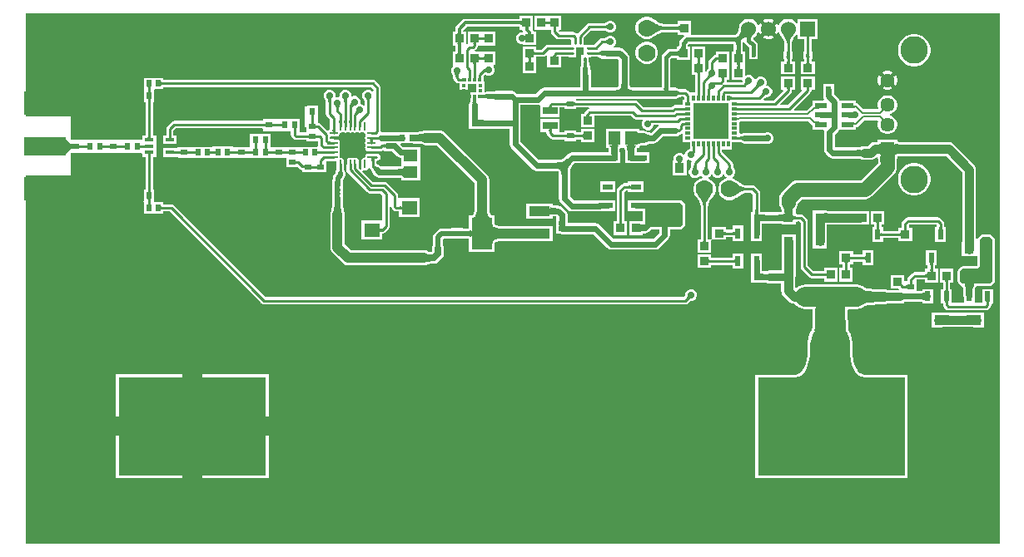
<source format=gbr>
%TF.GenerationSoftware,Altium Limited,Altium Designer,23.11.1 (41)*%
G04 Layer_Physical_Order=1*
G04 Layer_Color=255*
%FSLAX45Y45*%
%MOMM*%
%TF.SameCoordinates,5A3C93BB-BC46-40EA-83D2-B686983C8B64*%
%TF.FilePolarity,Positive*%
%TF.FileFunction,Copper,L1,Top,Signal*%
%TF.Part,Single*%
G01*
G75*
%TA.AperFunction,SMDPad,CuDef*%
%ADD10R,0.70000X0.60000*%
%ADD11R,15.00000X10.00000*%
%ADD12R,3.45000X3.45000*%
%ADD13R,0.30000X0.60000*%
%ADD14R,0.60000X0.30000*%
%ADD15R,0.40000X0.30000*%
%ADD16R,0.85000X0.90000*%
%ADD17R,0.90000X0.85000*%
%ADD18R,0.60000X0.70000*%
%ADD19R,0.95000X1.00000*%
%ADD20R,0.27500X0.25000*%
%ADD21R,0.25000X0.27500*%
%ADD22R,1.20000X0.60000*%
%ADD23R,1.19000X1.47000*%
%ADD24R,1.05000X0.60000*%
%ADD25R,0.38100X0.35560*%
%ADD26R,0.35560X0.38100*%
%ADD27R,0.60000X1.00000*%
%ADD28R,0.95000X0.90000*%
%ADD29R,0.90000X0.95000*%
%ADD30R,0.60000X1.05000*%
%ADD31R,2.15000X1.00000*%
%ADD32R,2.15000X3.25000*%
%ADD33R,2.60000X2.60000*%
%ADD34O,0.85000X0.25000*%
%ADD35O,0.25000X0.85000*%
%TA.AperFunction,ConnectorPad*%
%ADD36R,4.20000X1.90500*%
%TA.AperFunction,SMDPad,CuDef*%
%ADD37R,1.50000X0.80000*%
%ADD38R,0.64000X0.58000*%
%ADD39R,0.58000X0.64000*%
%ADD40R,0.55000X0.65000*%
%ADD41R,0.90000X0.40000*%
%ADD42R,1.60000X1.40000*%
%ADD43R,1.47000X1.19000*%
%TA.AperFunction,Conductor*%
%ADD44C,0.30000*%
%ADD45C,0.60000*%
%ADD46C,0.22392*%
%ADD47C,0.70000*%
%ADD48C,2.00000*%
%ADD49C,0.90000*%
%ADD50C,3.00000*%
%ADD51C,4.00000*%
%ADD52C,0.50000*%
%ADD53C,0.25000*%
%ADD54C,0.35000*%
%ADD55C,0.40000*%
%ADD56C,0.80000*%
%ADD57C,1.00000*%
%ADD58C,0.20381*%
%ADD59C,0.23000*%
%ADD60C,1.40000*%
%ADD61C,0.65000*%
%TA.AperFunction,ComponentPad*%
%ADD62C,1.77800*%
%ADD63C,2.80000*%
%ADD64C,1.45000*%
%ADD65R,1.45000X1.45000*%
%ADD66C,1.52400*%
%ADD67R,1.52400X1.52400*%
%ADD68R,4.20000X2.41300*%
%TA.AperFunction,ViaPad*%
%ADD69C,0.70000*%
G36*
X1422117Y4757765D02*
X1422798Y4755862D01*
X1423933Y4754182D01*
X1425522Y4752727D01*
X1427565Y4751495D01*
X1430061Y4750488D01*
X1433012Y4749704D01*
X1436416Y4749144D01*
X1440275Y4748808D01*
X1444587Y4748696D01*
Y4726304D01*
X1440275Y4726192D01*
X1436416Y4725856D01*
X1433012Y4725296D01*
X1430061Y4724513D01*
X1427565Y4723505D01*
X1425522Y4722273D01*
X1423933Y4720818D01*
X1422798Y4719138D01*
X1422117Y4717235D01*
X1421890Y4715108D01*
Y4759892D01*
X1422117Y4757765D01*
D02*
G37*
G36*
X1322765Y4705383D02*
X1320861Y4704702D01*
X1319182Y4703567D01*
X1317727Y4701978D01*
X1316495Y4699935D01*
X1315487Y4697439D01*
X1314704Y4694488D01*
X1314144Y4691083D01*
X1313808Y4687225D01*
X1313696Y4682912D01*
X1291303D01*
X1291192Y4687225D01*
X1290856Y4691083D01*
X1290296Y4694488D01*
X1289512Y4697439D01*
X1288505Y4699935D01*
X1287273Y4701978D01*
X1285818Y4703567D01*
X1284138Y4704702D01*
X1282235Y4705383D01*
X1280107Y4705610D01*
X1324892D01*
X1322765Y4705383D01*
D02*
G37*
G36*
X9950000Y50000D02*
X50000D01*
Y3800000D01*
X500000D01*
Y4026000D01*
X1222500D01*
X1232500Y4019481D01*
Y3990000D01*
X1265595D01*
Y3657500D01*
X1245000D01*
Y3539165D01*
X1245000Y3537500D01*
X1244999Y3537500D01*
X1247500Y3527500D01*
X1247500Y3527499D01*
Y3412500D01*
X1447500D01*
Y3433095D01*
X1512213D01*
X2446404Y2498904D01*
X2458377Y2490904D01*
X2472500Y2488095D01*
X6755000D01*
X6769123Y2490904D01*
X6781096Y2498904D01*
X6795934Y2513741D01*
X6797705Y2515191D01*
X6800314Y2517043D01*
X6803026Y2518700D01*
X6805873Y2520182D01*
X6808870Y2521492D01*
X6812040Y2522632D01*
X6815413Y2523604D01*
X6818996Y2524398D01*
X6822773Y2525000D01*
X6826935D01*
X6848987Y2534134D01*
X6865866Y2551013D01*
X6875000Y2573065D01*
Y2596935D01*
X6865866Y2618987D01*
X6848987Y2635865D01*
X6826935Y2645000D01*
X6803065D01*
X6781013Y2635865D01*
X6764135Y2618987D01*
X6755000Y2596935D01*
Y2592772D01*
X6754398Y2588996D01*
X6753604Y2585413D01*
X6752632Y2582040D01*
X6751492Y2578872D01*
X6750182Y2575872D01*
X6748702Y2573030D01*
X6747043Y2570315D01*
X6745191Y2567705D01*
X6743742Y2565933D01*
X6739713Y2561905D01*
X2487787D01*
X1553596Y3496096D01*
X1541623Y3504096D01*
X1527500Y3506905D01*
X1447500D01*
Y3527500D01*
X1361518D01*
X1355000Y3537500D01*
Y3657500D01*
X1339405D01*
Y3990000D01*
X1372500D01*
Y4055000D01*
Y4120000D01*
Y4210000D01*
X1339405D01*
Y4550000D01*
X1355000D01*
Y4670000D01*
X1361518Y4680000D01*
X1447500D01*
Y4700595D01*
X3559713D01*
X3583095Y4677213D01*
Y4664718D01*
X3570395Y4659458D01*
X3563987Y4665865D01*
X3541935Y4675000D01*
X3518065D01*
X3496013Y4665865D01*
X3479135Y4648987D01*
X3470000Y4626935D01*
Y4603065D01*
X3479135Y4581013D01*
X3482078Y4578069D01*
X3484324Y4574970D01*
X3486295Y4571877D01*
X3487992Y4568807D01*
X3489426Y4565760D01*
X3490620Y4562713D01*
X3491585Y4559655D01*
X3492332Y4556560D01*
X3492866Y4553411D01*
X3493095Y4551129D01*
Y4520852D01*
X3481362Y4515991D01*
X3476487Y4520865D01*
X3454435Y4530000D01*
X3449635Y4537184D01*
X3450000Y4538065D01*
Y4561935D01*
X3440866Y4583987D01*
X3423987Y4600866D01*
X3401935Y4610000D01*
X3378065D01*
X3367700Y4605707D01*
X3355000Y4614192D01*
Y4626935D01*
X3345866Y4648987D01*
X3328987Y4665865D01*
X3306935Y4675000D01*
X3283065D01*
X3261013Y4665865D01*
X3244134Y4648987D01*
X3235000Y4626935D01*
Y4608941D01*
X3231256Y4601244D01*
X3223559Y4597500D01*
X3205565D01*
X3205360Y4597414D01*
X3195000Y4606870D01*
Y4626935D01*
X3185866Y4648987D01*
X3168987Y4665865D01*
X3146935Y4675000D01*
X3123065D01*
X3101013Y4665865D01*
X3084135Y4648987D01*
X3075000Y4626935D01*
Y4603065D01*
X3084135Y4581013D01*
X3087078Y4578069D01*
X3089324Y4574970D01*
X3091295Y4571877D01*
X3092992Y4568807D01*
X3094426Y4565760D01*
X3095620Y4562713D01*
X3096585Y4559655D01*
X3097332Y4556560D01*
X3097866Y4553411D01*
X3098095Y4551129D01*
Y4425000D01*
X3100904Y4410877D01*
X3108904Y4398904D01*
X3140595Y4367214D01*
Y4271861D01*
X3132868Y4270324D01*
X3120464Y4262036D01*
X3108805Y4260887D01*
X3043596Y4326096D01*
X3031623Y4334096D01*
X3021000Y4336209D01*
Y4506000D01*
X3015000Y4506044D01*
Y4510000D01*
X2905000D01*
Y4510000D01*
X2901859Y4506882D01*
X2886000Y4507000D01*
Y4294500D01*
X2903000D01*
Y4238905D01*
X2844761D01*
X2835000Y4246000D01*
Y4381000D01*
X2458007D01*
X2457829Y4356905D01*
X1557501D01*
X1557500Y4356905D01*
X1543377Y4354096D01*
X1531404Y4346096D01*
X1531404Y4346095D01*
X1486404Y4301096D01*
X1478404Y4289123D01*
X1475595Y4275000D01*
Y4210000D01*
X1442500D01*
Y4120000D01*
X1582500D01*
Y4210000D01*
X1549405D01*
Y4259713D01*
X1572787Y4283095D01*
X2448268D01*
X2457215Y4274081D01*
X2457007Y4246000D01*
X2743095D01*
Y4215117D01*
X2745904Y4200994D01*
X2753904Y4189021D01*
X2767021Y4175904D01*
X2778994Y4167904D01*
X2793117Y4165095D01*
X2903000D01*
Y4148000D01*
X3015595D01*
Y4110000D01*
X3016550Y4105200D01*
X3006549Y4092500D01*
X2837500D01*
Y4090000D01*
X2540000D01*
Y4225000D01*
X2328500D01*
X2327500Y4090000D01*
X2155000D01*
Y4095000D01*
X1945000D01*
Y4092000D01*
X1743000D01*
Y4090000D01*
X1592499D01*
Y4086519D01*
X1582500Y4080000D01*
X1442500D01*
Y3990000D01*
X1582500D01*
X1592499Y3983481D01*
Y3980000D01*
X1743000D01*
Y3978000D01*
X1945000D01*
Y3975000D01*
X2155000D01*
Y3980000D01*
X2330500D01*
Y3978000D01*
X2536500D01*
Y3980000D01*
X2698000D01*
Y3883500D01*
X2811999D01*
X2812000Y3883500D01*
Y3883500D01*
X2821409Y3876399D01*
X2833433Y3864375D01*
X2845406Y3856375D01*
X2855000Y3854467D01*
Y3835000D01*
X2974999D01*
Y3834999D01*
X2985001D01*
Y3835000D01*
X3105000D01*
Y3944999D01*
X3116418Y3948095D01*
X3140817D01*
X3147500Y3946766D01*
X3206766D01*
Y3862776D01*
X3197901Y3849509D01*
X3194021Y3830000D01*
Y3823616D01*
X3183952Y3813548D01*
X3172901Y3797009D01*
X3169020Y3777500D01*
Y3760202D01*
X3169006Y3760000D01*
X3162500D01*
Y3737252D01*
X3162417Y3736968D01*
X3162500Y3736193D01*
Y3735625D01*
X3162315Y3734695D01*
X3162500Y3733765D01*
Y3668333D01*
X3162494Y3668313D01*
X3162500Y3668229D01*
Y3666234D01*
X3162315Y3665305D01*
X3162500Y3664375D01*
Y3642700D01*
X3162500Y3640001D01*
X3162499Y3640000D01*
X3162500Y3629999D01*
X3162500D01*
Y3605625D01*
X3162315Y3604695D01*
X3162500Y3603765D01*
Y3601787D01*
X3162493Y3601693D01*
X3162500Y3601670D01*
Y3575417D01*
X3161423Y3570000D01*
Y3484072D01*
X3160981Y3483411D01*
X3156325Y3460000D01*
Y3444972D01*
X3156274Y3444426D01*
X3156150Y3443626D01*
X3151988Y3438202D01*
X3144431Y3419957D01*
X3141853Y3400378D01*
Y3067500D01*
X3144431Y3047921D01*
X3151988Y3029676D01*
X3164009Y3014009D01*
X3269008Y2909010D01*
X3269009Y2909009D01*
X3284676Y2896988D01*
X3302921Y2889431D01*
X3322500Y2886853D01*
X3322502Y2886853D01*
X4097500D01*
X4117079Y2889431D01*
X4135324Y2896988D01*
X4138349Y2899310D01*
X4173983Y2901325D01*
X4196495D01*
X4219906Y2905981D01*
X4239752Y2919243D01*
X4280758Y2960248D01*
X4294019Y2980094D01*
X4298675Y3003505D01*
Y3055000D01*
X4294019Y3078411D01*
X4288480Y3086701D01*
Y3151384D01*
X4296116Y3159020D01*
X4371138D01*
X4372500Y3158952D01*
Y3155000D01*
X4396875D01*
X4397805Y3154815D01*
X4398735Y3155000D01*
X4400726D01*
X4400813Y3154993D01*
X4400834Y3155000D01*
X4464167D01*
X4464187Y3154993D01*
X4464271Y3155000D01*
X4466266D01*
X4467195Y3154815D01*
X4468125Y3155000D01*
X4492500D01*
Y3158462D01*
X4501417Y3159020D01*
X4538902D01*
X4542585Y3158695D01*
X4547885Y3157812D01*
X4551634Y3156803D01*
X4552500Y3156448D01*
Y3022500D01*
X4817500D01*
Y3109795D01*
X4817926Y3113831D01*
X4818866Y3116485D01*
X4820437Y3118835D01*
X4823381Y3121560D01*
X4828485Y3124670D01*
X4836149Y3127796D01*
X4846445Y3130559D01*
X4859296Y3132695D01*
X4874592Y3134040D01*
X4886524Y3134353D01*
X5270000D01*
X5274916Y3135001D01*
X5402500D01*
Y3285000D01*
X5274916D01*
X5270000Y3285647D01*
X4886524D01*
X4874592Y3285961D01*
X4859296Y3287306D01*
X4846445Y3289441D01*
X4836149Y3292205D01*
X4828485Y3295331D01*
X4823381Y3298440D01*
X4820438Y3301165D01*
X4818866Y3303516D01*
X4817926Y3306170D01*
X4817500Y3310206D01*
Y3397500D01*
X4785206D01*
X4781170Y3397927D01*
X4778515Y3398866D01*
X4776165Y3400438D01*
X4773440Y3403382D01*
X4770330Y3408485D01*
X4767205Y3416149D01*
X4764441Y3426446D01*
X4762306Y3439296D01*
X4760960Y3454593D01*
X4760647Y3466525D01*
Y3754998D01*
X4760647Y3755000D01*
X4758069Y3774579D01*
X4750512Y3792824D01*
X4738491Y3808490D01*
X4308490Y4238491D01*
X4292824Y4250512D01*
X4274579Y4258069D01*
X4255000Y4260647D01*
X4111785D01*
X4092206Y4258069D01*
X4073962Y4250512D01*
X4068927Y4246649D01*
X4018625Y4243627D01*
X3995000D01*
X3986823Y4242000D01*
X3820500D01*
Y4241077D01*
X3668195D01*
X3661432Y4246076D01*
X3656905Y4252416D01*
Y4692500D01*
X3654096Y4706623D01*
X3646096Y4718596D01*
X3601096Y4763596D01*
X3589123Y4771596D01*
X3575000Y4774405D01*
X1447500D01*
Y4795000D01*
X1247500D01*
Y4680001D01*
X1247500Y4680001D01*
X1244999Y4670000D01*
X1245000Y4669999D01*
X1245000Y4668336D01*
Y4550000D01*
X1265595D01*
Y4210000D01*
X1232500D01*
Y4167519D01*
X1222500Y4161000D01*
X500048D01*
X500000Y4161048D01*
Y4400000D01*
X50000D01*
Y5450000D01*
X9950000D01*
Y50000D01*
D02*
G37*
G36*
X1313808Y4662775D02*
X1314144Y4658917D01*
X1314704Y4655512D01*
X1315487Y4652561D01*
X1316495Y4650065D01*
X1317727Y4648022D01*
X1319182Y4646433D01*
X1320861Y4645298D01*
X1322765Y4644617D01*
X1324892Y4644390D01*
X1280107D01*
X1282235Y4644617D01*
X1284138Y4645298D01*
X1285818Y4646433D01*
X1287273Y4648022D01*
X1288505Y4650065D01*
X1289512Y4652561D01*
X1290296Y4655512D01*
X1290856Y4658917D01*
X1291192Y4662775D01*
X1291303Y4667087D01*
X1313696D01*
X1313808Y4662775D01*
D02*
G37*
G36*
X1322765Y4575383D02*
X1320861Y4574702D01*
X1319182Y4573567D01*
X1317727Y4571978D01*
X1316495Y4569935D01*
X1315487Y4567439D01*
X1314704Y4564488D01*
X1314144Y4561083D01*
X1313808Y4557225D01*
X1313696Y4552912D01*
X1291303D01*
X1291192Y4557225D01*
X1290856Y4561083D01*
X1290296Y4564488D01*
X1289512Y4567439D01*
X1288505Y4569935D01*
X1287273Y4571978D01*
X1285818Y4573567D01*
X1284138Y4574702D01*
X1282235Y4575383D01*
X1280107Y4575610D01*
X1324892D01*
X1322765Y4575383D01*
D02*
G37*
G36*
X3554592Y4589315D02*
X3551781Y4584903D01*
X3549300Y4580414D01*
X3547150Y4575848D01*
X3545331Y4571205D01*
X3543842Y4566486D01*
X3542685Y4561690D01*
X3541858Y4556816D01*
X3541362Y4551866D01*
X3541196Y4546839D01*
X3518804D01*
X3518638Y4551866D01*
X3518142Y4556816D01*
X3517316Y4561690D01*
X3516158Y4566486D01*
X3514669Y4571205D01*
X3512850Y4575848D01*
X3510700Y4580414D01*
X3508220Y4584903D01*
X3505408Y4589315D01*
X3502266Y4593650D01*
X3557734D01*
X3554592Y4589315D01*
D02*
G37*
G36*
X3319592D02*
X3316781Y4584903D01*
X3314300Y4580414D01*
X3312150Y4575848D01*
X3310331Y4571205D01*
X3308842Y4566486D01*
X3307685Y4561690D01*
X3306858Y4556816D01*
X3306362Y4551866D01*
X3306196Y4546839D01*
X3283804D01*
X3283638Y4551866D01*
X3283142Y4556816D01*
X3282316Y4561690D01*
X3281158Y4566486D01*
X3279669Y4571205D01*
X3277850Y4575848D01*
X3275700Y4580414D01*
X3273220Y4584903D01*
X3270408Y4589315D01*
X3267266Y4593650D01*
X3322734D01*
X3319592Y4589315D01*
D02*
G37*
G36*
X3159592D02*
X3156781Y4584903D01*
X3154300Y4580414D01*
X3152150Y4575848D01*
X3150331Y4571205D01*
X3148842Y4566486D01*
X3147685Y4561690D01*
X3146858Y4556816D01*
X3146362Y4551866D01*
X3146196Y4546839D01*
X3123804D01*
X3123638Y4551866D01*
X3123142Y4556816D01*
X3122316Y4561690D01*
X3121158Y4566486D01*
X3119669Y4571205D01*
X3117850Y4575848D01*
X3115700Y4580414D01*
X3113220Y4584903D01*
X3110408Y4589315D01*
X3107266Y4593650D01*
X3162734D01*
X3159592Y4589315D01*
D02*
G37*
G36*
X3391483Y4515031D02*
X3387222Y4514687D01*
X3383051Y4514021D01*
X3378969Y4513032D01*
X3374978Y4511721D01*
X3371076Y4510088D01*
X3367264Y4508132D01*
X3363543Y4505853D01*
X3359911Y4503252D01*
X3356369Y4500329D01*
X3352917Y4497083D01*
X3337083Y4512917D01*
X3340329Y4516369D01*
X3343252Y4519911D01*
X3345853Y4523543D01*
X3348132Y4527264D01*
X3350088Y4531076D01*
X3351721Y4534978D01*
X3353032Y4538969D01*
X3354021Y4543051D01*
X3354687Y4547222D01*
X3355031Y4551483D01*
X3391483Y4515031D01*
D02*
G37*
G36*
X3242092Y4511815D02*
X3239281Y4507403D01*
X3236800Y4502914D01*
X3234650Y4498348D01*
X3232831Y4493706D01*
X3231342Y4488986D01*
X3230185Y4484190D01*
X3229358Y4479316D01*
X3228862Y4474366D01*
X3228696Y4469339D01*
X3206304D01*
X3206138Y4474366D01*
X3205642Y4479316D01*
X3204816Y4484190D01*
X3203658Y4488986D01*
X3202169Y4493706D01*
X3200350Y4498348D01*
X3198200Y4502914D01*
X3195720Y4507403D01*
X3192908Y4511815D01*
X3189766Y4516150D01*
X3245234D01*
X3242092Y4511815D01*
D02*
G37*
G36*
X3447511Y4435360D02*
X3442263Y4434448D01*
X3437191Y4433255D01*
X3432294Y4431780D01*
X3427572Y4430024D01*
X3423025Y4427987D01*
X3418653Y4425669D01*
X3414456Y4423069D01*
X3410435Y4420188D01*
X3406588Y4417026D01*
X3402917Y4413583D01*
X3387083Y4429417D01*
X3390399Y4432975D01*
X3393438Y4436739D01*
X3396199Y4440710D01*
X3398684Y4444888D01*
X3400890Y4449272D01*
X3402819Y4453862D01*
X3404471Y4458659D01*
X3405846Y4463662D01*
X3406944Y4468872D01*
X3407764Y4474288D01*
X3447511Y4435360D01*
D02*
G37*
G36*
X3406488Y4337259D02*
X3383512D01*
X3383568Y4337565D01*
X3383617Y4338311D01*
X3383792Y4352008D01*
X3383804Y4360087D01*
X3406196D01*
X3406488Y4337259D01*
D02*
G37*
G36*
X3356488D02*
X3333513D01*
X3333568Y4337565D01*
X3333617Y4338311D01*
X3333792Y4352008D01*
X3333804Y4360087D01*
X3356196D01*
X3356488Y4337259D01*
D02*
G37*
G36*
X3306488D02*
X3283512D01*
X3283568Y4337565D01*
X3283617Y4338311D01*
X3283792Y4352008D01*
X3283804Y4360087D01*
X3306196D01*
X3306488Y4337259D01*
D02*
G37*
G36*
X3256488D02*
X3233512D01*
X3233568Y4337565D01*
X3233617Y4338311D01*
X3233792Y4352008D01*
X3233804Y4360087D01*
X3256196D01*
X3256488Y4337259D01*
D02*
G37*
G36*
X3188808Y4265514D02*
X3189144Y4261655D01*
X3189704Y4258251D01*
X3190488Y4255300D01*
X3191495Y4252804D01*
X3192727Y4250761D01*
X3194182Y4249172D01*
X3195862Y4248037D01*
X3197765Y4247356D01*
X3199893Y4247129D01*
X3155108D01*
X3157235Y4247356D01*
X3159138Y4248037D01*
X3160818Y4249172D01*
X3162273Y4250761D01*
X3163505Y4252804D01*
X3164513Y4255300D01*
X3165296Y4258251D01*
X3165856Y4261655D01*
X3166192Y4265514D01*
X3166304Y4269826D01*
X3188696D01*
X3188808Y4265514D01*
D02*
G37*
G36*
X3430369Y4237176D02*
X3445000Y4234265D01*
X3459632Y4237176D01*
X3470000Y4244104D01*
X3480368Y4237176D01*
X3494387Y4234387D01*
X3497176Y4220368D01*
X3504104Y4210000D01*
X3497176Y4199632D01*
X3494266Y4185000D01*
X3497176Y4170368D01*
X3504104Y4160000D01*
X3497176Y4149632D01*
X3494266Y4135000D01*
X3497176Y4120368D01*
X3504104Y4110000D01*
X3497176Y4099631D01*
X3494266Y4085000D01*
X3497176Y4070368D01*
X3505464Y4057964D01*
X3517868Y4049676D01*
X3532500Y4046765D01*
X3650000D01*
X3664631Y4049676D01*
X3677036Y4057964D01*
X3679964Y4060892D01*
X3680365Y4060672D01*
X3682249Y4059486D01*
X3684752Y4057710D01*
X3687123Y4056649D01*
X3696040Y4050691D01*
X3717500Y4046423D01*
X3719511Y4046823D01*
X3771717D01*
X3821192Y3997347D01*
X3839385Y3985191D01*
X3860845Y3980923D01*
X3864000D01*
X3864000Y3923000D01*
X3864000Y3910300D01*
Y3895950D01*
X3862995Y3895339D01*
X3859726Y3894008D01*
X3854630Y3892642D01*
X3847782Y3891506D01*
X3842905Y3891077D01*
X3663228D01*
X3657153Y3897153D01*
X3638960Y3909309D01*
X3627292Y3911629D01*
X3625033Y3912465D01*
X3624102Y3912613D01*
X3624057Y3912628D01*
X3623895Y3912694D01*
X3623620Y3912831D01*
X3623217Y3913066D01*
X3623210Y3913071D01*
X3620640Y3915641D01*
X3613234Y3920589D01*
Y3946766D01*
X3615000D01*
X3629632Y3949676D01*
X3642036Y3957964D01*
X3650324Y3970368D01*
X3653235Y3985000D01*
X3650324Y3999632D01*
X3642036Y4012036D01*
X3629632Y4020324D01*
X3615000Y4023234D01*
X3532500D01*
X3517868Y4020324D01*
X3505464Y4012036D01*
X3497176Y3999632D01*
X3494387Y3985613D01*
X3480368Y3982824D01*
X3467964Y3974536D01*
X3459676Y3962132D01*
X3456766Y3947500D01*
Y3887500D01*
X3459676Y3872868D01*
X3463265Y3867496D01*
X3453401Y3859401D01*
X3432215Y3880586D01*
Y3882374D01*
X3433235Y3887500D01*
Y3947500D01*
X3430324Y3962132D01*
X3422036Y3974536D01*
X3409632Y3982824D01*
X3395000Y3985734D01*
X3380369Y3982824D01*
X3370000Y3975896D01*
X3359632Y3982824D01*
X3345000Y3985734D01*
X3330368Y3982824D01*
X3317964Y3974536D01*
X3309676Y3962132D01*
X3306766Y3947500D01*
Y3887500D01*
X3307785Y3882374D01*
Y3857500D01*
X3310618Y3843258D01*
X3318685Y3831185D01*
X3521185Y3628685D01*
X3533258Y3620618D01*
X3547500Y3617785D01*
X3652085D01*
X3672785Y3597085D01*
Y3352582D01*
X3672499Y3340000D01*
X3462500D01*
Y3150000D01*
X3672500D01*
Y3209602D01*
X3682768Y3211645D01*
X3694841Y3219712D01*
X3736315Y3261185D01*
X3744382Y3273258D01*
X3747215Y3287500D01*
Y3478043D01*
X3759915Y3479294D01*
X3760618Y3475758D01*
X3768685Y3463685D01*
X3783685Y3448686D01*
X3783685Y3448685D01*
X3795758Y3440618D01*
X3810000Y3437785D01*
X3842500D01*
Y3380000D01*
X4052500D01*
Y3570000D01*
X3842501D01*
X3832215Y3575829D01*
Y3600000D01*
X3829382Y3614242D01*
X3821315Y3626315D01*
X3721315Y3726315D01*
X3709242Y3734382D01*
X3695000Y3737215D01*
X3575586D01*
X3466901Y3845900D01*
X3474997Y3855765D01*
X3480368Y3852176D01*
X3495000Y3849265D01*
X3509632Y3852176D01*
X3522036Y3860464D01*
X3528770Y3870542D01*
X3539620Y3873342D01*
X3543271Y3873527D01*
X3549966Y3868417D01*
X3559359Y3854360D01*
X3561929Y3851790D01*
X3561933Y3851784D01*
X3562169Y3851381D01*
X3562307Y3851103D01*
X3562372Y3850945D01*
X3562387Y3850898D01*
X3562535Y3849967D01*
X3563371Y3847708D01*
X3565691Y3836040D01*
X3577847Y3817847D01*
X3600347Y3795347D01*
X3618540Y3783191D01*
X3640000Y3778923D01*
X3843485D01*
X3847928Y3778561D01*
X3854882Y3777491D01*
X3860103Y3776193D01*
X3863477Y3774919D01*
X3863953Y3774650D01*
X3863979Y3774417D01*
X3864000Y3774352D01*
Y3752000D01*
X3888322D01*
X3889239Y3751815D01*
X3890181Y3752000D01*
X3891941D01*
X3892192Y3751979D01*
X3892257Y3752000D01*
X4061000D01*
Y3910300D01*
X4061000Y3921000D01*
X4061000Y3933700D01*
Y4092000D01*
X3938417D01*
X3933000Y4093077D01*
X3884073D01*
X3860884Y4116267D01*
X3865744Y4128000D01*
X3986823D01*
X3995000Y4126374D01*
X4035864D01*
X4060509Y4124893D01*
X4065371Y4124286D01*
X4068385Y4123731D01*
X4068461Y4123709D01*
X4073962Y4119488D01*
X4092206Y4111931D01*
X4111785Y4109353D01*
X4223666D01*
X4609353Y3723666D01*
Y3466525D01*
X4609040Y3454593D01*
X4607694Y3439297D01*
X4605559Y3426446D01*
X4602795Y3416149D01*
X4599670Y3408485D01*
X4596560Y3403382D01*
X4593835Y3400438D01*
X4591485Y3398866D01*
X4588830Y3397927D01*
X4584794Y3397500D01*
X4552500D01*
Y3263552D01*
X4551635Y3263197D01*
X4547884Y3262188D01*
X4542585Y3261305D01*
X4538902Y3260980D01*
X4493862D01*
X4492500Y3261048D01*
Y3265000D01*
X4468125D01*
X4467195Y3265185D01*
X4466266Y3265000D01*
X4464275D01*
X4464187Y3265007D01*
X4464166Y3265000D01*
X4400833D01*
X4400813Y3265006D01*
X4400729Y3265000D01*
X4398735D01*
X4397805Y3265185D01*
X4396875Y3265000D01*
X4372500D01*
Y3261538D01*
X4363583Y3260980D01*
X4275000D01*
X4255491Y3257099D01*
X4238952Y3246048D01*
X4201452Y3208548D01*
X4190401Y3192009D01*
X4186520Y3172500D01*
Y3086701D01*
X4180981Y3078411D01*
X4176325Y3055000D01*
Y3028845D01*
X4171155Y3023675D01*
X4160099D01*
X4144037Y3024584D01*
X4140330Y3025019D01*
X4138902Y3025266D01*
X4135324Y3028012D01*
X4117079Y3035569D01*
X4097500Y3038147D01*
X3353834D01*
X3293147Y3098834D01*
Y3400378D01*
X3290569Y3419957D01*
X3283012Y3438202D01*
X3278850Y3443626D01*
X3278785Y3444042D01*
X3278675Y3445818D01*
Y3460000D01*
X3274019Y3483411D01*
X3273577Y3484072D01*
Y3570000D01*
X3272500Y3575417D01*
Y3601670D01*
X3272507Y3601693D01*
X3272500Y3601787D01*
Y3603765D01*
X3272685Y3604695D01*
X3272500Y3605625D01*
Y3627300D01*
X3272500Y3629999D01*
X3272501Y3630000D01*
X3272500Y3640001D01*
X3272500D01*
Y3664375D01*
X3272685Y3665305D01*
X3272500Y3666234D01*
Y3668225D01*
X3272507Y3668313D01*
X3272500Y3668334D01*
Y3733765D01*
X3272685Y3734695D01*
X3272556Y3735345D01*
X3272651Y3736001D01*
X3272500Y3738953D01*
Y3757904D01*
X3281048Y3766452D01*
X3292099Y3782991D01*
X3295980Y3802500D01*
Y3830000D01*
X3292099Y3849509D01*
X3283234Y3862776D01*
Y3947500D01*
X3280324Y3962132D01*
X3272036Y3974536D01*
X3259632Y3982824D01*
X3245613Y3985613D01*
X3242824Y3999632D01*
X3235896Y4010000D01*
X3242824Y4020368D01*
X3245735Y4035000D01*
X3242824Y4049631D01*
X3235896Y4060000D01*
X3242824Y4070368D01*
X3245735Y4085000D01*
X3242824Y4099632D01*
X3235896Y4110000D01*
X3242824Y4120368D01*
X3245735Y4135000D01*
X3242824Y4149632D01*
X3234536Y4162036D01*
X3222132Y4170324D01*
X3207500Y4173234D01*
X3152869D01*
X3142300Y4183780D01*
X3142321Y4185750D01*
X3147500Y4196766D01*
X3207500D01*
X3222132Y4199676D01*
X3234536Y4207964D01*
X3242824Y4220368D01*
X3245613Y4234387D01*
X3259632Y4237176D01*
X3270000Y4244104D01*
X3280368Y4237176D01*
X3295000Y4234265D01*
X3309632Y4237176D01*
X3320000Y4244104D01*
X3330368Y4237176D01*
X3345000Y4234265D01*
X3359632Y4237176D01*
X3370000Y4244104D01*
X3380368Y4237176D01*
X3395000Y4234265D01*
X3409632Y4237176D01*
X3420000Y4244104D01*
X3430369Y4237176D01*
D02*
G37*
G36*
X1313808Y4202775D02*
X1314144Y4198917D01*
X1314704Y4195512D01*
X1315487Y4192561D01*
X1316495Y4190065D01*
X1317727Y4188022D01*
X1319182Y4186433D01*
X1320861Y4185298D01*
X1322765Y4184617D01*
X1324892Y4184390D01*
X1280107D01*
X1282235Y4184617D01*
X1284138Y4185298D01*
X1285818Y4186433D01*
X1287273Y4188022D01*
X1288505Y4190065D01*
X1289512Y4192561D01*
X1290296Y4195512D01*
X1290856Y4198917D01*
X1291192Y4202775D01*
X1291303Y4207088D01*
X1313696D01*
X1313808Y4202775D01*
D02*
G37*
G36*
X3585125Y4172618D02*
X3583000Y4171859D01*
X3581125Y4170593D01*
X3579500Y4168822D01*
X3578125Y4166545D01*
X3577000Y4163761D01*
X3576125Y4160471D01*
X3576047Y4160000D01*
X3576125Y4159528D01*
X3577000Y4156239D01*
X3578125Y4153455D01*
X3579500Y4151178D01*
X3581125Y4149406D01*
X3583000Y4148141D01*
X3585125Y4147382D01*
X3587500Y4147129D01*
X3537500D01*
X3539875Y4147382D01*
X3542000Y4148141D01*
X3543875Y4149406D01*
X3545500Y4151178D01*
X3546875Y4153455D01*
X3548000Y4156239D01*
X3548875Y4159528D01*
X3548953Y4160000D01*
X3548875Y4160471D01*
X3548000Y4163761D01*
X3546875Y4166545D01*
X3545500Y4168822D01*
X3543875Y4170593D01*
X3542000Y4171859D01*
X3539875Y4172618D01*
X3537500Y4172871D01*
X3587500D01*
X3585125Y4172618D01*
D02*
G37*
G36*
X4080060Y4146354D02*
X4077862Y4147522D01*
X4074262Y4148566D01*
X4069260Y4149488D01*
X4062857Y4150287D01*
X4035236Y4151947D01*
X3995000Y4152500D01*
Y4217500D01*
X4009814Y4217562D01*
X4074262Y4221434D01*
X4077862Y4222478D01*
X4080060Y4223646D01*
Y4146354D01*
D02*
G37*
G36*
X3142741Y4123512D02*
X3142436Y4123568D01*
X3141692Y4123617D01*
X3128047Y4123792D01*
X3120000Y4123804D01*
Y4146196D01*
X3142741Y4146488D01*
Y4123512D01*
D02*
G37*
G36*
X3699500Y4078500D02*
X3696420Y4080685D01*
X3693313Y4082640D01*
X3690180Y4084365D01*
X3687020Y4085860D01*
X3683833Y4087125D01*
X3680620Y4088160D01*
X3677380Y4088965D01*
X3674114Y4089540D01*
X3670820Y4089885D01*
X3667500Y4090000D01*
Y4115000D01*
X3670820Y4115115D01*
X3674114Y4115460D01*
X3677380Y4116035D01*
X3680620Y4116840D01*
X3683833Y4117875D01*
X3687020Y4119140D01*
X3690180Y4120635D01*
X3693313Y4122360D01*
X3696420Y4124315D01*
X3699500Y4126500D01*
Y4078500D01*
D02*
G37*
G36*
X3142741Y4073512D02*
X3142435Y4073568D01*
X3141689Y4073617D01*
X3127992Y4073792D01*
X3119913Y4073804D01*
Y4096196D01*
X3142741Y4096488D01*
Y4073512D01*
D02*
G37*
G36*
X500000Y4125000D02*
X525000D01*
Y4075000D01*
X500000D01*
X450000Y4025000D01*
Y4175000D01*
X500000Y4125000D01*
D02*
G37*
G36*
X3142741Y4023512D02*
X3142435Y4023568D01*
X3141689Y4023617D01*
X3127992Y4023792D01*
X3119913Y4023804D01*
Y4046196D01*
X3142741Y4046487D01*
Y4023512D01*
D02*
G37*
G36*
X1322765Y4015383D02*
X1320861Y4014702D01*
X1319182Y4013567D01*
X1317727Y4011978D01*
X1316495Y4009935D01*
X1315487Y4007439D01*
X1314704Y4004488D01*
X1314144Y4001083D01*
X1313808Y3997225D01*
X1313696Y3992913D01*
X1291303D01*
X1291192Y3997225D01*
X1290856Y4001083D01*
X1290296Y4004488D01*
X1289512Y4007439D01*
X1288505Y4009935D01*
X1287273Y4011978D01*
X1285818Y4013567D01*
X1284138Y4014702D01*
X1282235Y4015383D01*
X1280107Y4015610D01*
X1324892D01*
X1322765Y4015383D01*
D02*
G37*
G36*
X3142741Y3973512D02*
X3142435Y3973568D01*
X3141689Y3973617D01*
X3127992Y3973792D01*
X3119913Y3973804D01*
Y3996196D01*
X3142741Y3996488D01*
Y3973512D01*
D02*
G37*
G36*
X3597488Y3975196D02*
X3595392Y3974260D01*
X3593542Y3972791D01*
X3591939Y3970788D01*
X3590583Y3968252D01*
X3589473Y3965182D01*
X3588610Y3961579D01*
X3587993Y3957441D01*
X3587623Y3952770D01*
X3587500Y3947566D01*
X3562500D01*
X3562375Y3952497D01*
X3562000Y3956895D01*
X3561375Y3960759D01*
X3560500Y3964089D01*
X3559375Y3966886D01*
X3558000Y3969150D01*
X3556375Y3970881D01*
X3554500Y3972077D01*
X3552375Y3972741D01*
X3550000Y3972871D01*
X3599830Y3975597D01*
X3597488Y3975196D01*
D02*
G37*
G36*
X3585044Y3907649D02*
X3589707Y3903521D01*
X3590366Y3903060D01*
X3590935Y3902721D01*
X3591412Y3902503D01*
X3591799Y3902407D01*
X3572593Y3883201D01*
X3572497Y3883588D01*
X3572279Y3884065D01*
X3571940Y3884634D01*
X3571479Y3885293D01*
X3570193Y3886885D01*
X3568420Y3888841D01*
X3566161Y3891161D01*
X3583839Y3908839D01*
X3585044Y3907649D01*
D02*
G37*
G36*
X3604168Y3895666D02*
X3607804Y3892716D01*
X3609646Y3891474D01*
X3611503Y3890388D01*
X3613377Y3889458D01*
X3615266Y3888683D01*
X3617171Y3888064D01*
X3619092Y3887600D01*
X3621028Y3887292D01*
X3587708Y3853972D01*
X3587400Y3855908D01*
X3586936Y3857829D01*
X3586317Y3859734D01*
X3585542Y3861623D01*
X3584612Y3863497D01*
X3583526Y3865354D01*
X3582284Y3867196D01*
X3580887Y3869022D01*
X3579334Y3870832D01*
X3577626Y3872626D01*
X3602374Y3897374D01*
X3604168Y3895666D01*
D02*
G37*
G36*
X3889305Y3777305D02*
X3888705Y3782567D01*
X3886905Y3787275D01*
X3883905Y3791429D01*
X3879705Y3795030D01*
X3874305Y3798076D01*
X3867705Y3800569D01*
X3859905Y3802508D01*
X3850905Y3803892D01*
X3840705Y3804723D01*
X3829305Y3805000D01*
Y3865000D01*
X3840749Y3865300D01*
X3850990Y3866200D01*
X3860028Y3867700D01*
X3867863Y3869800D01*
X3874495Y3872500D01*
X3879924Y3875800D01*
X3884150Y3879700D01*
X3887173Y3884200D01*
X3888993Y3889300D01*
X3889610Y3895000D01*
X3889305Y3777305D01*
D02*
G37*
G36*
X3247195Y3734695D02*
X3187805D01*
X3189172Y3735123D01*
X3190395Y3736407D01*
X3191474Y3738548D01*
X3192410Y3741544D01*
X3193201Y3745396D01*
X3193849Y3750105D01*
X3194712Y3762090D01*
X3195000Y3777500D01*
X3245000D01*
X3247195Y3734695D01*
D02*
G37*
G36*
X1313808Y3650275D02*
X1314144Y3646416D01*
X1314704Y3643012D01*
X1315487Y3640061D01*
X1316495Y3637564D01*
X1317727Y3635522D01*
X1319182Y3633933D01*
X1320861Y3632798D01*
X1322765Y3632117D01*
X1324892Y3631890D01*
X1280107D01*
X1282235Y3632117D01*
X1284138Y3632798D01*
X1285818Y3633933D01*
X1287273Y3635522D01*
X1288505Y3637564D01*
X1289512Y3640061D01*
X1290296Y3643012D01*
X1290856Y3646416D01*
X1291192Y3650275D01*
X1291303Y3654587D01*
X1313696D01*
X1313808Y3650275D01*
D02*
G37*
G36*
X3246303Y3664805D02*
X3245505Y3663305D01*
X3244801Y3660805D01*
X3244190Y3657305D01*
X3243674Y3652805D01*
X3242957Y3638639D01*
X3244801Y3609195D01*
X3245505Y3606695D01*
X3246303Y3605195D01*
X3247195Y3604695D01*
X3187805D01*
X3188697Y3605195D01*
X3189495Y3606695D01*
X3190199Y3609195D01*
X3190810Y3612695D01*
X3191326Y3617195D01*
X3192043Y3631361D01*
X3190199Y3660805D01*
X3189495Y3663305D01*
X3188697Y3664805D01*
X3187805Y3665305D01*
X3247195D01*
X3246303Y3664805D01*
D02*
G37*
G36*
X1322765Y3562882D02*
X1320861Y3562202D01*
X1319182Y3561067D01*
X1317727Y3559478D01*
X1316495Y3557435D01*
X1315487Y3554939D01*
X1314704Y3551988D01*
X1314144Y3548583D01*
X1313808Y3544725D01*
X1313696Y3540412D01*
X1291303D01*
X1291192Y3544725D01*
X1290856Y3548583D01*
X1290296Y3551988D01*
X1289512Y3554939D01*
X1288505Y3557435D01*
X1287273Y3559478D01*
X1285818Y3561067D01*
X1284138Y3562202D01*
X1282235Y3562882D01*
X1280107Y3563109D01*
X1324892D01*
X1322765Y3562882D01*
D02*
G37*
G36*
X1313808Y3520275D02*
X1314144Y3516417D01*
X1314704Y3513012D01*
X1315487Y3510061D01*
X1316495Y3507565D01*
X1317727Y3505522D01*
X1319182Y3503933D01*
X1320861Y3502798D01*
X1322765Y3502117D01*
X1324892Y3501890D01*
X1280107D01*
X1282235Y3502117D01*
X1284138Y3502798D01*
X1285818Y3503933D01*
X1287273Y3505522D01*
X1288505Y3507565D01*
X1289512Y3510061D01*
X1290296Y3513012D01*
X1290856Y3516417D01*
X1291192Y3520275D01*
X1291303Y3524588D01*
X1313696D01*
X1313808Y3520275D01*
D02*
G37*
G36*
X3868110Y3452000D02*
X3867877Y3454185D01*
X3867178Y3456140D01*
X3866012Y3457865D01*
X3864381Y3459360D01*
X3862284Y3460625D01*
X3859720Y3461660D01*
X3856691Y3462465D01*
X3853195Y3463040D01*
X3849233Y3463385D01*
X3844805Y3463500D01*
Y3486500D01*
X3849233Y3486615D01*
X3853195Y3486960D01*
X3856691Y3487535D01*
X3859720Y3488340D01*
X3862284Y3489375D01*
X3864381Y3490640D01*
X3866012Y3492135D01*
X3867178Y3493860D01*
X3867877Y3495815D01*
X3868110Y3498000D01*
Y3452000D01*
D02*
G37*
G36*
X1422117Y3490265D02*
X1422798Y3488362D01*
X1423933Y3486682D01*
X1425522Y3485227D01*
X1427565Y3483995D01*
X1430061Y3482987D01*
X1433012Y3482204D01*
X1436416Y3481644D01*
X1440275Y3481308D01*
X1444587Y3481196D01*
Y3458804D01*
X1440275Y3458692D01*
X1436416Y3458356D01*
X1433012Y3457796D01*
X1430061Y3457012D01*
X1427565Y3456005D01*
X1425522Y3454773D01*
X1423933Y3453318D01*
X1422798Y3451638D01*
X1422117Y3449735D01*
X1421890Y3447608D01*
Y3492392D01*
X1422117Y3490265D01*
D02*
G37*
G36*
X3252537Y3455500D02*
X3253417Y3441295D01*
X3253821Y3438692D01*
X3254298Y3436469D01*
X3254848Y3434625D01*
X3255472Y3433161D01*
X3256169Y3432076D01*
X3178831D01*
X3179528Y3433161D01*
X3180152Y3434625D01*
X3180702Y3436469D01*
X3181179Y3438692D01*
X3181583Y3441295D01*
X3182170Y3447638D01*
X3182463Y3455500D01*
X3182500Y3460000D01*
X3252500D01*
X3252537Y3455500D01*
D02*
G37*
G36*
X4735500Y3453138D02*
X4737000Y3436086D01*
X4739500Y3421040D01*
X4743000Y3408001D01*
X4747500Y3396967D01*
X4753000Y3387940D01*
X4759500Y3380918D01*
X4767000Y3375903D01*
X4775500Y3372894D01*
X4785000Y3371891D01*
X4585000D01*
X4594500Y3372894D01*
X4603000Y3375903D01*
X4610500Y3380918D01*
X4617000Y3387940D01*
X4622500Y3396967D01*
X4627000Y3408001D01*
X4630500Y3421040D01*
X4633000Y3436086D01*
X4634500Y3453138D01*
X4635000Y3472196D01*
X4735000D01*
X4735500Y3453138D01*
D02*
G37*
G36*
X3647106Y3265490D02*
X3647755Y3263819D01*
X3648837Y3262344D01*
X3650352Y3261066D01*
X3652299Y3259984D01*
X3654679Y3259100D01*
X3657492Y3258411D01*
X3660737Y3257920D01*
X3664416Y3257625D01*
X3668527Y3257526D01*
Y3234527D01*
X3664416Y3234428D01*
X3660737Y3234133D01*
X3657492Y3233642D01*
X3654679Y3232953D01*
X3652299Y3232069D01*
X3650352Y3230987D01*
X3648837Y3229709D01*
X3647755Y3228234D01*
X3647106Y3226563D01*
X3646890Y3224695D01*
Y3267358D01*
X3647106Y3265490D01*
D02*
G37*
G36*
X4467695Y3238803D02*
X4469195Y3238005D01*
X4471695Y3237301D01*
X4475195Y3236690D01*
X4479695Y3236174D01*
X4499195Y3235188D01*
X4517195Y3235000D01*
Y3185000D01*
X4507695Y3184953D01*
X4471695Y3182699D01*
X4469195Y3181995D01*
X4467695Y3181197D01*
X4467195Y3180305D01*
Y3239695D01*
X4467695Y3238803D01*
D02*
G37*
G36*
X4397805Y3180305D02*
X4397305Y3181197D01*
X4395805Y3181995D01*
X4393305Y3182699D01*
X4389805Y3183310D01*
X4385305Y3183826D01*
X4365805Y3184812D01*
X4347805Y3185000D01*
Y3235000D01*
X4357305Y3235047D01*
X4393305Y3237301D01*
X4395805Y3238005D01*
X4397305Y3238803D01*
X4397805Y3239695D01*
Y3180305D01*
D02*
G37*
G36*
X4577805Y3236260D02*
X4635585Y3240085D01*
X4642022Y3241641D01*
X4646716Y3243406D01*
X4649666Y3245377D01*
Y3174623D01*
X4646716Y3176594D01*
X4642022Y3178358D01*
X4635585Y3179915D01*
X4627404Y3181264D01*
X4605810Y3183340D01*
X4577805Y3184298D01*
Y3160000D01*
X4577305Y3164750D01*
X4575805Y3169000D01*
X4573305Y3172750D01*
X4569805Y3176000D01*
X4565305Y3178750D01*
X4559805Y3181000D01*
X4553305Y3182750D01*
X4545805Y3184000D01*
X4537305Y3184750D01*
X4527805Y3185000D01*
Y3235000D01*
X4537305Y3235250D01*
X4545805Y3236000D01*
X4553305Y3237250D01*
X4559805Y3239000D01*
X4565305Y3241250D01*
X4569805Y3244000D01*
X4573305Y3247250D01*
X4575805Y3251000D01*
X4577305Y3255250D01*
X4577805Y3260000D01*
Y3236260D01*
D02*
G37*
G36*
X4792893Y3300500D02*
X4795903Y3292001D01*
X4800918Y3284500D01*
X4807939Y3278001D01*
X4816966Y3272500D01*
X4828000Y3268001D01*
X4841040Y3264500D01*
X4856086Y3262001D01*
X4873137Y3260500D01*
X4892195Y3260000D01*
Y3160001D01*
X4873137Y3159500D01*
X4856086Y3158000D01*
X4841040Y3155500D01*
X4828000Y3152000D01*
X4816966Y3147500D01*
X4807939Y3142000D01*
X4800918Y3135500D01*
X4795903Y3128000D01*
X4792893Y3119500D01*
X4791890Y3110000D01*
Y3310000D01*
X4792893Y3300500D01*
D02*
G37*
G36*
X4129725Y3001276D02*
X4132631Y3000483D01*
X4136666Y2999784D01*
X4141829Y2999178D01*
X4164085Y2997920D01*
X4196495Y2997500D01*
Y2927500D01*
X4184564Y2927453D01*
X4132631Y2924517D01*
X4129725Y2923724D01*
X4127946Y2922838D01*
Y3002162D01*
X4129725Y3001276D01*
D02*
G37*
G36*
X6819514Y2550292D02*
X6814227Y2549449D01*
X6809119Y2548317D01*
X6804191Y2546897D01*
X6799442Y2545189D01*
X6794873Y2543192D01*
X6790483Y2540908D01*
X6786273Y2538335D01*
X6782243Y2535473D01*
X6778392Y2532324D01*
X6774720Y2528886D01*
X6758886Y2544720D01*
X6762324Y2548391D01*
X6765473Y2552243D01*
X6768335Y2556273D01*
X6770908Y2560483D01*
X6773192Y2564873D01*
X6775189Y2569442D01*
X6776897Y2574191D01*
X6778317Y2579119D01*
X6779449Y2584227D01*
X6780292Y2589514D01*
X6819514Y2550292D01*
D02*
G37*
%LPC*%
G36*
X5492500Y5425000D02*
X5222500D01*
Y5285000D01*
X5388095D01*
Y5262500D01*
X5390904Y5248377D01*
X5398904Y5236404D01*
X5436404Y5198904D01*
X5448377Y5190904D01*
X5462500Y5188095D01*
X5584832D01*
X5596250Y5185000D01*
Y5132500D01*
X5568750D01*
Y5131905D01*
X5355000D01*
X5340877Y5129096D01*
X5328904Y5121096D01*
X5289714Y5081906D01*
X5240000D01*
Y5112500D01*
X5100000D01*
Y4977500D01*
Y4842500D01*
X5240000D01*
Y4977500D01*
Y5008095D01*
X5305000D01*
X5319123Y5010904D01*
X5331096Y5018904D01*
X5337300Y5025108D01*
X5350000Y5019847D01*
Y4902500D01*
X5490000D01*
Y5008095D01*
X5568750D01*
Y5007501D01*
X5646250D01*
Y5107500D01*
X5721249Y5107500D01*
X5721250Y5094800D01*
Y5032500D01*
X5696250D01*
Y4967875D01*
X5693716Y4964083D01*
X5690417Y4947500D01*
Y4914533D01*
X5690401Y4914509D01*
X5686521Y4895000D01*
Y4875000D01*
X5685000D01*
Y4850625D01*
X5684815Y4849695D01*
X5684920Y4849170D01*
X5684837Y4848640D01*
X5685000Y4847967D01*
Y4820417D01*
X5683923Y4815000D01*
Y4696077D01*
X5322500D01*
X5301040Y4691809D01*
X5282847Y4679653D01*
X5234272Y4631077D01*
X5040581D01*
X5027005Y4644653D01*
X5008813Y4656809D01*
X4987353Y4661078D01*
X4820000D01*
X4814583Y4660000D01*
X4786235D01*
X4785305Y4660185D01*
X4784375Y4660000D01*
X4782793D01*
X4782474Y4660027D01*
X4782388Y4660000D01*
X4760000D01*
Y4658340D01*
X4749861D01*
X4730352Y4654460D01*
X4726353Y4651788D01*
X4722143Y4651508D01*
X4712870Y4660185D01*
Y4708960D01*
X4712870D01*
Y4758960D01*
X4702780D01*
Y4815588D01*
X4716169Y4828978D01*
X4721013Y4824134D01*
X4743065Y4815000D01*
X4766935D01*
X4788987Y4824134D01*
X4805865Y4841013D01*
X4815000Y4863065D01*
Y4886935D01*
X4805865Y4908987D01*
X4801585Y4913267D01*
X4806446Y4925001D01*
X4822500D01*
Y5065000D01*
X4687501D01*
Y5065001D01*
X4677500D01*
Y5065000D01*
X4618147D01*
X4614295Y5077700D01*
X4616096Y5078904D01*
X4636096Y5098904D01*
X4644096Y5110877D01*
X4646905Y5125000D01*
X4677499D01*
Y5125000D01*
X4687500D01*
Y5125000D01*
X4822500D01*
Y5265000D01*
X4687500D01*
Y5265001D01*
X4677499D01*
Y5265000D01*
X4542500D01*
Y5142925D01*
X4534019Y5137258D01*
X4522500Y5143539D01*
Y5265000D01*
X4495784D01*
Y5278107D01*
X4531893Y5314217D01*
X5067500D01*
Y5285000D01*
X5091738D01*
X5101009Y5272300D01*
X5100000Y5267500D01*
X5090406Y5260000D01*
X5078065D01*
X5056013Y5250866D01*
X5039134Y5233987D01*
X5030000Y5211935D01*
Y5188065D01*
X5039134Y5166013D01*
X5056013Y5149134D01*
X5078065Y5140000D01*
X5100000D01*
Y5132500D01*
X5240000D01*
Y5267500D01*
X5208795D01*
X5207679Y5273107D01*
X5201270Y5282699D01*
X5202500Y5285001D01*
X5202500D01*
Y5425000D01*
X5067500D01*
Y5395784D01*
X4515001D01*
X4515000Y5395784D01*
X4499393Y5392680D01*
X4486162Y5383839D01*
X4486161Y5383838D01*
X4426162Y5323839D01*
X4417321Y5310608D01*
X4414216Y5295000D01*
X4414217Y5294999D01*
Y5265000D01*
X4387500D01*
Y5125000D01*
X4414217D01*
Y5065000D01*
X4387500D01*
Y4925001D01*
X4387500D01*
X4392448Y4912301D01*
X4379134Y4898987D01*
X4370000Y4876935D01*
Y4853065D01*
X4379134Y4831013D01*
X4382078Y4828069D01*
X4384324Y4824970D01*
X4386295Y4821877D01*
X4387992Y4818807D01*
X4389426Y4815760D01*
X4390620Y4812713D01*
X4391585Y4809655D01*
X4392332Y4806560D01*
X4392866Y4803411D01*
X4393095Y4801129D01*
Y4792500D01*
X4395904Y4778377D01*
X4403904Y4766404D01*
X4421404Y4748904D01*
X4433377Y4740904D01*
X4447500Y4738095D01*
X4457130D01*
Y4673400D01*
X4545230D01*
Y4730950D01*
X4552780D01*
Y4730950D01*
X4617220D01*
Y4730950D01*
X4624770D01*
Y4673400D01*
X4624770D01*
Y4651411D01*
X4567220D01*
Y4570276D01*
X4566668Y4567500D01*
Y4559259D01*
X4566197Y4554683D01*
X4565892Y4552940D01*
X4565537Y4551423D01*
X4565238Y4550447D01*
X4565111Y4550126D01*
X4564695Y4549494D01*
X4563873Y4547463D01*
X4558191Y4538960D01*
X4555415Y4525001D01*
X4555000D01*
X4553922Y4517500D01*
X4553923Y4517498D01*
X4553923Y4512746D01*
Y4465000D01*
Y4335000D01*
X4555000Y4329583D01*
Y4275000D01*
X4638766D01*
X4639695Y4274815D01*
X4640625Y4275000D01*
X4665000D01*
Y4277920D01*
X4680664Y4278923D01*
X4966423D01*
Y4122500D01*
X4970691Y4101040D01*
X4982847Y4082847D01*
X5202847Y3862847D01*
X5221040Y3850692D01*
X5242500Y3846423D01*
X5444099D01*
X5450322Y3845325D01*
X5455453Y3843614D01*
X5459157Y3841619D01*
X5461886Y3839387D01*
X5464119Y3836658D01*
X5466115Y3832952D01*
X5467824Y3827822D01*
X5468923Y3821599D01*
Y3565000D01*
X5473191Y3543540D01*
X5485347Y3525347D01*
X5560347Y3450347D01*
X5578540Y3438191D01*
X5600000Y3433923D01*
X5877500D01*
X5898960Y3438191D01*
X5900054Y3438923D01*
X5965000D01*
X5970417Y3440000D01*
X6042500D01*
Y3550000D01*
X5970417D01*
X5965000Y3551077D01*
X5882500D01*
X5861040Y3546809D01*
X5859946Y3546077D01*
X5623228D01*
X5581077Y3588228D01*
Y3841963D01*
X5581922Y3849571D01*
X5583664Y3858707D01*
X5586082Y3867474D01*
X5589177Y3875918D01*
X5592958Y3884076D01*
X5597449Y3891986D01*
X5602676Y3899676D01*
X5607459Y3905654D01*
X5625728Y3923923D01*
X6030000D01*
X6035417Y3925000D01*
X6090000D01*
Y4008766D01*
X6090185Y4009695D01*
X6090000Y4010625D01*
Y4035000D01*
X6087080D01*
X6086077Y4050664D01*
Y4060558D01*
X6086482Y4065268D01*
X6087594Y4072124D01*
X6088932Y4077231D01*
X6090236Y4080506D01*
X6090727Y4081332D01*
X6091936Y4081463D01*
X6092054Y4081500D01*
X6114500D01*
Y4081500D01*
X6116501D01*
Y4081500D01*
X6134861D01*
X6135000Y4081157D01*
X6136392Y4076022D01*
X6137609Y4069206D01*
X6138825Y4054529D01*
Y3990000D01*
X6140000Y3984090D01*
Y3925000D01*
X6194583D01*
X6200000Y3923923D01*
X6327500D01*
X6332917Y3925000D01*
X6390000D01*
Y4035000D01*
X6332917D01*
X6327500Y4036078D01*
X6261175D01*
Y4056127D01*
X6261401Y4059677D01*
X6262466Y4068555D01*
X6263825Y4075566D01*
X6265288Y4080536D01*
X6265713Y4081500D01*
X6285500D01*
Y4099908D01*
X6285910Y4100063D01*
X6291441Y4101458D01*
X6298700Y4102664D01*
X6319950Y4104303D01*
X6323021Y4104353D01*
X6332500D01*
X6352079Y4106931D01*
X6370324Y4114488D01*
X6375077Y4118136D01*
X6376306Y4118603D01*
X6377740Y4119503D01*
X6378618Y4119894D01*
X6380929Y4120645D01*
X6384513Y4121506D01*
X6388557Y4122222D01*
X6411768Y4123923D01*
X6427500D01*
X6448960Y4128191D01*
X6467153Y4140347D01*
X6525728Y4198923D01*
X6652500D01*
X6657917Y4200000D01*
X6660000D01*
Y4200415D01*
X6673960Y4203191D01*
X6692153Y4215347D01*
X6693959Y4218050D01*
X6702132Y4219676D01*
X6712300Y4226470D01*
X6725000Y4222506D01*
Y4140000D01*
X6800000D01*
Y4072266D01*
X6778513Y4063366D01*
X6761634Y4046487D01*
X6752500Y4024435D01*
Y4017813D01*
X6739800Y4012553D01*
X6728987Y4023366D01*
X6706935Y4032500D01*
X6683065D01*
X6661013Y4023366D01*
X6644135Y4006487D01*
X6635000Y3984435D01*
Y3960566D01*
X6631281Y3955000D01*
X6622500D01*
Y3805000D01*
X6767500D01*
Y3942304D01*
X6767500Y3954686D01*
X6769094Y3956203D01*
X6778513Y3961634D01*
X6785923Y3958565D01*
X6800565Y3952500D01*
X6809568D01*
X6816356Y3939800D01*
X6815904Y3939123D01*
X6813095Y3925000D01*
Y3901371D01*
X6812866Y3899089D01*
X6812332Y3895941D01*
X6811585Y3892845D01*
X6810620Y3889787D01*
X6809426Y3886740D01*
X6807992Y3883694D01*
X6806295Y3880623D01*
X6804323Y3877528D01*
X6802078Y3874431D01*
X6799134Y3871487D01*
X6790000Y3849435D01*
Y3825565D01*
X6799134Y3803513D01*
X6816013Y3786635D01*
X6838065Y3777500D01*
X6861935D01*
X6883987Y3786635D01*
X6900866Y3803513D01*
X6901150Y3804199D01*
X6913850D01*
X6914135Y3803513D01*
X6929242Y3788406D01*
X6928696Y3779955D01*
X6926844Y3774615D01*
X6904536Y3768638D01*
X6878564Y3753642D01*
X6857357Y3732436D01*
X6842362Y3706464D01*
X6834600Y3677495D01*
Y3647505D01*
X6842362Y3618536D01*
X6857357Y3592564D01*
X6859640Y3590281D01*
X6868117Y3578788D01*
X6877408Y3565285D01*
X6892940Y3539621D01*
X6898624Y3528484D01*
X6903247Y3517954D01*
X6906704Y3508346D01*
X6909049Y3499717D01*
X6910362Y3492122D01*
X6910595Y3488331D01*
Y3150000D01*
X6877500D01*
Y3015000D01*
X7017500D01*
Y3137300D01*
X7017500Y3138482D01*
X7027500Y3144999D01*
X7029771Y3144999D01*
X7033088Y3145000D01*
X7033088Y3144999D01*
X7033089Y3145000D01*
X7167500D01*
Y3175595D01*
X7232500D01*
Y3135000D01*
X7342500D01*
Y3290000D01*
X7232500D01*
Y3249405D01*
X7167500D01*
Y3280000D01*
X7027500D01*
Y3157700D01*
X7027500Y3156517D01*
X7017500Y3150001D01*
X7015229Y3150000D01*
X7011912Y3150000D01*
X7011912Y3150000D01*
X7011912Y3150000D01*
X6984405D01*
Y3487932D01*
X6984642Y3491666D01*
X6985969Y3499093D01*
X6988353Y3507597D01*
X6991881Y3517113D01*
X6996604Y3527571D01*
X7002295Y3538421D01*
X7028129Y3578148D01*
X7037086Y3590008D01*
X7039643Y3592564D01*
X7054638Y3618536D01*
X7062400Y3647505D01*
Y3677495D01*
X7054638Y3706464D01*
X7039643Y3732436D01*
X7018436Y3753642D01*
X6992464Y3768638D01*
X6990194Y3769246D01*
X6989317Y3782629D01*
X6998987Y3786635D01*
X7015866Y3803513D01*
X7017400Y3807217D01*
X7030100D01*
X7031634Y3803513D01*
X7048513Y3786635D01*
X7070565Y3777500D01*
X7094435D01*
X7116487Y3786635D01*
X7133365Y3803513D01*
X7135627Y3808972D01*
X7149373D01*
X7151634Y3803513D01*
X7168513Y3786635D01*
X7171702Y3785313D01*
X7170825Y3771930D01*
X7158536Y3768638D01*
X7132564Y3753642D01*
X7111357Y3732436D01*
X7096362Y3706464D01*
X7088600Y3677495D01*
Y3647505D01*
X7096362Y3618536D01*
X7111357Y3592564D01*
X7132564Y3571357D01*
X7158536Y3556362D01*
X7187505Y3548600D01*
X7217495D01*
X7246464Y3556362D01*
X7272436Y3571357D01*
X7274860Y3573782D01*
X7286720Y3582633D01*
X7300228Y3592042D01*
X7325864Y3607760D01*
X7336977Y3613509D01*
X7347471Y3618182D01*
X7357034Y3621675D01*
X7365601Y3624040D01*
X7373113Y3625360D01*
X7376874Y3625595D01*
X7422213D01*
X7440595Y3607213D01*
Y3444714D01*
X7439968Y3429947D01*
X7439710Y3427500D01*
X7422500D01*
Y3375417D01*
X7421423Y3370000D01*
X7421671Y3368750D01*
X7421423Y3367500D01*
Y3235000D01*
X7421423Y3234999D01*
Y3212500D01*
X7422500Y3207083D01*
Y3135000D01*
X7532500D01*
Y3207083D01*
X7533578Y3212500D01*
Y3235000D01*
X7533577Y3235001D01*
Y3312951D01*
X7548627Y3313923D01*
X7718358D01*
X7720286Y3313861D01*
X7727746Y3313149D01*
X7733844Y3312208D01*
X7735000Y3311936D01*
Y3297500D01*
X7759375D01*
X7760305Y3297315D01*
X7761235Y3297500D01*
X7875000D01*
Y3330421D01*
X7876886Y3330724D01*
X7909615Y3333095D01*
X7912213D01*
X7925595Y3319714D01*
Y2867500D01*
X7928404Y2853377D01*
X7936404Y2841404D01*
X8013904Y2763904D01*
X8025877Y2755904D01*
X8040000Y2753095D01*
X8167500D01*
Y2720000D01*
X8302500D01*
Y2860000D01*
X8167500D01*
Y2826905D01*
X8055287D01*
X7999405Y2882787D01*
Y3334999D01*
X7999405Y3335000D01*
X7996596Y3349123D01*
X7988596Y3361096D01*
X7988595Y3361097D01*
X7953596Y3396096D01*
X7941623Y3404096D01*
X7927500Y3406905D01*
X7915085D01*
X7897916Y3407341D01*
X7884447Y3408570D01*
X7880995Y3411418D01*
X7875185Y3417196D01*
X7875000Y3418125D01*
Y3442500D01*
X7875001Y3442500D01*
X7875000D01*
X7874695Y3454775D01*
X7887982Y3472090D01*
X7897554Y3495200D01*
X7900819Y3520000D01*
Y3525310D01*
X7934690Y3559181D01*
X8580000D01*
X8604800Y3562446D01*
X8627910Y3572018D01*
X8647754Y3587246D01*
X8877755Y3817246D01*
X8892982Y3837091D01*
X8902555Y3860201D01*
X8905820Y3885000D01*
Y3924432D01*
X8906221Y3972500D01*
X8907500D01*
Y3992065D01*
X8912194Y3993798D01*
X8919709Y3995656D01*
X8928893Y3997150D01*
X9000393Y3999396D01*
X9403255D01*
X9569396Y3833255D01*
Y3151226D01*
X9568773Y3120000D01*
X9567500D01*
Y3096421D01*
X9567337Y3095747D01*
X9567419Y3095220D01*
X9567315Y3094695D01*
X9567500Y3093766D01*
Y2980000D01*
X9635412D01*
X9640000Y2979396D01*
X9644588Y2980000D01*
X9711810D01*
X9712500Y2980000D01*
X9724510Y2978336D01*
Y2885558D01*
X9714442Y2875490D01*
X9575000D01*
X9565245Y2873549D01*
X9556976Y2868024D01*
X9531976Y2843024D01*
X9526451Y2834755D01*
X9524510Y2825000D01*
Y2725000D01*
X9526451Y2715245D01*
X9531976Y2706976D01*
X9556976Y2681976D01*
X9565245Y2676451D01*
X9567500Y2676002D01*
Y2665001D01*
X9571700D01*
X9571802Y2664227D01*
X9578855Y2647198D01*
X9580708Y2644784D01*
X9583923Y2581015D01*
Y2570000D01*
X9585000Y2564584D01*
Y2504405D01*
X9465000D01*
Y2645000D01*
X9446905D01*
Y2710000D01*
X9477500D01*
Y2850000D01*
X9342500D01*
Y2710000D01*
X9373095D01*
Y2645000D01*
X9355000D01*
Y2495001D01*
X9373095D01*
Y2485000D01*
X9375904Y2470877D01*
X9383904Y2458904D01*
X9401404Y2441405D01*
X9401404Y2441404D01*
X9413377Y2433404D01*
X9427500Y2430595D01*
X9812500D01*
X9826623Y2433404D01*
X9838596Y2441404D01*
X9855624Y2458433D01*
X9855625Y2458433D01*
X9863625Y2470406D01*
X9866435Y2484529D01*
X9873550Y2495001D01*
X9885000D01*
Y2645000D01*
X9775000D01*
Y2504405D01*
X9695000D01*
Y2564584D01*
X9696077Y2570000D01*
Y2603372D01*
X9696523Y2628830D01*
X9697420Y2641048D01*
X9697633Y2642622D01*
X9701145Y2647198D01*
X9708198Y2664227D01*
X9708300Y2665001D01*
X9712500D01*
Y2674510D01*
X9850000D01*
X9859755Y2676451D01*
X9868024Y2681976D01*
X9893024Y2706976D01*
X9898549Y2715245D01*
X9900490Y2725000D01*
Y3150000D01*
X9898549Y3159755D01*
X9893024Y3168024D01*
X9868024Y3193024D01*
X9859755Y3198549D01*
X9850000Y3200490D01*
X9775000D01*
X9765245Y3198549D01*
X9756976Y3193024D01*
X9731976Y3168024D01*
X9726451Y3159755D01*
X9724510Y3150000D01*
Y3131001D01*
X9711810Y3130847D01*
X9710604Y3180319D01*
Y3862500D01*
X9708198Y3880774D01*
X9701144Y3897802D01*
X9689924Y3912425D01*
X9482424Y4119925D01*
X9467802Y4131145D01*
X9450773Y4138198D01*
X9432500Y4140604D01*
X8983628D01*
X8966291Y4140703D01*
X8941502Y4141535D01*
X8929622Y4142732D01*
X8919708Y4144345D01*
X8912194Y4146202D01*
X8907500Y4147936D01*
Y4167500D01*
X8883125D01*
X8882195Y4167685D01*
X8881266Y4167500D01*
X8712500D01*
Y4142263D01*
X8689959Y4140607D01*
X8689695Y4140604D01*
X8680000D01*
X8661726Y4138198D01*
X8644698Y4131145D01*
X8630075Y4119924D01*
X8610755Y4100604D01*
X8570000D01*
X8551726Y4098198D01*
X8534698Y4091145D01*
X8530970Y4088284D01*
X8530915Y4088263D01*
X8530222Y4088022D01*
X8529330Y4087781D01*
X8527770Y4087478D01*
X8507484Y4086077D01*
X8492575D01*
X8492574Y4086078D01*
X8278375D01*
X8276077Y4088376D01*
Y4216772D01*
X8309653Y4250347D01*
X8319443Y4265000D01*
X8485000D01*
Y4292362D01*
X8490572D01*
X8504303Y4295094D01*
X8515943Y4302871D01*
X8577002Y4363930D01*
X8708139D01*
X8709930Y4362906D01*
X8717691Y4352208D01*
X8712500Y4332836D01*
Y4307164D01*
X8719145Y4282367D01*
X8731981Y4260134D01*
X8750134Y4241981D01*
X8772367Y4229145D01*
X8797164Y4222500D01*
X8822836D01*
X8847634Y4229145D01*
X8869866Y4241981D01*
X8888020Y4260134D01*
X8900855Y4282367D01*
X8907500Y4307164D01*
Y4332836D01*
X8900855Y4357634D01*
X8888020Y4379867D01*
X8869866Y4398020D01*
X8847634Y4410856D01*
X8838039Y4413426D01*
Y4426575D01*
X8847634Y4429145D01*
X8869866Y4441981D01*
X8888020Y4460134D01*
X8900855Y4482367D01*
X8907500Y4507164D01*
Y4532837D01*
X8900855Y4557634D01*
X8888020Y4579867D01*
X8869866Y4598020D01*
X8847634Y4610856D01*
X8822836Y4617501D01*
X8797164D01*
X8772367Y4610856D01*
X8750134Y4598020D01*
X8731981Y4579867D01*
X8719145Y4557634D01*
X8712500Y4532837D01*
Y4507164D01*
X8717691Y4487792D01*
X8709930Y4477095D01*
X8708139Y4476071D01*
X8567001D01*
X8515943Y4527129D01*
X8504303Y4534907D01*
X8490572Y4537638D01*
X8485000D01*
Y4565000D01*
X8323094D01*
X8321809Y4571460D01*
X8309653Y4589653D01*
X8266077Y4633228D01*
Y4670000D01*
X8265000Y4675417D01*
Y4730000D01*
X8155000D01*
Y4675417D01*
X8153923Y4670000D01*
Y4610000D01*
X8158191Y4588540D01*
X8165434Y4577700D01*
X8158646Y4565000D01*
X8045000D01*
Y4519245D01*
X8039487Y4515562D01*
X7984996Y4461071D01*
X7862356D01*
X7857496Y4472804D01*
X8026096Y4641404D01*
X8034096Y4653377D01*
X8036905Y4667500D01*
Y4675000D01*
X8070000D01*
Y4810000D01*
X7930000D01*
Y4675000D01*
X7938715D01*
X7943575Y4663267D01*
X7797213Y4516905D01*
X7723191D01*
X7718331Y4528638D01*
X7826096Y4636404D01*
X7834096Y4648377D01*
X7836905Y4662500D01*
Y4675000D01*
X7870000D01*
Y4810000D01*
X7730000D01*
Y4675000D01*
X7743715D01*
X7748575Y4663267D01*
X7652214Y4566905D01*
X7555691D01*
X7550830Y4578639D01*
X7558433Y4586242D01*
X7560205Y4587691D01*
X7562814Y4589543D01*
X7565525Y4591200D01*
X7568373Y4592682D01*
X7571370Y4593992D01*
X7574540Y4595132D01*
X7577913Y4596104D01*
X7581496Y4596898D01*
X7585273Y4597500D01*
X7589435D01*
X7611487Y4606634D01*
X7628365Y4623513D01*
X7637500Y4645565D01*
Y4669435D01*
X7628365Y4691487D01*
X7611487Y4708365D01*
X7589435Y4717500D01*
X7583947D01*
X7576891Y4728060D01*
X7580000Y4735565D01*
Y4759435D01*
X7570865Y4781487D01*
X7553987Y4798366D01*
X7531935Y4807500D01*
X7508065D01*
X7486013Y4798366D01*
X7470330Y4782683D01*
X7463003Y4782457D01*
X7456233Y4783528D01*
X7450865Y4796487D01*
X7433987Y4813366D01*
X7411935Y4822500D01*
X7388065D01*
X7372700Y4816135D01*
X7360000Y4823946D01*
Y4912499D01*
X7360001D01*
Y4922501D01*
X7360000D01*
Y5062500D01*
X7339167D01*
X7338607Y5065884D01*
X7338382Y5068459D01*
Y5146673D01*
X7338856Y5150947D01*
X7339891Y5156377D01*
X7341319Y5161554D01*
X7343141Y5166524D01*
X7355225Y5164660D01*
X7356365Y5163704D01*
X7357611Y5157442D01*
X7367557Y5142557D01*
X7401618Y5108495D01*
Y5030000D01*
X7402500Y5025568D01*
Y4982500D01*
X7492500D01*
Y5025568D01*
X7493382Y5030000D01*
Y5127500D01*
X7489889Y5145058D01*
X7479943Y5159943D01*
X7446799Y5193087D01*
X7446873Y5193625D01*
X7447820Y5198096D01*
X7448892Y5201649D01*
X7449983Y5204287D01*
X7450971Y5206062D01*
X7451749Y5207108D01*
X7452280Y5207637D01*
X7454329Y5209114D01*
X7455129Y5209973D01*
X7462138Y5214020D01*
X7480980Y5232862D01*
X7493105Y5253862D01*
X7500000Y5254999D01*
X7506895Y5253862D01*
X7515564Y5238848D01*
X7536029Y5259313D01*
X7564313Y5231029D01*
X7543848Y5210564D01*
X7560938Y5200697D01*
X7586676Y5193800D01*
X7613323D01*
X7639061Y5200697D01*
X7656152Y5210564D01*
X7635687Y5231029D01*
X7663971Y5259313D01*
X7684436Y5238848D01*
X7693105Y5253862D01*
X7700000Y5254999D01*
X7706895Y5253862D01*
X7719020Y5232862D01*
X7720887Y5230994D01*
X7728249Y5221106D01*
X7735908Y5210025D01*
X7748771Y5188697D01*
X7753398Y5179516D01*
X7757171Y5170752D01*
X7759981Y5162730D01*
X7761881Y5155491D01*
X7762943Y5149066D01*
X7763094Y5146462D01*
Y5062500D01*
X7755000D01*
Y5038125D01*
X7754815Y5037195D01*
X7755000Y5036266D01*
Y5008735D01*
X7754815Y5007805D01*
X7755000Y5006875D01*
Y4982500D01*
X7763094D01*
Y4965000D01*
X7730000D01*
Y4830000D01*
X7870000D01*
Y4965000D01*
X7836905D01*
Y4982500D01*
X7845000D01*
Y5006875D01*
X7845185Y5007805D01*
X7845000Y5008735D01*
Y5036266D01*
X7845185Y5037195D01*
X7845000Y5038125D01*
Y5062500D01*
X7836905D01*
Y5146462D01*
X7837056Y5149066D01*
X7838119Y5155491D01*
X7840017Y5162727D01*
X7842697Y5170378D01*
X7851549Y5189291D01*
X7857009Y5198846D01*
X7871896Y5221302D01*
X7879112Y5230994D01*
X7880980Y5232862D01*
X7886100Y5241730D01*
X7898800Y5238327D01*
Y5193800D01*
X7963095D01*
Y5062500D01*
X7955000D01*
Y5038125D01*
X7954815Y5037195D01*
X7955000Y5036266D01*
Y5008735D01*
X7954815Y5007805D01*
X7955000Y5006875D01*
Y4982500D01*
X7963095D01*
Y4965000D01*
X7930000D01*
Y4830000D01*
X8070000D01*
Y4965000D01*
X8036905D01*
Y4982500D01*
X8045000D01*
Y5006875D01*
X8045185Y5007805D01*
X8045000Y5008735D01*
Y5036266D01*
X8045185Y5037195D01*
X8045000Y5038125D01*
Y5062500D01*
X8036905D01*
Y5193800D01*
X8101200D01*
Y5396200D01*
X7898800D01*
Y5351673D01*
X7886100Y5348270D01*
X7880980Y5357138D01*
X7862138Y5375980D01*
X7839061Y5389303D01*
X7813323Y5396200D01*
X7786676D01*
X7760938Y5389303D01*
X7737861Y5375980D01*
X7719020Y5357138D01*
X7706895Y5336138D01*
X7700000Y5335001D01*
X7693105Y5336138D01*
X7684436Y5351152D01*
X7663971Y5330687D01*
X7635687Y5358971D01*
X7656152Y5379436D01*
X7639061Y5389303D01*
X7613323Y5396200D01*
X7586676D01*
X7560938Y5389303D01*
X7543848Y5379436D01*
X7564313Y5358971D01*
X7536029Y5330687D01*
X7515564Y5351152D01*
X7506895Y5336138D01*
X7500000Y5335001D01*
X7493105Y5336138D01*
X7480980Y5357138D01*
X7462138Y5375980D01*
X7439061Y5389303D01*
X7413323Y5396200D01*
X7386676D01*
X7360938Y5389303D01*
X7337861Y5375980D01*
X7319020Y5357138D01*
X7305696Y5334062D01*
X7298800Y5308323D01*
Y5305844D01*
X7297361Y5296545D01*
X7295099Y5285611D01*
X7292388Y5275354D01*
X7289244Y5265772D01*
X7285682Y5256845D01*
X7281719Y5248564D01*
X7277411Y5240983D01*
X7276326Y5240367D01*
X7271524Y5238141D01*
X7266555Y5236320D01*
X7261377Y5234892D01*
X7255946Y5233856D01*
X7251673Y5233382D01*
X6810000D01*
Y5372500D01*
X6675000D01*
Y5346037D01*
X6674822Y5346007D01*
X6672820Y5345832D01*
X6532216D01*
X6530231Y5345930D01*
X6521410Y5347194D01*
X6512053Y5349367D01*
X6502150Y5352501D01*
X6491721Y5356633D01*
X6480771Y5361801D01*
X6469598Y5367878D01*
X6444832Y5383861D01*
X6434786Y5391293D01*
X6432436Y5393643D01*
X6406464Y5408638D01*
X6377495Y5416400D01*
X6347505D01*
X6318537Y5408638D01*
X6292564Y5393643D01*
X6271358Y5372436D01*
X6256362Y5346464D01*
X6248600Y5317495D01*
Y5287505D01*
X6256362Y5258536D01*
X6271358Y5232564D01*
X6292564Y5211357D01*
X6318537Y5196362D01*
X6347505Y5188600D01*
X6377495D01*
X6406464Y5196362D01*
X6432436Y5211357D01*
X6434786Y5213707D01*
X6444834Y5221140D01*
X6469597Y5237121D01*
X6480771Y5243199D01*
X6491721Y5248366D01*
X6502150Y5252499D01*
X6512051Y5255632D01*
X6521410Y5257806D01*
X6530231Y5259070D01*
X6532216Y5259168D01*
X6672820D01*
X6674822Y5258992D01*
X6675000Y5258963D01*
Y5232500D01*
X6735990D01*
X6739904Y5220417D01*
X6739914Y5219800D01*
X6702557Y5182444D01*
X6692611Y5167559D01*
X6689119Y5150000D01*
Y5120959D01*
X6688893Y5118383D01*
X6688333Y5115000D01*
X6667500D01*
Y5091667D01*
X6664116Y5091107D01*
X6661541Y5090882D01*
X6600000D01*
X6582442Y5087389D01*
X6567557Y5077443D01*
X6525057Y5034943D01*
X6515111Y5020058D01*
X6511618Y5002500D01*
Y4701041D01*
X6511396Y4698518D01*
X6510989Y4696077D01*
X6213401D01*
X6207179Y4697176D01*
X6202047Y4698886D01*
X6198343Y4700881D01*
X6195614Y4703114D01*
X6193381Y4705843D01*
X6191386Y4709548D01*
X6189676Y4714678D01*
X6188577Y4720901D01*
Y5000000D01*
X6184309Y5021460D01*
X6172153Y5039653D01*
X6127152Y5084653D01*
X6108960Y5096809D01*
X6087500Y5101078D01*
X6030024D01*
X6028544Y5103666D01*
X6026130Y5113778D01*
X6040865Y5128513D01*
X6050000Y5150565D01*
Y5174435D01*
X6040865Y5196487D01*
X6023987Y5213365D01*
X6001935Y5222500D01*
X5978065D01*
X5956013Y5213365D01*
X5953069Y5210422D01*
X5949970Y5208176D01*
X5946877Y5206205D01*
X5943807Y5204508D01*
X5940760Y5203074D01*
X5937713Y5201880D01*
X5934655Y5200915D01*
X5931560Y5200168D01*
X5928411Y5199634D01*
X5926129Y5199405D01*
X5910000D01*
X5895877Y5196596D01*
X5883904Y5188596D01*
X5827214Y5131905D01*
X5798750D01*
Y5132500D01*
X5721250Y5132500D01*
X5721250Y5145200D01*
Y5185000D01*
X5720655D01*
Y5203463D01*
X5795287Y5278095D01*
X5926129D01*
X5928411Y5277866D01*
X5931559Y5277332D01*
X5934655Y5276585D01*
X5937713Y5275620D01*
X5940760Y5274426D01*
X5943806Y5272992D01*
X5946877Y5271295D01*
X5949972Y5269323D01*
X5953069Y5267078D01*
X5956013Y5264135D01*
X5978065Y5255000D01*
X6001935D01*
X6023987Y5264135D01*
X6040865Y5281013D01*
X6050000Y5303065D01*
Y5326935D01*
X6040865Y5348987D01*
X6023987Y5365866D01*
X6001935Y5375000D01*
X5978065D01*
X5956013Y5365866D01*
X5953069Y5362922D01*
X5949970Y5360676D01*
X5946877Y5358705D01*
X5943807Y5357008D01*
X5940760Y5355574D01*
X5937713Y5354380D01*
X5934655Y5353415D01*
X5931560Y5352668D01*
X5928411Y5352134D01*
X5926129Y5351905D01*
X5780000D01*
X5765877Y5349096D01*
X5753904Y5341096D01*
X5661480Y5248672D01*
X5645654Y5246538D01*
X5641096Y5251096D01*
X5629123Y5259096D01*
X5615000Y5261905D01*
X5477787D01*
X5467391Y5272300D01*
X5472652Y5285000D01*
X5492500D01*
Y5425000D01*
D02*
G37*
G36*
X6377495Y5162400D02*
X6347505D01*
X6318537Y5154638D01*
X6292564Y5139643D01*
X6271358Y5118436D01*
X6256362Y5092464D01*
X6248600Y5063495D01*
Y5033505D01*
X6256362Y5004536D01*
X6271358Y4978564D01*
X6292564Y4957357D01*
X6318537Y4942362D01*
X6347505Y4934600D01*
X6377495D01*
X6406464Y4942362D01*
X6432436Y4957357D01*
X6453643Y4978564D01*
X6468638Y5004536D01*
X6476400Y5033505D01*
Y5063495D01*
X6468638Y5092464D01*
X6453643Y5118436D01*
X6432436Y5139643D01*
X6406464Y5154638D01*
X6377495Y5162400D01*
D02*
G37*
G36*
X9097251Y5242000D02*
X9064749D01*
X9032871Y5235659D01*
X9002843Y5223221D01*
X8975819Y5205164D01*
X8952836Y5182182D01*
X8934779Y5155157D01*
X8922341Y5125129D01*
X8916000Y5093251D01*
Y5060749D01*
X8922341Y5028872D01*
X8934779Y4998843D01*
X8952836Y4971819D01*
X8975819Y4948836D01*
X9002843Y4930779D01*
X9032871Y4918341D01*
X9064749Y4912000D01*
X9097251D01*
X9129129Y4918341D01*
X9159157Y4930779D01*
X9186182Y4948836D01*
X9209164Y4971819D01*
X9227221Y4998843D01*
X9239659Y5028872D01*
X9246000Y5060749D01*
Y5093251D01*
X9239659Y5125129D01*
X9227221Y5155157D01*
X9209164Y5182182D01*
X9186182Y5205164D01*
X9159157Y5223221D01*
X9129129Y5235659D01*
X9097251Y5242000D01*
D02*
G37*
G36*
X8822836Y4867500D02*
X8797164D01*
X8772367Y4860856D01*
X8756557Y4851728D01*
X8777030Y4831255D01*
X8748746Y4802971D01*
X8728273Y4823444D01*
X8719145Y4807634D01*
X8712500Y4782837D01*
Y4757164D01*
X8719145Y4732367D01*
X8728273Y4716557D01*
X8748746Y4737030D01*
X8777030Y4708746D01*
X8756557Y4688273D01*
X8772367Y4679145D01*
X8797164Y4672500D01*
X8822836D01*
X8847634Y4679145D01*
X8863444Y4688273D01*
X8842971Y4708746D01*
X8871255Y4737030D01*
X8891728Y4716557D01*
X8900855Y4732367D01*
X8907500Y4757164D01*
Y4782837D01*
X8900855Y4807634D01*
X8891728Y4823444D01*
X8871255Y4802971D01*
X8842971Y4831255D01*
X8863444Y4851728D01*
X8847634Y4860856D01*
X8822836Y4867500D01*
D02*
G37*
G36*
X6327500Y3740000D02*
X6172500D01*
Y3722215D01*
X6135001D01*
X6135000Y3722215D01*
X6120759Y3719382D01*
X6108685Y3711315D01*
X6068685Y3671315D01*
X6060618Y3659242D01*
X6057785Y3645000D01*
Y3335000D01*
X6027500D01*
Y3195000D01*
X6162500D01*
Y3335000D01*
X6132215D01*
Y3629585D01*
X6150415Y3647785D01*
X6172500D01*
Y3630000D01*
X6327500D01*
Y3740000D01*
D02*
G37*
G36*
X6042500D02*
X5887500D01*
Y3630000D01*
X6042500D01*
Y3740000D01*
D02*
G37*
G36*
X9097251Y3928000D02*
X9064749D01*
X9032871Y3921659D01*
X9002843Y3909221D01*
X8975819Y3891164D01*
X8952836Y3868182D01*
X8934779Y3841157D01*
X8922341Y3811129D01*
X8916000Y3779252D01*
Y3746749D01*
X8922341Y3714872D01*
X8934779Y3684844D01*
X8952836Y3657819D01*
X8975819Y3634837D01*
X9002843Y3616779D01*
X9032871Y3604341D01*
X9064749Y3598000D01*
X9097251D01*
X9129129Y3604341D01*
X9159157Y3616779D01*
X9186182Y3634837D01*
X9209164Y3657819D01*
X9227221Y3684844D01*
X9239659Y3714872D01*
X9246000Y3746749D01*
Y3779252D01*
X9239659Y3811129D01*
X9227221Y3841157D01*
X9209164Y3868182D01*
X9186182Y3891164D01*
X9159157Y3909221D01*
X9129129Y3921659D01*
X9097251Y3928000D01*
D02*
G37*
G36*
X6400000Y3551077D02*
X6250000D01*
X6244583Y3550000D01*
X6172500D01*
Y3440000D01*
X6244583D01*
X6250000Y3438923D01*
X6324510D01*
Y3344796D01*
X6317500Y3335000D01*
X6293125D01*
X6292195Y3335185D01*
X6291266Y3335000D01*
X6182500D01*
Y3195000D01*
X6291266D01*
X6292195Y3194815D01*
X6293125Y3195000D01*
X6317500D01*
Y3210068D01*
X6320175Y3210558D01*
X6329038Y3211312D01*
X6342390D01*
X6363850Y3215581D01*
X6382042Y3227737D01*
X6403816Y3249510D01*
X6487256D01*
Y3216562D01*
X6426772Y3156077D01*
X6023228D01*
X5879652Y3299653D01*
X5861459Y3311809D01*
X5839999Y3316078D01*
X5557011D01*
X5556078Y3330664D01*
Y3400000D01*
X5551809Y3421460D01*
X5539653Y3439653D01*
X5499652Y3479653D01*
X5481459Y3491809D01*
X5459999Y3496078D01*
X5421545D01*
X5417451Y3496227D01*
X5410203Y3497020D01*
X5404329Y3498058D01*
X5402500Y3498550D01*
Y3515000D01*
X5378125D01*
X5377195Y3515185D01*
X5376266Y3515000D01*
X5137500D01*
Y3365001D01*
X5376266D01*
X5377195Y3364816D01*
X5378125Y3365001D01*
X5402500D01*
Y3381451D01*
X5404329Y3381943D01*
X5409863Y3382921D01*
X5422078Y3383923D01*
X5436771D01*
X5443923Y3376772D01*
Y3319908D01*
X5443827Y3315000D01*
X5440000D01*
Y3290625D01*
X5439815Y3289695D01*
X5440000Y3288766D01*
Y3205000D01*
X5494583D01*
X5500000Y3203923D01*
X5816771D01*
X5960347Y3060347D01*
X5978540Y3048191D01*
X6000000Y3043923D01*
X6450000D01*
X6471460Y3048191D01*
X6489653Y3060347D01*
X6582986Y3153681D01*
X6595142Y3171874D01*
X6599411Y3193333D01*
Y3249510D01*
X6700000D01*
X6709755Y3251451D01*
X6718024Y3256976D01*
X6743024Y3281976D01*
X6748549Y3290245D01*
X6750490Y3300000D01*
Y3500000D01*
X6748549Y3509755D01*
X6743024Y3518024D01*
X6718024Y3543024D01*
X6709755Y3548549D01*
X6700000Y3550490D01*
X6402954D01*
X6400000Y3551077D01*
D02*
G37*
G36*
X8777500Y3440000D02*
X8642500D01*
Y3300001D01*
X8673095D01*
Y3275000D01*
X8655000D01*
Y3125000D01*
X8765000D01*
Y3163095D01*
X8920000D01*
Y3132500D01*
X9060000D01*
Y3267500D01*
X9026905D01*
Y3294714D01*
X9032787Y3300595D01*
X9307213D01*
X9313095Y3294713D01*
Y3275000D01*
X9295000D01*
Y3125001D01*
X9405000D01*
Y3275000D01*
X9386905D01*
Y3310000D01*
X9384096Y3324123D01*
X9376096Y3336096D01*
X9348596Y3363596D01*
X9336623Y3371596D01*
X9322500Y3374405D01*
X9017501D01*
X9017500Y3374405D01*
X9003377Y3371596D01*
X8991404Y3363596D01*
X8963904Y3336096D01*
X8955904Y3324123D01*
X8953095Y3310000D01*
Y3267500D01*
X8920000D01*
Y3236906D01*
X8765000D01*
Y3275000D01*
X8746905D01*
Y3300001D01*
X8777500D01*
Y3440000D01*
D02*
G37*
G36*
X8164695Y3442685D02*
X8163765Y3442500D01*
X8050000D01*
Y3374588D01*
X8049396Y3370000D01*
Y3130000D01*
X8050000Y3125412D01*
Y3057500D01*
X8190000D01*
Y3125412D01*
X8190604Y3130000D01*
Y3297940D01*
X8250328Y3299396D01*
X8530000D01*
X8534589Y3300001D01*
X8622500D01*
Y3440000D01*
X8534586D01*
X8530000Y3440604D01*
X8221225D01*
X8190000Y3441227D01*
Y3442500D01*
X8166420D01*
X8165747Y3442663D01*
X8165219Y3442581D01*
X8164695Y3442685D01*
D02*
G37*
G36*
X8670000Y3035000D02*
X8560000D01*
Y2996906D01*
X8460000D01*
Y3027500D01*
X8320000D01*
Y2892500D01*
X8353095D01*
Y2860000D01*
X8322500D01*
Y2720000D01*
X8457500D01*
Y2860000D01*
X8426905D01*
Y2892500D01*
X8460000D01*
Y2923095D01*
X8560000D01*
Y2885000D01*
X8670000D01*
Y3035000D01*
D02*
G37*
G36*
X7342500Y3005000D02*
X7232500D01*
Y2964405D01*
X7017500D01*
Y2995000D01*
X6877500D01*
Y2860000D01*
X7017500D01*
Y2890595D01*
X7232500D01*
Y2850000D01*
X7342500D01*
Y3005000D01*
D02*
G37*
G36*
X7875000Y3202500D02*
X7735000D01*
Y3134588D01*
X7734396Y3130000D01*
Y2833061D01*
X7605000D01*
X7588032Y2830827D01*
X7572220Y2824277D01*
X7571308Y2823577D01*
X7537407D01*
X7533578Y2823652D01*
Y2927500D01*
X7532500Y2932917D01*
Y3005000D01*
X7422500D01*
Y2932917D01*
X7421423Y2927500D01*
Y2772501D01*
X7421423Y2772500D01*
Y2767500D01*
X7422500Y2762083D01*
Y2707500D01*
X7506265D01*
X7507195Y2707315D01*
X7508125Y2707500D01*
X7532500D01*
Y2710420D01*
X7548164Y2711423D01*
X7571308D01*
X7572220Y2710723D01*
X7588032Y2704173D01*
X7605000Y2701939D01*
X7729396D01*
Y2622500D01*
X7731802Y2604227D01*
X7738855Y2587198D01*
X7750076Y2572576D01*
X7807576Y2515075D01*
X7822198Y2503855D01*
X7839227Y2496802D01*
X7854445Y2494798D01*
X7854984Y2494635D01*
X7856249Y2494509D01*
X7856660Y2494402D01*
X7858524Y2493688D01*
X7861511Y2492250D01*
X7864786Y2490411D01*
X7888360Y2473692D01*
X7895254Y2468109D01*
X7897425Y2466966D01*
X7911961Y2455812D01*
X7942368Y2443217D01*
X7975000Y2438921D01*
X8049153D01*
Y2424393D01*
X8047043Y2284641D01*
X8044745Y2248443D01*
X8043447Y2237363D01*
X8042451Y2232233D01*
X8037014Y2225608D01*
X8016122Y2186520D01*
X8003256Y2144108D01*
X7998912Y2100000D01*
Y2074024D01*
X7998005Y2034229D01*
X7993538Y1975785D01*
X7986176Y1924794D01*
X7976050Y1881378D01*
X7963397Y1845671D01*
X7948602Y1817723D01*
X7932169Y1797293D01*
X7914392Y1783611D01*
X7894768Y1775615D01*
X7869131Y1772500D01*
X7465000D01*
Y722500D01*
X9015000D01*
Y1772500D01*
X8580870D01*
X8555232Y1775615D01*
X8535608Y1783611D01*
X8517831Y1797293D01*
X8501398Y1817723D01*
X8486604Y1845670D01*
X8473949Y1881381D01*
X8463824Y1924794D01*
X8456462Y1975786D01*
X8451996Y2034229D01*
X8451089Y2074024D01*
Y2100000D01*
X8446744Y2144108D01*
X8433878Y2186520D01*
X8412986Y2225608D01*
X8410036Y2229202D01*
X8401302Y2429747D01*
X8410085Y2438921D01*
X8495000D01*
X8527632Y2443217D01*
X8558039Y2455812D01*
X8577837Y2471004D01*
X8581763Y2473626D01*
X8587664Y2475986D01*
X8598278Y2478800D01*
X8612106Y2481345D01*
X8740087Y2489285D01*
X8750679Y2489353D01*
X8775000D01*
X8794579Y2491930D01*
X8812559Y2499378D01*
X8825699Y2499314D01*
X8840000Y2498922D01*
Y2497500D01*
X8862773D01*
X8863069Y2497414D01*
X8863864Y2497500D01*
X8864375D01*
X8865305Y2497316D01*
X8866235Y2497500D01*
X8953766D01*
X8954695Y2497316D01*
X8955625Y2497500D01*
X8980000D01*
Y2511937D01*
X8981156Y2512208D01*
X8986956Y2513103D01*
X8998403Y2513923D01*
X9145955D01*
X9150050Y2513774D01*
X9157297Y2512981D01*
X9163171Y2511943D01*
X9165000Y2511451D01*
Y2495001D01*
X9189375D01*
X9190305Y2494816D01*
X9191235Y2495001D01*
X9275000D01*
Y2564584D01*
X9276077Y2570000D01*
X9275000Y2575417D01*
Y2645000D01*
X9191235D01*
X9190305Y2645185D01*
X9189375Y2645000D01*
X9165000D01*
Y2628549D01*
X9163171Y2628058D01*
X9157638Y2627080D01*
X9145423Y2626078D01*
X9110000D01*
Y2725000D01*
X9110000D01*
X9104984Y2737700D01*
X9109158Y2743095D01*
X9187500D01*
Y2710000D01*
X9322500D01*
Y2850000D01*
X9291905D01*
Y2885001D01*
X9310000D01*
Y3035000D01*
X9200000D01*
Y2885001D01*
X9218095D01*
Y2850000D01*
X9187500D01*
Y2816905D01*
X9090000D01*
X9075877Y2814096D01*
X9063904Y2806096D01*
X9023904Y2766096D01*
X9015904Y2754123D01*
X9013095Y2740000D01*
Y2733981D01*
X9004114Y2725000D01*
X8990000D01*
X8980000Y2731519D01*
Y2787500D01*
X8840000D01*
Y2652500D01*
X8923297D01*
X8931050Y2643984D01*
X8926303Y2632500D01*
X8866235D01*
X8865305Y2632685D01*
X8864956Y2632616D01*
X8864606Y2632676D01*
X8858221Y2632500D01*
X8840000D01*
Y2632000D01*
X8811143Y2631208D01*
X8794579Y2638069D01*
X8775000Y2640647D01*
X8767869D01*
X8678624Y2642546D01*
X8631153Y2646136D01*
X8612949Y2648500D01*
X8598278Y2651200D01*
X8587663Y2654015D01*
X8581763Y2656374D01*
X8577837Y2658996D01*
X8558039Y2674187D01*
X8527632Y2686783D01*
X8495000Y2691079D01*
X7975000D01*
X7942368Y2686783D01*
X7911961Y2674187D01*
X7897425Y2663034D01*
X7895254Y2661891D01*
X7888076Y2656078D01*
X7883304Y2652481D01*
X7870604Y2658812D01*
Y2747964D01*
X7873198Y2754226D01*
X7875604Y2772500D01*
Y3130000D01*
X7875000Y3134588D01*
Y3202500D01*
D02*
G37*
G36*
X9705305Y2405185D02*
X9704644Y2405054D01*
X9703977Y2405151D01*
X9701094Y2405000D01*
X9680000D01*
Y2403900D01*
X9616830Y2400604D01*
X9422407D01*
X9389456Y2400908D01*
X9370000Y2401738D01*
Y2405000D01*
X9345625D01*
X9344695Y2405185D01*
X9344639Y2405174D01*
X9344583Y2405185D01*
X9343675Y2405000D01*
X9260000D01*
Y2334588D01*
X9259396Y2330000D01*
X9260000Y2325413D01*
Y2255001D01*
X9343765D01*
X9344695Y2254816D01*
X9345356Y2254947D01*
X9346023Y2254850D01*
X9348905Y2255001D01*
X9370000D01*
Y2256101D01*
X9433170Y2259397D01*
X9627593D01*
X9660544Y2259093D01*
X9680000Y2258263D01*
Y2255001D01*
X9704375D01*
X9705305Y2254816D01*
X9705361Y2254827D01*
X9705417Y2254816D01*
X9706324Y2255001D01*
X9790000D01*
Y2405000D01*
X9706234D01*
X9705305Y2405185D01*
D02*
G37*
G36*
X2520000Y1777500D02*
X1840000D01*
Y1740023D01*
X1640000D01*
Y1777500D01*
X960000D01*
Y1347500D01*
X997477D01*
Y1147500D01*
X960000D01*
Y717500D01*
X1640000D01*
Y754977D01*
X1840000D01*
Y717500D01*
X2520000D01*
Y1147500D01*
X2482523D01*
Y1347500D01*
X2520000D01*
Y1777500D01*
D02*
G37*
%LPD*%
G36*
X5382805Y5332608D02*
X5382581Y5334735D01*
X5381909Y5336639D01*
X5380790Y5338318D01*
X5379222Y5339773D01*
X5377207Y5341005D01*
X5374744Y5342013D01*
X5371833Y5342796D01*
X5368474Y5343356D01*
X5364667Y5343692D01*
X5360412Y5343804D01*
Y5366196D01*
X5364667Y5366308D01*
X5368474Y5366644D01*
X5371833Y5367204D01*
X5374744Y5367988D01*
X5377207Y5368995D01*
X5379222Y5370227D01*
X5380790Y5371682D01*
X5381909Y5373362D01*
X5382581Y5375265D01*
X5382805Y5377393D01*
Y5332608D01*
D02*
G37*
G36*
X5332118Y5375265D02*
X5332798Y5373362D01*
X5333933Y5371682D01*
X5335522Y5370227D01*
X5337565Y5368995D01*
X5340061Y5367988D01*
X5343012Y5367204D01*
X5346417Y5366644D01*
X5350275Y5366308D01*
X5354588Y5366196D01*
Y5343804D01*
X5350275Y5343692D01*
X5346417Y5343356D01*
X5343012Y5342796D01*
X5340061Y5342013D01*
X5337565Y5341005D01*
X5335522Y5339773D01*
X5333933Y5338318D01*
X5332798Y5336639D01*
X5332118Y5334735D01*
X5331891Y5332608D01*
Y5377393D01*
X5332118Y5375265D01*
D02*
G37*
G36*
X5092805Y5325000D02*
X5092505Y5327850D01*
X5091605Y5330400D01*
X5090105Y5332650D01*
X5088005Y5334600D01*
X5085305Y5336250D01*
X5082005Y5337600D01*
X5078105Y5338650D01*
X5073605Y5339400D01*
X5068505Y5339850D01*
X5062805Y5340000D01*
Y5370000D01*
X5068505Y5370150D01*
X5073605Y5370600D01*
X5078105Y5371350D01*
X5082005Y5372400D01*
X5085305Y5373750D01*
X5088005Y5375400D01*
X5090105Y5377350D01*
X5091605Y5379600D01*
X5092505Y5382150D01*
X5092805Y5385000D01*
Y5325000D01*
D02*
G37*
G36*
X5445265Y5310383D02*
X5443362Y5309702D01*
X5441682Y5308567D01*
X5440227Y5306978D01*
X5438995Y5304936D01*
X5437988Y5302439D01*
X5437204Y5299488D01*
X5436644Y5296084D01*
X5436308Y5292225D01*
X5436196Y5287913D01*
X5413804D01*
X5413692Y5292225D01*
X5413356Y5296084D01*
X5412796Y5299488D01*
X5412013Y5302439D01*
X5411005Y5304936D01*
X5409773Y5306978D01*
X5408318Y5308567D01*
X5406638Y5309702D01*
X5404735Y5310383D01*
X5402608Y5310610D01*
X5447392D01*
X5445265Y5310383D01*
D02*
G37*
G36*
X5968650Y5287266D02*
X5964315Y5290408D01*
X5959903Y5293220D01*
X5955414Y5295700D01*
X5950848Y5297850D01*
X5946206Y5299669D01*
X5941486Y5301158D01*
X5936690Y5302316D01*
X5931816Y5303142D01*
X5926866Y5303638D01*
X5921839Y5303804D01*
Y5326196D01*
X5926866Y5326362D01*
X5931816Y5326858D01*
X5936690Y5327685D01*
X5941486Y5328842D01*
X5946206Y5330331D01*
X5950848Y5332150D01*
X5955414Y5334300D01*
X5959903Y5336781D01*
X5964315Y5339592D01*
X5968650Y5342734D01*
Y5287266D01*
D02*
G37*
G36*
X5165847Y5310354D02*
X5164095Y5309586D01*
X5162549Y5308305D01*
X5161210Y5306512D01*
X5160076Y5304208D01*
X5159149Y5301390D01*
X5158427Y5298061D01*
X5157912Y5294220D01*
X5157603Y5289866D01*
X5157500Y5285000D01*
X5127500D01*
X5127397Y5289866D01*
X5126573Y5298061D01*
X5125851Y5301390D01*
X5124924Y5304208D01*
X5123790Y5306512D01*
X5122451Y5308305D01*
X5120905Y5309586D01*
X5119153Y5310354D01*
X5117195Y5310610D01*
X5167805D01*
X5165847Y5310354D01*
D02*
G37*
G36*
X6700610Y5267500D02*
X6700257Y5270825D01*
X6699197Y5273800D01*
X6697432Y5276425D01*
X6694961Y5278700D01*
X6691783Y5280625D01*
X6687900Y5282200D01*
X6683310Y5283425D01*
X6678015Y5284300D01*
X6672013Y5284825D01*
X6665305Y5285000D01*
Y5320000D01*
X6672013Y5320175D01*
X6678015Y5320700D01*
X6683310Y5321575D01*
X6687900Y5322800D01*
X6691783Y5324375D01*
X6694961Y5326300D01*
X6697432Y5328575D01*
X6699197Y5331200D01*
X6700257Y5334175D01*
X6700610Y5337500D01*
Y5267500D01*
D02*
G37*
G36*
X5185305Y5242196D02*
X5154696D01*
X5154753Y5242349D01*
X5154805Y5242808D01*
X5154851Y5243573D01*
X5155000Y5257500D01*
X5185000D01*
X5185305Y5242196D01*
D02*
G37*
G36*
X4470150Y5263937D02*
X4470600Y5258786D01*
X4471350Y5254240D01*
X4472400Y5250300D01*
X4473750Y5246967D01*
X4475400Y5244239D01*
X4477350Y5242118D01*
X4479600Y5240603D01*
X4482150Y5239694D01*
X4485000Y5239391D01*
X4425000D01*
X4427850Y5239694D01*
X4430400Y5240603D01*
X4432650Y5242118D01*
X4434600Y5244239D01*
X4436250Y5246967D01*
X4437600Y5250300D01*
X4438650Y5254240D01*
X4439400Y5258786D01*
X4439850Y5263937D01*
X4440000Y5269695D01*
X4470000D01*
X4470150Y5263937D01*
D02*
G37*
G36*
X6430327Y5362885D02*
X6456580Y5345943D01*
X6469235Y5339060D01*
X6481575Y5333236D01*
X6493601Y5328471D01*
X6505312Y5324765D01*
X6516710Y5322118D01*
X6527792Y5320529D01*
X6538561Y5320000D01*
Y5285000D01*
X6527792Y5284471D01*
X6516710Y5282882D01*
X6505312Y5280235D01*
X6493601Y5276529D01*
X6481575Y5271764D01*
X6469235Y5265940D01*
X6456580Y5259057D01*
X6430327Y5242115D01*
X6416729Y5232056D01*
Y5372944D01*
X6430327Y5362885D01*
D02*
G37*
G36*
X5125610Y5219952D02*
X5126534Y5219584D01*
X5130939Y5218184D01*
X5135588Y5217037D01*
X5140481Y5216146D01*
X5145618Y5215509D01*
X5150999Y5215127D01*
X5156623Y5215000D01*
Y5185000D01*
X5150999Y5184873D01*
X5140481Y5183854D01*
X5135588Y5182963D01*
X5130939Y5181816D01*
X5126534Y5180416D01*
X5125610Y5180048D01*
Y5170000D01*
X5125306Y5172850D01*
X5124397Y5175400D01*
X5122882Y5177650D01*
X5121916Y5178538D01*
X5118454Y5176850D01*
X5114780Y5174685D01*
X5111350Y5172266D01*
Y5183493D01*
X5110760Y5183650D01*
X5106215Y5184400D01*
X5101063Y5184850D01*
X5095305Y5185000D01*
Y5215000D01*
X5101063Y5215150D01*
X5106215Y5215600D01*
X5110760Y5216350D01*
X5111350Y5216507D01*
Y5227734D01*
X5114780Y5225315D01*
X5118454Y5223150D01*
X5121916Y5221462D01*
X5122882Y5222350D01*
X5124397Y5224600D01*
X5125306Y5227150D01*
X5125610Y5230000D01*
Y5219952D01*
D02*
G37*
G36*
X8020265Y5218881D02*
X8018362Y5218209D01*
X8016682Y5217090D01*
X8015227Y5215522D01*
X8013995Y5213507D01*
X8012988Y5211044D01*
X8012204Y5208133D01*
X8011644Y5204774D01*
X8011308Y5200967D01*
X8011196Y5196712D01*
X7988804D01*
X7988692Y5200967D01*
X7988356Y5204774D01*
X7987796Y5208133D01*
X7987012Y5211044D01*
X7986005Y5213507D01*
X7984773Y5215522D01*
X7983318Y5217090D01*
X7981638Y5218209D01*
X7979735Y5218881D01*
X7977608Y5219105D01*
X8022392D01*
X8020265Y5218881D01*
D02*
G37*
G36*
X7399505Y5229789D02*
X7439419D01*
X7435730Y5227128D01*
X7432428Y5223841D01*
X7429515Y5219927D01*
X7426991Y5215388D01*
X7424855Y5210222D01*
X7423107Y5204430D01*
X7421747Y5198012D01*
X7420776Y5190968D01*
X7420194Y5183297D01*
X7420000Y5175000D01*
X7380000D01*
X7379805Y5183297D01*
X7379223Y5190968D01*
X7378252Y5198012D01*
X7376893Y5204430D01*
X7375145Y5210222D01*
X7374355Y5212131D01*
X7373118Y5211840D01*
X7362065Y5208215D01*
X7351608Y5204042D01*
X7341748Y5199323D01*
X7332484Y5194058D01*
X7326954Y5190351D01*
X7326359Y5189476D01*
X7322682Y5182999D01*
X7319571Y5176287D01*
X7317025Y5169342D01*
X7315046Y5162162D01*
X7313631Y5154748D01*
X7312783Y5147099D01*
X7312500Y5139216D01*
X7272500Y5127501D01*
X7272100Y5135100D01*
X7270900Y5141901D01*
X7268900Y5147901D01*
X7266100Y5153100D01*
X7262500Y5157500D01*
X7258100Y5161100D01*
X7252900Y5163901D01*
X7246900Y5165901D01*
X7240100Y5167100D01*
X7232500Y5167500D01*
X7244216Y5207500D01*
X7252099Y5207783D01*
X7259747Y5208632D01*
X7267161Y5210046D01*
X7274341Y5212026D01*
X7281287Y5214571D01*
X7287998Y5217683D01*
X7294475Y5221360D01*
X7295350Y5221955D01*
X7299058Y5227484D01*
X7304323Y5236748D01*
X7309042Y5246609D01*
X7313214Y5257065D01*
X7316840Y5268118D01*
X7319920Y5279767D01*
X7322453Y5292012D01*
X7324440Y5304854D01*
X7399505Y5229789D01*
D02*
G37*
G36*
X4712805Y5172608D02*
X4712581Y5174735D01*
X4711909Y5176639D01*
X4710789Y5178318D01*
X4709222Y5179773D01*
X4707206Y5181005D01*
X4704743Y5182013D01*
X4701832Y5182796D01*
X4698473Y5183356D01*
X4694667Y5183692D01*
X4690412Y5183804D01*
Y5206197D01*
X4694667Y5206308D01*
X4698473Y5206644D01*
X4701832Y5207204D01*
X4704743Y5207988D01*
X4707206Y5208995D01*
X4709222Y5210227D01*
X4710789Y5211682D01*
X4711909Y5213362D01*
X4712581Y5215265D01*
X4712805Y5217393D01*
Y5172608D01*
D02*
G37*
G36*
X4652117Y5215265D02*
X4652798Y5213362D01*
X4653933Y5211682D01*
X4655522Y5210227D01*
X4657564Y5208995D01*
X4660061Y5207988D01*
X4663012Y5207204D01*
X4666416Y5206644D01*
X4670275Y5206308D01*
X4674587Y5206197D01*
Y5183804D01*
X4670275Y5183692D01*
X4666416Y5183356D01*
X4663012Y5182796D01*
X4660061Y5182013D01*
X4657564Y5181005D01*
X4655522Y5179773D01*
X4653933Y5178318D01*
X4652798Y5176639D01*
X4652117Y5174735D01*
X4651890Y5172608D01*
Y5217393D01*
X4652117Y5215265D01*
D02*
G37*
G36*
X7851036Y5235967D02*
X7835296Y5212225D01*
X7828902Y5201035D01*
X7819065Y5180017D01*
X7815622Y5170189D01*
X7813163Y5160814D01*
X7811688Y5151894D01*
X7811196Y5143427D01*
X7788803D01*
X7788312Y5151894D01*
X7786836Y5160814D01*
X7784377Y5170189D01*
X7780934Y5180017D01*
X7776507Y5190299D01*
X7771097Y5201035D01*
X7757325Y5223869D01*
X7748964Y5235967D01*
X7739619Y5248518D01*
X7860381D01*
X7851036Y5235967D01*
D02*
G37*
G36*
X5968650Y5134766D02*
X5964315Y5137908D01*
X5959903Y5140719D01*
X5955414Y5143200D01*
X5950848Y5145350D01*
X5946206Y5147169D01*
X5941486Y5148658D01*
X5936690Y5149815D01*
X5931816Y5150642D01*
X5926866Y5151138D01*
X5921839Y5151304D01*
Y5173696D01*
X5926866Y5173862D01*
X5931816Y5174358D01*
X5936690Y5175184D01*
X5941486Y5176342D01*
X5946206Y5177831D01*
X5950848Y5179650D01*
X5955414Y5181800D01*
X5959903Y5184280D01*
X5964315Y5187092D01*
X5968650Y5190234D01*
Y5134766D01*
D02*
G37*
G36*
X4630265Y5150383D02*
X4628362Y5149702D01*
X4626682Y5148567D01*
X4625227Y5146979D01*
X4623995Y5144936D01*
X4622987Y5142439D01*
X4622204Y5139488D01*
X4621644Y5136084D01*
X4621308Y5132225D01*
X4621196Y5127913D01*
X4598804D01*
X4598692Y5132225D01*
X4598356Y5136084D01*
X4597796Y5139488D01*
X4597012Y5142439D01*
X4596005Y5144936D01*
X4594773Y5146979D01*
X4593318Y5148567D01*
X4591638Y5149702D01*
X4589735Y5150383D01*
X4587608Y5150610D01*
X4632392D01*
X4630265Y5150383D01*
D02*
G37*
G36*
X4482150Y5150307D02*
X4479600Y5149398D01*
X4477350Y5147883D01*
X4475400Y5145761D01*
X4473750Y5143034D01*
X4472400Y5139700D01*
X4471350Y5135761D01*
X4470600Y5131215D01*
X4470150Y5126063D01*
X4470000Y5120305D01*
X4440000D01*
X4439850Y5126063D01*
X4439400Y5131215D01*
X4438650Y5135761D01*
X4437600Y5139700D01*
X4436250Y5143034D01*
X4434600Y5145761D01*
X4432650Y5147883D01*
X4430400Y5149398D01*
X4427850Y5150307D01*
X4425000Y5150610D01*
X4485000D01*
X4482150Y5150307D01*
D02*
G37*
G36*
X6755200Y5122038D02*
X6755800Y5115186D01*
X6756800Y5109140D01*
X6758200Y5103900D01*
X6760000Y5099467D01*
X6762200Y5095839D01*
X6764800Y5093018D01*
X6767800Y5091003D01*
X6771200Y5089794D01*
X6775000Y5089391D01*
X6695000D01*
X6698800Y5089794D01*
X6702200Y5091003D01*
X6705200Y5093018D01*
X6707800Y5095839D01*
X6710000Y5099467D01*
X6711800Y5103900D01*
X6713200Y5109140D01*
X6714200Y5115186D01*
X6714800Y5122038D01*
X6715000Y5129695D01*
X6755000D01*
X6755200Y5122038D01*
D02*
G37*
G36*
X4470150Y5063938D02*
X4470600Y5058786D01*
X4471350Y5054240D01*
X4472400Y5050301D01*
X4473750Y5046967D01*
X4475400Y5044240D01*
X4477350Y5042118D01*
X4479600Y5040603D01*
X4482150Y5039694D01*
X4485000Y5039391D01*
X4425000D01*
X4427850Y5039694D01*
X4430400Y5040603D01*
X4432650Y5042118D01*
X4434600Y5044240D01*
X4436250Y5046967D01*
X4437600Y5050301D01*
X4438650Y5054240D01*
X4439400Y5058786D01*
X4439850Y5063938D01*
X4440000Y5069695D01*
X4470000D01*
X4470150Y5063938D01*
D02*
G37*
G36*
X8011281Y5055333D02*
X8011961Y5048168D01*
X8012556Y5045257D01*
X8013321Y5042794D01*
X8014256Y5040778D01*
X8015361Y5039211D01*
X8016635Y5038091D01*
X8018080Y5037419D01*
X8019695Y5037195D01*
X7980305D01*
X7981920Y5037419D01*
X7983365Y5038091D01*
X7984639Y5039211D01*
X7985744Y5040778D01*
X7986679Y5042794D01*
X7987444Y5045257D01*
X7988039Y5048168D01*
X7988464Y5051527D01*
X7988719Y5055333D01*
X7988804Y5059588D01*
X8011196D01*
X8011281Y5055333D01*
D02*
G37*
G36*
X7811281D02*
X7811961Y5048168D01*
X7812556Y5045257D01*
X7813321Y5042794D01*
X7814256Y5040778D01*
X7815361Y5039211D01*
X7816635Y5038091D01*
X7818080Y5037419D01*
X7819695Y5037195D01*
X7780305D01*
X7781919Y5037419D01*
X7783364Y5038091D01*
X7784639Y5039211D01*
X7785744Y5040778D01*
X7786679Y5042794D01*
X7787444Y5045257D01*
X7788039Y5048168D01*
X7788463Y5051527D01*
X7788718Y5055333D01*
X7788803Y5059588D01*
X7811196D01*
X7811281Y5055333D01*
D02*
G37*
G36*
X7312700Y5069537D02*
X7313300Y5062685D01*
X7314300Y5056640D01*
X7315700Y5051400D01*
X7317500Y5046967D01*
X7319700Y5043339D01*
X7322300Y5040518D01*
X7325300Y5038502D01*
X7328700Y5037293D01*
X7332500Y5036890D01*
X7252500D01*
X7256300Y5037293D01*
X7259700Y5038502D01*
X7262700Y5040518D01*
X7265300Y5043339D01*
X7267500Y5046967D01*
X7269300Y5051400D01*
X7270700Y5056640D01*
X7271700Y5062685D01*
X7272300Y5069537D01*
X7272500Y5077195D01*
X7312500D01*
X7312700Y5069537D01*
D02*
G37*
G36*
X5872633Y5032618D02*
X5872059Y5032843D01*
X5870810Y5033045D01*
X5868887Y5033223D01*
X5859073Y5033614D01*
X5836550Y5033804D01*
Y5056196D01*
X5872633Y5057383D01*
Y5032618D01*
D02*
G37*
G36*
X5214617Y5065265D02*
X5215298Y5063362D01*
X5216433Y5061683D01*
X5218022Y5060227D01*
X5220064Y5058995D01*
X5222561Y5057988D01*
X5225512Y5057204D01*
X5228916Y5056644D01*
X5232775Y5056308D01*
X5237087Y5056196D01*
Y5033804D01*
X5232775Y5033692D01*
X5228916Y5033356D01*
X5225512Y5032796D01*
X5222561Y5032013D01*
X5220064Y5031005D01*
X5218022Y5029774D01*
X5216433Y5028318D01*
X5215298Y5026639D01*
X5214617Y5024735D01*
X5214390Y5022608D01*
Y5067393D01*
X5214617Y5065265D01*
D02*
G37*
G36*
X5433762Y5026617D02*
X5434291Y5020920D01*
X5434753Y5018605D01*
X5435348Y5016647D01*
X5436075Y5015044D01*
X5436934Y5013798D01*
X5437926Y5012908D01*
X5439049Y5012374D01*
X5440305Y5012195D01*
X5404695D01*
X5405951Y5012374D01*
X5407074Y5012908D01*
X5408066Y5013798D01*
X5408925Y5015044D01*
X5409652Y5016647D01*
X5410246Y5018605D01*
X5410709Y5020920D01*
X5411039Y5023590D01*
X5411238Y5026617D01*
X5411304Y5030000D01*
X5433696D01*
X5433762Y5026617D01*
D02*
G37*
G36*
X6693110Y5005000D02*
X6692707Y5008800D01*
X6691498Y5012200D01*
X6689482Y5015200D01*
X6686661Y5017800D01*
X6683034Y5020000D01*
X6678600Y5021800D01*
X6673361Y5023200D01*
X6667315Y5024200D01*
X6660463Y5024800D01*
X6652805Y5025000D01*
Y5065000D01*
X6660463Y5065200D01*
X6667315Y5065800D01*
X6673361Y5066800D01*
X6678600Y5068200D01*
X6683034Y5070000D01*
X6686661Y5072200D01*
X6689482Y5074800D01*
X6691498Y5077800D01*
X6692707Y5081200D01*
X6693110Y5085000D01*
Y5005000D01*
D02*
G37*
G36*
X8018080Y5007581D02*
X8016635Y5006909D01*
X8015361Y5005790D01*
X8014256Y5004222D01*
X8013321Y5002207D01*
X8012556Y4999744D01*
X8011961Y4996833D01*
X8011536Y4993474D01*
X8011281Y4989667D01*
X8011196Y4985413D01*
X7988804D01*
X7988719Y4989667D01*
X7988039Y4996833D01*
X7987444Y4999744D01*
X7986679Y5002207D01*
X7985744Y5004222D01*
X7984639Y5005790D01*
X7983365Y5006909D01*
X7981920Y5007581D01*
X7980305Y5007805D01*
X8019695D01*
X8018080Y5007581D01*
D02*
G37*
G36*
X7818080D02*
X7816635Y5006909D01*
X7815361Y5005790D01*
X7814256Y5004222D01*
X7813321Y5002207D01*
X7812556Y4999744D01*
X7811961Y4996833D01*
X7811536Y4993474D01*
X7811281Y4989667D01*
X7811196Y4985413D01*
X7788803D01*
X7788718Y4989667D01*
X7788039Y4996833D01*
X7787444Y4999744D01*
X7786679Y5002207D01*
X7785744Y5004222D01*
X7784639Y5005790D01*
X7783364Y5006909D01*
X7781919Y5007581D01*
X7780305Y5007805D01*
X7819695D01*
X7818080Y5007581D01*
D02*
G37*
G36*
X5190265Y5002883D02*
X5188361Y5002202D01*
X5186682Y5001067D01*
X5185227Y4999478D01*
X5183995Y4997436D01*
X5182987Y4994939D01*
X5182204Y4991988D01*
X5181644Y4988584D01*
X5181308Y4984725D01*
X5181196Y4980413D01*
X5158803D01*
X5158692Y4984725D01*
X5158356Y4988584D01*
X5157796Y4991988D01*
X5157012Y4994939D01*
X5156005Y4997436D01*
X5154773Y4999478D01*
X5153318Y5001067D01*
X5151638Y5002202D01*
X5149735Y5002883D01*
X5147607Y5003110D01*
X5192392D01*
X5190265Y5002883D01*
D02*
G37*
G36*
X6910265Y5000383D02*
X6908362Y4999702D01*
X6906682Y4998567D01*
X6905227Y4996979D01*
X6903995Y4994936D01*
X6902988Y4992439D01*
X6902204Y4989488D01*
X6901644Y4986084D01*
X6901308Y4982225D01*
X6901196Y4977913D01*
X6878804D01*
X6878692Y4982225D01*
X6878356Y4986084D01*
X6877796Y4989488D01*
X6877013Y4992439D01*
X6876005Y4994936D01*
X6874773Y4996979D01*
X6873318Y4998567D01*
X6871639Y4999702D01*
X6869735Y5000383D01*
X6867608Y5000610D01*
X6912393D01*
X6910265Y5000383D01*
D02*
G37*
G36*
X4712805Y4972608D02*
X4712581Y4974735D01*
X4711909Y4976639D01*
X4710790Y4978318D01*
X4709222Y4979774D01*
X4707207Y4981005D01*
X4704744Y4982013D01*
X4701833Y4982796D01*
X4698474Y4983356D01*
X4694667Y4983692D01*
X4690413Y4983804D01*
Y5006196D01*
X4694667Y5006309D01*
X4698474Y5006645D01*
X4701833Y5007204D01*
X4704744Y5007988D01*
X4707207Y5008996D01*
X4709222Y5010227D01*
X4710790Y5011683D01*
X4711909Y5013362D01*
X4712581Y5015266D01*
X4712805Y5017393D01*
Y4972608D01*
D02*
G37*
G36*
X4652118Y5015266D02*
X4652798Y5013362D01*
X4653933Y5011683D01*
X4655522Y5010227D01*
X4657565Y5008996D01*
X4660062Y5007988D01*
X4663012Y5007204D01*
X4666417Y5006645D01*
X4670275Y5006309D01*
X4674588Y5006196D01*
Y4983804D01*
X4670275Y4983692D01*
X4666417Y4983356D01*
X4663012Y4982796D01*
X4660062Y4982013D01*
X4657565Y4981005D01*
X4655522Y4979774D01*
X4653933Y4978318D01*
X4652798Y4976639D01*
X4652118Y4974735D01*
X4651891Y4972608D01*
Y5017393D01*
X4652118Y5015266D01*
D02*
G37*
G36*
X7095610Y4970108D02*
X7095383Y4972235D01*
X7094702Y4974138D01*
X7093567Y4975818D01*
X7091978Y4977273D01*
X7089935Y4978505D01*
X7087439Y4979513D01*
X7084488Y4980296D01*
X7081083Y4980856D01*
X7077225Y4981192D01*
X7072912Y4981304D01*
Y5003696D01*
X7077225Y5003808D01*
X7081083Y5004144D01*
X7084488Y5004704D01*
X7087439Y5005488D01*
X7089935Y5006495D01*
X7091978Y5007727D01*
X7093567Y5009182D01*
X7094702Y5010862D01*
X7095383Y5012765D01*
X7095610Y5014892D01*
Y4970108D01*
D02*
G37*
G36*
X5746821Y4959136D02*
X5720679D01*
X5721035Y4959861D01*
X5721354Y4961194D01*
X5721635Y4963136D01*
X5722085Y4968842D01*
X5722535Y4987553D01*
X5722553Y4993750D01*
X5744946D01*
X5746821Y4959136D01*
D02*
G37*
G36*
X5181308Y4970333D02*
X5181644Y4966527D01*
X5182204Y4963168D01*
X5182987Y4960257D01*
X5183995Y4957794D01*
X5185227Y4955778D01*
X5186682Y4954211D01*
X5188361Y4953091D01*
X5190265Y4952420D01*
X5192392Y4952196D01*
X5147607D01*
X5149735Y4952420D01*
X5151638Y4953091D01*
X5153318Y4954211D01*
X5154773Y4955778D01*
X5156005Y4957794D01*
X5157012Y4960257D01*
X5157796Y4963168D01*
X5158356Y4966527D01*
X5158692Y4970333D01*
X5158803Y4974588D01*
X5181196D01*
X5181308Y4970333D01*
D02*
G37*
G36*
X8011308Y4957775D02*
X8011644Y4953917D01*
X8012204Y4950512D01*
X8012988Y4947562D01*
X8013995Y4945065D01*
X8015227Y4943022D01*
X8016682Y4941433D01*
X8018362Y4940298D01*
X8020265Y4939618D01*
X8022392Y4939391D01*
X7977608D01*
X7979735Y4939618D01*
X7981638Y4940298D01*
X7983318Y4941433D01*
X7984773Y4943022D01*
X7986005Y4945065D01*
X7987012Y4947562D01*
X7987796Y4950512D01*
X7988356Y4953917D01*
X7988692Y4957775D01*
X7988804Y4962088D01*
X8011196D01*
X8011308Y4957775D01*
D02*
G37*
G36*
X7811308D02*
X7811644Y4953917D01*
X7812204Y4950512D01*
X7812987Y4947562D01*
X7813995Y4945065D01*
X7815226Y4943022D01*
X7816682Y4941433D01*
X7818361Y4940298D01*
X7820265Y4939618D01*
X7822392Y4939391D01*
X7777607D01*
X7779735Y4939618D01*
X7781638Y4940298D01*
X7783317Y4941433D01*
X7784773Y4943022D01*
X7786004Y4945065D01*
X7787012Y4947562D01*
X7787796Y4950512D01*
X7788356Y4953917D01*
X7788692Y4957775D01*
X7788803Y4962088D01*
X7811196D01*
X7811308Y4957775D01*
D02*
G37*
G36*
X6901308Y4957775D02*
X6901644Y4953917D01*
X6902204Y4950512D01*
X6902988Y4947561D01*
X6903995Y4945065D01*
X6905227Y4943022D01*
X6906682Y4941433D01*
X6908362Y4940298D01*
X6910265Y4939618D01*
X6912393Y4939390D01*
X6867608D01*
X6869735Y4939618D01*
X6871639Y4940298D01*
X6873318Y4941433D01*
X6874773Y4943022D01*
X6876005Y4945065D01*
X6877013Y4947561D01*
X6877796Y4950512D01*
X6878356Y4953917D01*
X6878692Y4957775D01*
X6878804Y4962088D01*
X6901196D01*
X6901308Y4957775D01*
D02*
G37*
G36*
X4630265Y4950383D02*
X4628361Y4949702D01*
X4626682Y4948567D01*
X4625226Y4946979D01*
X4623995Y4944936D01*
X4622987Y4942439D01*
X4622204Y4939488D01*
X4621644Y4936084D01*
X4621308Y4932225D01*
X4621196Y4927913D01*
X4598804D01*
X4598692Y4932225D01*
X4598356Y4936084D01*
X4597796Y4939488D01*
X4597012Y4942439D01*
X4596005Y4944936D01*
X4594773Y4946979D01*
X4593317Y4948567D01*
X4591638Y4949702D01*
X4589735Y4950383D01*
X4587607Y4950610D01*
X4632392D01*
X4630265Y4950383D01*
D02*
G37*
G36*
X7306090Y4977410D02*
X7305587Y4975723D01*
X7305144Y4973305D01*
X7304760Y4970156D01*
X7303962Y4956329D01*
X7303855Y4948110D01*
X7314892D01*
X7312765Y4947883D01*
X7310862Y4947202D01*
X7309182Y4946067D01*
X7307727Y4944478D01*
X7306495Y4942435D01*
X7305488Y4939939D01*
X7304704Y4936988D01*
X7304144Y4933583D01*
X7303808Y4929725D01*
X7303696Y4925413D01*
X7281304D01*
X7281192Y4929725D01*
X7280856Y4933583D01*
X7280296Y4936988D01*
X7279512Y4939939D01*
X7278505Y4942435D01*
X7277273Y4944478D01*
X7275818Y4946067D01*
X7274138Y4947202D01*
X7272235Y4947883D01*
X7270108Y4948110D01*
X7281006D01*
X7279413Y4975723D01*
X7278911Y4977410D01*
X7278349Y4978367D01*
X7306651D01*
X7306090Y4977410D01*
D02*
G37*
G36*
X7303808Y4905275D02*
X7304144Y4901417D01*
X7304704Y4898012D01*
X7305488Y4895061D01*
X7306495Y4892565D01*
X7307727Y4890522D01*
X7309182Y4888933D01*
X7310862Y4887798D01*
X7312765Y4887117D01*
X7314892Y4886890D01*
X7270108D01*
X7272235Y4887117D01*
X7274138Y4887798D01*
X7275818Y4888933D01*
X7277273Y4890522D01*
X7278505Y4892565D01*
X7279512Y4895061D01*
X7280296Y4898012D01*
X7280856Y4901417D01*
X7281192Y4905275D01*
X7281304Y4909588D01*
X7303696D01*
X7303808Y4905275D01*
D02*
G37*
G36*
X7038862Y4903134D02*
X7039358Y4898183D01*
X7040185Y4893310D01*
X7041342Y4888514D01*
X7042831Y4883794D01*
X7044650Y4879152D01*
X7046800Y4874586D01*
X7049281Y4870097D01*
X7052092Y4865685D01*
X7055234Y4861350D01*
X6999766D01*
X7002908Y4865685D01*
X7005720Y4870097D01*
X7008200Y4874586D01*
X7010350Y4879152D01*
X7012169Y4883794D01*
X7013658Y4888514D01*
X7014816Y4893310D01*
X7015642Y4898183D01*
X7016138Y4903134D01*
X7016304Y4908161D01*
X7038696D01*
X7038862Y4903134D01*
D02*
G37*
G36*
X4723729Y4859280D02*
X4723472Y4859454D01*
X4722888Y4859610D01*
X4721975Y4859747D01*
X4720734Y4859867D01*
X4712486Y4860160D01*
X4706393Y4860197D01*
Y4882589D01*
X4709134Y4882603D01*
X4719686Y4883269D01*
X4720461Y4883476D01*
X4720956Y4883712D01*
X4721170Y4883975D01*
X4723729Y4859280D01*
D02*
G37*
G36*
X5762572Y4886392D02*
X5764299Y4861022D01*
X5765090Y4856944D01*
X5766026Y4853773D01*
X5767105Y4851508D01*
X5768328Y4850149D01*
X5769695Y4849695D01*
X5710305D01*
X5710722Y4850149D01*
X5711095Y4851508D01*
X5711424Y4853773D01*
X5711710Y4856944D01*
X5712412Y4878691D01*
X5712500Y4895000D01*
X5762500D01*
X5762572Y4886392D01*
D02*
G37*
G36*
X6910265Y4850383D02*
X6908362Y4849702D01*
X6906682Y4848567D01*
X6905227Y4846978D01*
X6903995Y4844935D01*
X6902988Y4842439D01*
X6902204Y4839488D01*
X6901644Y4836084D01*
X6901308Y4832225D01*
X6901196Y4827913D01*
X6878804D01*
X6878692Y4832225D01*
X6878356Y4836084D01*
X6877796Y4839488D01*
X6877013Y4842439D01*
X6876005Y4844935D01*
X6874773Y4846978D01*
X6873318Y4848567D01*
X6871639Y4849702D01*
X6869735Y4850383D01*
X6867608Y4850610D01*
X6912393D01*
X6910265Y4850383D01*
D02*
G37*
G36*
X4454592Y4839315D02*
X4451781Y4834903D01*
X4449300Y4830414D01*
X4447150Y4825848D01*
X4445331Y4821205D01*
X4443842Y4816486D01*
X4442685Y4811690D01*
X4441858Y4806816D01*
X4441362Y4801866D01*
X4441196Y4796839D01*
X4418804D01*
X4418638Y4801866D01*
X4418142Y4806816D01*
X4417316Y4811690D01*
X4416158Y4816486D01*
X4414669Y4821205D01*
X4412850Y4825848D01*
X4410700Y4830414D01*
X4408220Y4834903D01*
X4405408Y4839315D01*
X4402266Y4843650D01*
X4457734D01*
X4454592Y4839315D01*
D02*
G37*
G36*
X7032014Y4805292D02*
X7026727Y4804449D01*
X7021619Y4803317D01*
X7016691Y4801897D01*
X7011942Y4800189D01*
X7007373Y4798192D01*
X7002983Y4795908D01*
X6998773Y4793335D01*
X6994743Y4790473D01*
X6990892Y4787324D01*
X6987220Y4783886D01*
X6971386Y4799720D01*
X6974824Y4803391D01*
X6977973Y4807243D01*
X6980835Y4811273D01*
X6983408Y4815483D01*
X6985692Y4819873D01*
X6987689Y4824442D01*
X6989397Y4829191D01*
X6990817Y4834119D01*
X6991949Y4839227D01*
X6992792Y4844514D01*
X7032014Y4805292D01*
D02*
G37*
G36*
X7157765Y4797883D02*
X7155862Y4797202D01*
X7154182Y4796067D01*
X7152727Y4794478D01*
X7151495Y4792435D01*
X7150488Y4789939D01*
X7149704Y4786988D01*
X7149144Y4783584D01*
X7148808Y4779725D01*
X7148696Y4775413D01*
X7126304D01*
X7126192Y4779725D01*
X7125856Y4783584D01*
X7125296Y4786988D01*
X7124513Y4789939D01*
X7123505Y4792435D01*
X7122273Y4794478D01*
X7120818Y4796067D01*
X7119138Y4797202D01*
X7117235Y4797883D01*
X7115108Y4798110D01*
X7159892D01*
X7157765Y4797883D01*
D02*
G37*
G36*
X4492525Y4756255D02*
X4492301Y4757689D01*
X4491629Y4758972D01*
X4490509Y4760105D01*
X4488942Y4761086D01*
X4486927Y4761917D01*
X4484463Y4762596D01*
X4481552Y4763125D01*
X4478193Y4763502D01*
X4474387Y4763728D01*
X4470132Y4763804D01*
Y4786196D01*
X4474387Y4786272D01*
X4481552Y4786876D01*
X4484463Y4787404D01*
X4486927Y4788084D01*
X4488942Y4788914D01*
X4490509Y4789895D01*
X4491629Y4791028D01*
X4492301Y4792311D01*
X4492525Y4793745D01*
Y4756255D01*
D02*
G37*
G36*
X7240621Y5141125D02*
X7242752Y5140415D01*
X7243856Y5139820D01*
X7244386Y5139387D01*
X7244819Y5138857D01*
X7245415Y5137752D01*
X7246125Y5135622D01*
X7246618Y5132823D01*
Y5068459D01*
X7246393Y5065883D01*
X7245833Y5062500D01*
X7225000D01*
Y4922501D01*
X7225000D01*
Y4912499D01*
X7225000D01*
Y4772500D01*
X7327597D01*
X7330920Y4770810D01*
X7333405Y4768253D01*
X7337474Y4760258D01*
X7331809Y4749405D01*
X7184252D01*
X7175721Y4759800D01*
X7179273Y4772500D01*
X7205000D01*
Y4912499D01*
X7205001D01*
Y4922501D01*
X7205000D01*
Y5062500D01*
X7070000D01*
Y5029405D01*
X7067500D01*
X7053377Y5026596D01*
X7041404Y5018596D01*
X7001404Y4978596D01*
X6993404Y4966623D01*
X6990595Y4952500D01*
Y4903871D01*
X6990366Y4901589D01*
X6989832Y4898441D01*
X6989085Y4895345D01*
X6988120Y4892287D01*
X6986926Y4889240D01*
X6985492Y4886194D01*
X6983795Y4883123D01*
X6981823Y4880028D01*
X6979578Y4876931D01*
X6976635Y4873987D01*
X6970200Y4858453D01*
X6957500Y4860980D01*
Y4964999D01*
X6957501D01*
Y4975001D01*
X6957500D01*
Y5115000D01*
X6822500D01*
Y4975001D01*
X6822500D01*
Y4964999D01*
X6822500D01*
Y4825000D01*
X6853095D01*
Y4645000D01*
X6801572D01*
X6779536Y4667036D01*
X6767132Y4675324D01*
X6752500Y4678234D01*
X6706776D01*
X6704083Y4680034D01*
X6687500Y4683333D01*
X6687078D01*
X6685373Y4684183D01*
X6673960Y4691809D01*
X6652500Y4696077D01*
X6603382D01*
Y4983495D01*
X6619005Y4999119D01*
X6661541D01*
X6664117Y4998893D01*
X6667500Y4998333D01*
Y4975000D01*
X6802500D01*
Y5115000D01*
X6781667D01*
X6781107Y5118384D01*
X6780882Y5120959D01*
Y5130996D01*
X6791505Y5141619D01*
X7237823D01*
X7240621Y5141125D01*
D02*
G37*
G36*
X7404514Y4727792D02*
X7399227Y4726949D01*
X7394119Y4725817D01*
X7389191Y4724397D01*
X7384442Y4722689D01*
X7379873Y4720692D01*
X7375483Y4718407D01*
X7371273Y4715834D01*
X7367242Y4712973D01*
X7363391Y4709824D01*
X7359720Y4706386D01*
X7343886Y4722220D01*
X7347324Y4725891D01*
X7350473Y4729743D01*
X7353334Y4733773D01*
X7355907Y4737983D01*
X7358192Y4742373D01*
X7360188Y4746943D01*
X7361897Y4751691D01*
X7363317Y4756619D01*
X7364449Y4761727D01*
X7365292Y4767015D01*
X7404514Y4727792D01*
D02*
G37*
G36*
X5864015Y5007907D02*
X5868417Y5004966D01*
X5877673Y5003125D01*
X5885491Y4997901D01*
X5900000Y4995015D01*
Y4990000D01*
X5954583D01*
X5960000Y4988923D01*
X6064272D01*
X6076423Y4976772D01*
Y4720901D01*
X6075324Y4714679D01*
X6073614Y4709547D01*
X6071619Y4705843D01*
X6069386Y4703114D01*
X6066657Y4700881D01*
X6062952Y4698886D01*
X6057822Y4697176D01*
X6051599Y4696077D01*
X5796077D01*
Y4815000D01*
X5795000Y4820417D01*
Y4848766D01*
X5795185Y4849695D01*
X5795002Y4850615D01*
X5795117Y4851545D01*
X5795000Y4851971D01*
Y4875000D01*
X5788896D01*
X5788480Y4881115D01*
Y4895000D01*
X5784599Y4914509D01*
X5777082Y4925759D01*
Y4947500D01*
X5773784Y4964083D01*
X5771930Y4966857D01*
X5771250Y4979413D01*
Y5007501D01*
X5798750D01*
Y5008095D01*
X5859307D01*
X5864015Y5007907D01*
D02*
G37*
G36*
X7524514Y4712792D02*
X7519227Y4711949D01*
X7514119Y4710817D01*
X7509191Y4709397D01*
X7504442Y4707689D01*
X7499873Y4705692D01*
X7495483Y4703408D01*
X7491273Y4700835D01*
X7487243Y4697973D01*
X7483391Y4694824D01*
X7479720Y4691386D01*
X7463886Y4707220D01*
X7467324Y4710892D01*
X7470473Y4714743D01*
X7473335Y4718773D01*
X7475908Y4722983D01*
X7478192Y4727373D01*
X7480189Y4731942D01*
X7481897Y4736691D01*
X7483317Y4741619D01*
X7484449Y4746727D01*
X7485292Y4752014D01*
X7524514Y4712792D01*
D02*
G37*
G36*
X8020265Y4700081D02*
X8018362Y4699409D01*
X8016682Y4698290D01*
X8015227Y4696722D01*
X8013995Y4694707D01*
X8012988Y4692244D01*
X8012204Y4689333D01*
X8011644Y4685974D01*
X8011308Y4682167D01*
X8011196Y4677913D01*
X7988804D01*
X7988692Y4682167D01*
X7988356Y4685974D01*
X7987796Y4689333D01*
X7987012Y4692244D01*
X7986005Y4694707D01*
X7984773Y4696722D01*
X7983318Y4698290D01*
X7981638Y4699409D01*
X7979735Y4700081D01*
X7977608Y4700305D01*
X8022392D01*
X8020265Y4700081D01*
D02*
G37*
G36*
X7820265D02*
X7818362Y4699409D01*
X7816682Y4698290D01*
X7815227Y4696722D01*
X7813995Y4694707D01*
X7812987Y4692244D01*
X7812204Y4689333D01*
X7811644Y4685974D01*
X7811308Y4682167D01*
X7811196Y4677913D01*
X7788804D01*
X7788692Y4682167D01*
X7788356Y4685974D01*
X7787796Y4689333D01*
X7787012Y4692244D01*
X7786005Y4694707D01*
X7784773Y4696722D01*
X7783318Y4698290D01*
X7781638Y4699409D01*
X7779735Y4700081D01*
X7777608Y4700305D01*
X7822392D01*
X7820265Y4700081D01*
D02*
G37*
G36*
X6577472Y4702095D02*
X6575705Y4671295D01*
X6575228Y4670095D01*
X6574695Y4669695D01*
X6517500D01*
X6521300Y4670095D01*
X6524700Y4671295D01*
X6527700Y4673295D01*
X6530300Y4676095D01*
X6532500Y4679695D01*
X6534300Y4684095D01*
X6535700Y4689295D01*
X6536700Y4695295D01*
X6537300Y4702095D01*
X6537500Y4709695D01*
X6577500D01*
X6577472Y4702095D01*
D02*
G37*
G36*
X6559655Y4637616D02*
X6558285Y4637425D01*
X6556959Y4637154D01*
X6555676Y4636802D01*
X6554436Y4636369D01*
X6553241Y4635856D01*
X6552089Y4635263D01*
X6550981Y4634588D01*
X6549916Y4633834D01*
X6548895Y4632999D01*
X6547917Y4632083D01*
X6532083Y4647917D01*
X6532999Y4648895D01*
X6533834Y4649916D01*
X6534588Y4650981D01*
X6535263Y4652089D01*
X6535856Y4653241D01*
X6536369Y4654436D01*
X6536802Y4655676D01*
X6537154Y4656959D01*
X6537425Y4658285D01*
X6537616Y4659655D01*
X6559655Y4637616D01*
D02*
G37*
G36*
X6673028Y4662025D02*
X6674445Y4661076D01*
X6675911Y4660238D01*
X6677424Y4659511D01*
X6678984Y4658897D01*
X6680592Y4658394D01*
X6682248Y4658003D01*
X6683951Y4657723D01*
X6685702Y4657556D01*
X6687500Y4657500D01*
Y4622500D01*
X6685702Y4622444D01*
X6683951Y4622277D01*
X6682248Y4621997D01*
X6680592Y4621606D01*
X6678984Y4621104D01*
X6677424Y4620489D01*
X6675911Y4619763D01*
X6674445Y4618924D01*
X6673028Y4617975D01*
X6671657Y4616913D01*
Y4663087D01*
X6673028Y4662025D01*
D02*
G37*
G36*
X6163100Y4718600D02*
X6164900Y4708400D01*
X6167900Y4699400D01*
X6172100Y4691600D01*
X6177500Y4685000D01*
X6184100Y4679600D01*
X6191900Y4675400D01*
X6200900Y4672400D01*
X6211100Y4670600D01*
X6222500Y4670000D01*
X6132500Y4610000D01*
X6042500Y4670000D01*
X6053900Y4670600D01*
X6064100Y4672400D01*
X6073100Y4675400D01*
X6080900Y4679600D01*
X6087500Y4685000D01*
X6092900Y4691600D01*
X6097100Y4699400D01*
X6100100Y4708400D01*
X6101900Y4718600D01*
X6102500Y4730000D01*
X6162500D01*
X6163100Y4718600D01*
D02*
G37*
G36*
X7582014Y4622792D02*
X7576727Y4621949D01*
X7571619Y4620817D01*
X7566691Y4619397D01*
X7561942Y4617689D01*
X7557373Y4615692D01*
X7552983Y4613408D01*
X7548773Y4610835D01*
X7544743Y4607973D01*
X7540891Y4604824D01*
X7537220Y4601386D01*
X7521386Y4617220D01*
X7524824Y4620891D01*
X7527973Y4624743D01*
X7530835Y4628773D01*
X7533408Y4632983D01*
X7535692Y4637373D01*
X7537689Y4641942D01*
X7539397Y4646691D01*
X7540817Y4651619D01*
X7541949Y4656727D01*
X7542792Y4662014D01*
X7582014Y4622792D01*
D02*
G37*
G36*
X4677699Y4624919D02*
X4678370Y4623858D01*
X4679490Y4622921D01*
X4681057Y4622109D01*
X4683071Y4621422D01*
X4685534Y4620860D01*
X4685681Y4620838D01*
X4688844Y4620958D01*
Y4620385D01*
X4691802Y4620110D01*
X4699861Y4619860D01*
Y4594861D01*
X4695607Y4594798D01*
X4688844Y4594327D01*
Y4593763D01*
X4688312Y4593972D01*
X4687373Y4594138D01*
X4685534Y4593862D01*
X4683071Y4593299D01*
X4681057Y4592612D01*
X4679490Y4591801D01*
X4678370Y4590864D01*
X4677699Y4589802D01*
X4677475Y4588615D01*
Y4594688D01*
X4660000Y4594861D01*
Y4619860D01*
X4677475Y4620525D01*
Y4626106D01*
X4677699Y4624919D01*
D02*
G37*
G36*
X4734611Y4587551D02*
X4733723Y4587990D01*
X4732261Y4588382D01*
X4730223Y4588729D01*
X4727610Y4589029D01*
X4716323Y4589653D01*
X4699861Y4589861D01*
Y4624861D01*
X4705923Y4624884D01*
X4733723Y4626732D01*
X4734611Y4627171D01*
Y4587551D01*
D02*
G37*
G36*
X4623597Y4578516D02*
X4596403D01*
X4596611Y4579048D01*
X4596798Y4580104D01*
X4596962Y4581681D01*
X4597324Y4589550D01*
X4597500Y4607361D01*
X4622500D01*
X4623597Y4578516D01*
D02*
G37*
G36*
X4785305Y4575305D02*
X4784951Y4576646D01*
X4783887Y4577845D01*
X4782115Y4578903D01*
X4779634Y4579821D01*
X4776444Y4580597D01*
X4772545Y4581232D01*
X4767937Y4581726D01*
X4756595Y4582290D01*
X4749861Y4582361D01*
Y4632361D01*
X4756595Y4632384D01*
X4784951Y4634252D01*
X4785305Y4634695D01*
Y4575305D01*
D02*
G37*
G36*
X7204618Y4610265D02*
X7205298Y4608362D01*
X7206433Y4606682D01*
X7208022Y4605227D01*
X7210065Y4603995D01*
X7212561Y4602987D01*
X7215512Y4602204D01*
X7218917Y4601644D01*
X7222775Y4601308D01*
X7227088Y4601196D01*
Y4578804D01*
X7222775Y4578692D01*
X7218917Y4578356D01*
X7215512Y4577796D01*
X7212561Y4577012D01*
X7210065Y4576005D01*
X7208022Y4574773D01*
X7206433Y4573318D01*
X7205298Y4571638D01*
X7204618Y4569735D01*
X7204390Y4567608D01*
Y4612392D01*
X7204618Y4610265D01*
D02*
G37*
G36*
X4627565Y4562980D02*
X4628540Y4551180D01*
X4629125Y4547833D01*
X4629840Y4544780D01*
X4630685Y4542020D01*
X4631660Y4539553D01*
X4632765Y4537380D01*
X4634000Y4535500D01*
X4586000D01*
X4587235Y4537380D01*
X4588340Y4539553D01*
X4589315Y4542020D01*
X4590160Y4544780D01*
X4590875Y4547833D01*
X4591460Y4551180D01*
X4592240Y4558753D01*
X4592435Y4562980D01*
X4592500Y4567500D01*
X4627500D01*
X4627565Y4562980D01*
D02*
G37*
G36*
X5622117Y4550265D02*
X5622798Y4548361D01*
X5623933Y4546682D01*
X5625521Y4545227D01*
X5627564Y4543995D01*
X5630061Y4542987D01*
X5633012Y4542204D01*
X5636416Y4541644D01*
X5640275Y4541308D01*
X5644587Y4541196D01*
Y4518804D01*
X5640275Y4518692D01*
X5636416Y4518356D01*
X5633012Y4517796D01*
X5630061Y4517012D01*
X5627564Y4516005D01*
X5625521Y4514773D01*
X5623933Y4513318D01*
X5622798Y4511638D01*
X5622117Y4509735D01*
X5621890Y4507607D01*
Y4552392D01*
X5622117Y4550265D01*
D02*
G37*
G36*
X5553109Y4507607D02*
X5552882Y4509735D01*
X5552201Y4511638D01*
X5551067Y4513318D01*
X5549478Y4514773D01*
X5547435Y4516005D01*
X5544938Y4517012D01*
X5541988Y4517796D01*
X5538583Y4518356D01*
X5534725Y4518692D01*
X5530412Y4518804D01*
Y4541196D01*
X5534725Y4541308D01*
X5538583Y4541644D01*
X5541988Y4542204D01*
X5544938Y4542987D01*
X5547435Y4543995D01*
X5549478Y4545227D01*
X5551067Y4546682D01*
X5552201Y4548361D01*
X5552882Y4550265D01*
X5553109Y4552392D01*
Y4507607D01*
D02*
G37*
G36*
X5393762Y4514059D02*
X5394291Y4508264D01*
X5394753Y4505910D01*
X5395348Y4503918D01*
X5396075Y4502288D01*
X5396934Y4501020D01*
X5397926Y4500115D01*
X5399049Y4499572D01*
X5400305Y4499391D01*
X5364695D01*
X5365951Y4499572D01*
X5367074Y4500115D01*
X5368066Y4501020D01*
X5368925Y4502288D01*
X5369652Y4503918D01*
X5370247Y4505910D01*
X5370709Y4508264D01*
X5371040Y4510981D01*
X5371238Y4514059D01*
X5371304Y4517500D01*
X5393696D01*
X5393762Y4514059D01*
D02*
G37*
G36*
X6741766Y4596663D02*
Y4570000D01*
X6725000D01*
Y4516905D01*
X6647500D01*
X6633377Y4514096D01*
X6621404Y4506096D01*
X6612213Y4496905D01*
X6330287D01*
X6271096Y4556096D01*
X6259123Y4564096D01*
X6245000Y4566905D01*
X5647499D01*
Y4583923D01*
X6652500D01*
X6673960Y4588191D01*
X6685373Y4595817D01*
X6687078Y4596668D01*
X6687500D01*
X6704083Y4599966D01*
X6706776Y4601766D01*
X6736663D01*
X6741766Y4596663D01*
D02*
G37*
G36*
X8459597Y4520204D02*
X8460218Y4518471D01*
X8461252Y4516943D01*
X8462700Y4515618D01*
X8464562Y4514497D01*
X8466838Y4513580D01*
X8469527Y4512866D01*
X8472629Y4512357D01*
X8476146Y4512051D01*
X8480077Y4511949D01*
Y4491568D01*
X8476146Y4491466D01*
X8472629Y4491160D01*
X8469527Y4490651D01*
X8466838Y4489937D01*
X8464562Y4489020D01*
X8462700Y4487899D01*
X8461252Y4486574D01*
X8460218Y4485046D01*
X8459597Y4483314D01*
X8459390Y4481377D01*
Y4522140D01*
X8459597Y4520204D01*
D02*
G37*
G36*
X5771763Y4419024D02*
X5772050Y4415492D01*
X5772529Y4412375D01*
X5773200Y4409674D01*
X5774062Y4407389D01*
X5775116Y4405519D01*
X5776361Y4404065D01*
X5777798Y4403026D01*
X5779427Y4402403D01*
X5781247Y4402195D01*
X5739695D01*
X5741515Y4402403D01*
X5743144Y4403026D01*
X5744581Y4404065D01*
X5745826Y4405519D01*
X5746880Y4407389D01*
X5747742Y4409674D01*
X5748413Y4412375D01*
X5748892Y4415492D01*
X5749179Y4419024D01*
X5749275Y4422971D01*
X5771667D01*
X5771763Y4419024D01*
D02*
G37*
G36*
X8459597Y4346687D02*
X8460218Y4344955D01*
X8461252Y4343426D01*
X8462700Y4342101D01*
X8464562Y4340980D01*
X8466838Y4340063D01*
X8469527Y4339350D01*
X8472629Y4338840D01*
X8476146Y4338535D01*
X8480077Y4338433D01*
Y4318052D01*
X8476146Y4317949D01*
X8472629Y4317644D01*
X8469527Y4317134D01*
X8466838Y4316421D01*
X8464562Y4315504D01*
X8462700Y4314383D01*
X8461252Y4313058D01*
X8460218Y4311529D01*
X8459597Y4309797D01*
X8459390Y4307861D01*
Y4348623D01*
X8459597Y4346687D01*
D02*
G37*
G36*
X4640295Y4368803D02*
X4642095Y4368005D01*
X4645095Y4367301D01*
X4649295Y4366691D01*
X4661295Y4365751D01*
X4699695Y4365000D01*
Y4305000D01*
X4688295Y4304953D01*
X4642095Y4301995D01*
X4640295Y4301197D01*
X4639695Y4300305D01*
Y4369695D01*
X4640295Y4368803D01*
D02*
G37*
G36*
X5277500Y4512891D02*
Y4395000D01*
X5477500D01*
Y4493095D01*
X5527500D01*
Y4475000D01*
X5647499D01*
Y4493095D01*
X5773655D01*
X5774906Y4480395D01*
X5768377Y4479096D01*
X5756404Y4471096D01*
X5734375Y4449067D01*
X5726375Y4437094D01*
X5724467Y4427500D01*
X5690000D01*
Y4292500D01*
X5830000D01*
Y4408095D01*
X6199713D01*
X6226404Y4381404D01*
X6238377Y4373404D01*
X6252500Y4370595D01*
X6252501Y4370595D01*
X6321648D01*
X6326509Y4358861D01*
X6324134Y4356487D01*
X6315000Y4334435D01*
Y4310565D01*
X6324134Y4288513D01*
X6341013Y4271635D01*
X6363065Y4262500D01*
X6386935D01*
X6408987Y4271635D01*
X6425865Y4288513D01*
X6435000Y4310565D01*
Y4318095D01*
X6476811D01*
X6477942Y4315078D01*
X6478924Y4305395D01*
X6462847Y4294653D01*
X6404392Y4236197D01*
X6401837Y4236311D01*
X6388993Y4237700D01*
X6384513Y4238494D01*
X6380929Y4239356D01*
X6378618Y4240106D01*
X6377740Y4240496D01*
X6376306Y4241397D01*
X6375077Y4241865D01*
X6370324Y4245512D01*
X6352079Y4253069D01*
X6332500Y4255647D01*
X6328342D01*
X6308214Y4256337D01*
X6299020Y4257283D01*
X6291441Y4258542D01*
X6285909Y4259938D01*
X6285500Y4260092D01*
Y4278500D01*
X6116501D01*
X6116500Y4278501D01*
X6114500D01*
Y4278500D01*
X6103800Y4278500D01*
X5945500D01*
Y4109664D01*
X5945463Y4109546D01*
X5945500Y4109129D01*
Y4107735D01*
X5945315Y4106805D01*
X5945500Y4105875D01*
Y4081500D01*
X5967946D01*
X5968064Y4081463D01*
X5969273Y4081332D01*
X5969764Y4080506D01*
X5971068Y4077231D01*
X5972406Y4072124D01*
X5973518Y4065268D01*
X5973923Y4060558D01*
Y4039907D01*
X5973848Y4036078D01*
X5602500D01*
X5581040Y4031809D01*
X5562847Y4019653D01*
X5528154Y3984960D01*
X5522176Y3980176D01*
X5514486Y3974949D01*
X5506573Y3970457D01*
X5498418Y3966677D01*
X5489974Y3963582D01*
X5481206Y3961164D01*
X5472070Y3959422D01*
X5464463Y3958578D01*
X5265728D01*
X5078577Y4145728D01*
Y4330000D01*
Y4518923D01*
X5257500D01*
X5267683Y4520948D01*
X5277500Y4512891D01*
D02*
G37*
G36*
X7195000Y4490000D02*
Y4440000D01*
Y4390000D01*
Y4340000D01*
Y4290000D01*
Y4240000D01*
Y4190000D01*
Y4175000D01*
X6835000D01*
Y4190000D01*
Y4240000D01*
Y4290000D01*
Y4340000D01*
Y4390000D01*
Y4440000D01*
Y4490000D01*
Y4535000D01*
X7195000D01*
Y4490000D01*
D02*
G37*
G36*
X7338343Y4156913D02*
X7336972Y4157975D01*
X7335555Y4158924D01*
X7334089Y4159763D01*
X7332576Y4160489D01*
X7331016Y4161103D01*
X7329407Y4161606D01*
X7327752Y4161997D01*
X7326049Y4162277D01*
X7324298Y4162444D01*
X7322500Y4162500D01*
Y4197500D01*
X7324298Y4197556D01*
X7326049Y4197723D01*
X7327752Y4198003D01*
X7329407Y4198394D01*
X7331016Y4198897D01*
X7332576Y4199511D01*
X7334089Y4200237D01*
X7335555Y4201076D01*
X7336972Y4202025D01*
X7338343Y4203087D01*
Y4156913D01*
D02*
G37*
G36*
X6365727Y4217942D02*
X6369475Y4216275D01*
X6374002Y4214805D01*
X6379308Y4213530D01*
X6385393Y4212451D01*
X6399899Y4210882D01*
X6417521Y4210098D01*
X6427500Y4210000D01*
Y4150000D01*
X6417521Y4149902D01*
X6385393Y4147549D01*
X6379308Y4146470D01*
X6374002Y4145195D01*
X6369475Y4143725D01*
X6365727Y4142058D01*
X6362758Y4140195D01*
Y4219805D01*
X6365727Y4217942D01*
D02*
G37*
G36*
X8039487Y4314439D02*
X8045000Y4310755D01*
Y4265000D01*
X8156445D01*
X8166369Y4252300D01*
X8163923Y4240000D01*
Y4065148D01*
X8168191Y4043688D01*
X8180347Y4025495D01*
X8215495Y3990348D01*
X8233687Y3978192D01*
X8255147Y3973923D01*
X8492573D01*
X8492574Y3973923D01*
X8514452D01*
X8523558Y3973161D01*
X8526887Y3972694D01*
X8529328Y3972220D01*
X8530219Y3971979D01*
X8530920Y3971735D01*
X8530970Y3971716D01*
X8534698Y3968855D01*
X8551726Y3961802D01*
X8570000Y3959396D01*
X8640000D01*
X8658274Y3961802D01*
X8675302Y3968855D01*
X8689924Y3980076D01*
X8699762Y3989913D01*
X8704771Y3989182D01*
X8712500Y3984691D01*
Y3972500D01*
X8712803D01*
X8713742Y3924251D01*
X8540310Y3750820D01*
X7895000D01*
X7870200Y3747555D01*
X7847090Y3737982D01*
X7827246Y3722755D01*
X7737245Y3632754D01*
X7722018Y3612909D01*
X7712445Y3589800D01*
X7709180Y3565000D01*
Y3520000D01*
X7712445Y3495200D01*
X7722018Y3472090D01*
X7729111Y3462846D01*
X7729431Y3460421D01*
X7731803Y3454694D01*
X7735000Y3442500D01*
X7735000Y3442500D01*
X7735000Y3442500D01*
Y3428064D01*
X7733844Y3427792D01*
X7728044Y3426898D01*
X7716598Y3426077D01*
X7532500D01*
Y3427500D01*
X7515725D01*
X7514405Y3446192D01*
Y3622500D01*
X7511596Y3636623D01*
X7503596Y3648596D01*
X7463596Y3688596D01*
X7451623Y3696596D01*
X7437500Y3699405D01*
X7376874D01*
X7373113Y3699640D01*
X7365599Y3700961D01*
X7357034Y3703325D01*
X7347472Y3706817D01*
X7336976Y3711491D01*
X7326101Y3717117D01*
X7286340Y3742650D01*
X7274860Y3751218D01*
X7272436Y3753642D01*
X7246464Y3768638D01*
X7234175Y3771930D01*
X7233298Y3785313D01*
X7236487Y3786635D01*
X7253365Y3803513D01*
X7262500Y3825565D01*
Y3849435D01*
X7253365Y3871487D01*
X7250422Y3874431D01*
X7248176Y3877530D01*
X7246205Y3880623D01*
X7244508Y3883693D01*
X7243074Y3886740D01*
X7241880Y3889787D01*
X7240915Y3892845D01*
X7240168Y3895940D01*
X7239634Y3899089D01*
X7239405Y3901371D01*
Y3914999D01*
X7239405Y3915000D01*
X7236596Y3929123D01*
X7228596Y3941096D01*
X7228595Y3941097D01*
X7126905Y4042787D01*
Y4065000D01*
X7230000D01*
Y4140000D01*
X7305000D01*
X7305000Y4140000D01*
X7316790Y4137803D01*
X7322500Y4136668D01*
X7322922D01*
X7324627Y4135817D01*
X7336040Y4128191D01*
X7357500Y4123923D01*
X7568595D01*
X7578065Y4120000D01*
X7601935D01*
X7623987Y4129134D01*
X7640866Y4146013D01*
X7650000Y4168065D01*
Y4191935D01*
X7640866Y4213987D01*
X7623987Y4230866D01*
X7601935Y4240000D01*
X7578065D01*
X7568595Y4236077D01*
X7357500D01*
X7336040Y4231809D01*
X7324626Y4224183D01*
X7322922Y4223332D01*
X7322500D01*
X7317700Y4222378D01*
X7305000Y4232801D01*
Y4345570D01*
X7308473Y4346261D01*
X7312467Y4348930D01*
X7847131D01*
X7847133Y4348930D01*
X8004996D01*
X8039487Y4314439D01*
D02*
G37*
G36*
X8883095Y4137028D02*
X8885795Y4132405D01*
X8890295Y4128326D01*
X8896595Y4124791D01*
X8904695Y4121799D01*
X8914595Y4119351D01*
X8926295Y4117448D01*
X8939795Y4116088D01*
X8965783Y4115216D01*
X9003619Y4115000D01*
Y4025000D01*
X8926715Y4022584D01*
X8926295Y4022553D01*
X8914595Y4020649D01*
X8904695Y4018202D01*
X8896595Y4015210D01*
X8890295Y4011674D01*
X8885795Y4007595D01*
X8883095Y4002972D01*
X8882195Y3997805D01*
X8881778Y3996677D01*
X8881405Y3993293D01*
X8880790Y3979756D01*
X8880000Y3885000D01*
X8740000D01*
X8737805Y3997805D01*
X8882195D01*
Y4021186D01*
X8859467Y4020472D01*
Y4119529D01*
X8861724Y4118668D01*
X8866684Y4117899D01*
X8874345Y4117219D01*
X8882195Y4116972D01*
Y4142195D01*
X8883095Y4137028D01*
D02*
G37*
G36*
X6260918Y4248067D02*
X6263088Y4244275D01*
X6266703Y4240929D01*
X6271764Y4238030D01*
X6278271Y4235576D01*
X6286225Y4233569D01*
X6295624Y4232008D01*
X6306470Y4230892D01*
X6332500Y4230000D01*
Y4130000D01*
X6318762Y4129777D01*
X6295624Y4127993D01*
X6286225Y4126431D01*
X6278271Y4124424D01*
X6271764Y4121970D01*
X6266703Y4119071D01*
X6263088Y4115725D01*
X6260918Y4111933D01*
X6260195Y4107695D01*
Y4252305D01*
X6260918Y4248067D01*
D02*
G37*
G36*
X6255408Y4106105D02*
X6251125Y4104005D01*
X6247346Y4100505D01*
X6244070Y4095605D01*
X6241299Y4089305D01*
X6239031Y4081605D01*
X6237268Y4072505D01*
X6236008Y4062005D01*
X6235252Y4050105D01*
X6235000Y4036805D01*
X6165000D01*
X6164768Y4050105D01*
X6162912Y4072505D01*
X6161289Y4081605D01*
X6159201Y4089305D01*
X6156650Y4095605D01*
X6153634Y4100505D01*
X6150155Y4104005D01*
X6146212Y4106105D01*
X6141805Y4106805D01*
X6260195D01*
X6255408Y4106105D01*
D02*
G37*
G36*
X8738110Y4118266D02*
X8746855Y4118893D01*
X8753855Y4120299D01*
X8759672Y4121921D01*
X8764304Y4123760D01*
X8767754Y4125814D01*
Y4014186D01*
X8764304Y4016240D01*
X8759672Y4018079D01*
X8753855Y4019701D01*
X8746855Y4021107D01*
X8738671Y4022296D01*
X8738110Y4022345D01*
Y4012195D01*
X8737529Y4014628D01*
X8735785Y4016805D01*
X8732880Y4018726D01*
X8728812Y4020390D01*
X8723582Y4021799D01*
X8717190Y4022951D01*
X8709636Y4023847D01*
X8696013Y4024598D01*
X8680000Y4025000D01*
Y4115000D01*
X8691041Y4115128D01*
X8717190Y4117049D01*
X8723582Y4118201D01*
X8728812Y4119610D01*
X8732880Y4121274D01*
X8735785Y4123195D01*
X8737529Y4125372D01*
X8738110Y4127805D01*
Y4118266D01*
D02*
G37*
G36*
X6083648Y4106205D02*
X6078685Y4104405D01*
X6074306Y4101405D01*
X6070510Y4097205D01*
X6067299Y4091805D01*
X6064671Y4085205D01*
X6062628Y4077405D01*
X6061168Y4068405D01*
X6060292Y4058205D01*
X6060224Y4055537D01*
X6063005Y4012095D01*
X6063803Y4010295D01*
X6064695Y4009695D01*
X5995305D01*
X5996197Y4010295D01*
X5996995Y4012095D01*
X5997699Y4015095D01*
X5998310Y4019295D01*
X5999249Y4031295D01*
X5999746Y4056721D01*
X5999708Y4058205D01*
X5998832Y4068405D01*
X5997373Y4077405D01*
X5995329Y4085205D01*
X5992701Y4091805D01*
X5989490Y4097205D01*
X5985694Y4101405D01*
X5981315Y4104405D01*
X5976352Y4106205D01*
X5970805Y4106805D01*
X6089195D01*
X6083648Y4106205D01*
D02*
G37*
G36*
X8542986Y3994010D02*
X8541046Y3995148D01*
X8538416Y3996167D01*
X8535097Y3997065D01*
X8531090Y3997844D01*
X8526393Y3998503D01*
X8514933Y3999461D01*
X8492574Y4000000D01*
Y4060000D01*
X8500716Y4060060D01*
X8531090Y4062156D01*
X8535097Y4062935D01*
X8538416Y4063833D01*
X8541046Y4064852D01*
X8542986Y4065990D01*
Y3994010D01*
D02*
G37*
G36*
X6706221Y3951150D02*
X6722734D01*
X6719592Y3946815D01*
X6716781Y3942403D01*
X6714300Y3937914D01*
X6712150Y3933348D01*
X6711484Y3931649D01*
X6711682Y3931433D01*
X6713362Y3930298D01*
X6715265Y3929617D01*
X6717392Y3929390D01*
X6710599D01*
X6710331Y3928706D01*
X6708842Y3923986D01*
X6707685Y3919190D01*
X6706858Y3914317D01*
X6706362Y3909366D01*
X6706196Y3904339D01*
X6683804D01*
X6683638Y3909366D01*
X6683142Y3914317D01*
X6682316Y3919190D01*
X6681158Y3923986D01*
X6679669Y3928706D01*
X6679401Y3929390D01*
X6672608D01*
X6674735Y3929617D01*
X6676638Y3930298D01*
X6678318Y3931433D01*
X6678516Y3931649D01*
X6677850Y3933348D01*
X6675700Y3937914D01*
X6673220Y3942403D01*
X6670408Y3946815D01*
X6667266Y3951150D01*
X6683779D01*
X6683804Y3952088D01*
X6706196D01*
X6706221Y3951150D01*
D02*
G37*
G36*
X7213862Y3900634D02*
X7214358Y3895684D01*
X7215184Y3890810D01*
X7216342Y3886014D01*
X7217831Y3881294D01*
X7219650Y3876652D01*
X7221800Y3872086D01*
X7224280Y3867597D01*
X7227092Y3863185D01*
X7230234Y3858850D01*
X7174766D01*
X7177908Y3863185D01*
X7180719Y3867597D01*
X7183200Y3872086D01*
X7185350Y3876652D01*
X7187169Y3881294D01*
X7188658Y3886014D01*
X7189815Y3890810D01*
X7190642Y3895684D01*
X7191138Y3900634D01*
X7191304Y3905661D01*
X7213696D01*
X7213862Y3900634D01*
D02*
G37*
G36*
X7093862D02*
X7094358Y3895684D01*
X7095184Y3890810D01*
X7096342Y3886014D01*
X7097831Y3881294D01*
X7099650Y3876652D01*
X7101800Y3872086D01*
X7104280Y3867597D01*
X7107092Y3863185D01*
X7110234Y3858850D01*
X7054766D01*
X7057908Y3863185D01*
X7060719Y3867597D01*
X7063200Y3872086D01*
X7065350Y3876652D01*
X7067169Y3881294D01*
X7068658Y3886014D01*
X7069815Y3890810D01*
X7070642Y3895684D01*
X7071138Y3900634D01*
X7071304Y3905661D01*
X7093696D01*
X7093862Y3900634D01*
D02*
G37*
G36*
X6976362D02*
X6976858Y3895684D01*
X6977685Y3890810D01*
X6978842Y3886014D01*
X6980331Y3881294D01*
X6982150Y3876652D01*
X6984300Y3872086D01*
X6986781Y3867597D01*
X6989592Y3863185D01*
X6992734Y3858850D01*
X6937266D01*
X6940408Y3863185D01*
X6943220Y3867597D01*
X6945700Y3872086D01*
X6947850Y3876652D01*
X6949669Y3881294D01*
X6951158Y3886014D01*
X6952316Y3890810D01*
X6953142Y3895684D01*
X6953638Y3900634D01*
X6953804Y3905661D01*
X6976196D01*
X6976362Y3900634D01*
D02*
G37*
G36*
X6861362D02*
X6861858Y3895684D01*
X6862685Y3890810D01*
X6863842Y3886014D01*
X6865331Y3881294D01*
X6867150Y3876652D01*
X6869300Y3872086D01*
X6871781Y3867597D01*
X6874592Y3863185D01*
X6877734Y3858850D01*
X6822266D01*
X6825408Y3863185D01*
X6828220Y3867597D01*
X6830700Y3872086D01*
X6832850Y3876652D01*
X6834669Y3881294D01*
X6836158Y3886014D01*
X6837316Y3890810D01*
X6838142Y3895684D01*
X6838638Y3900634D01*
X6838804Y3905661D01*
X6861196D01*
X6861362Y3900634D01*
D02*
G37*
G36*
X5597426Y3932500D02*
X5589366Y3923839D01*
X5582153Y3914827D01*
X5575789Y3905463D01*
X5570274Y3895747D01*
X5565607Y3885680D01*
X5561788Y3875262D01*
X5558818Y3864492D01*
X5556697Y3853371D01*
X5555424Y3841898D01*
X5555000Y3830074D01*
X5495000Y3812500D01*
X5494400Y3823900D01*
X5492600Y3834100D01*
X5489600Y3843100D01*
X5485400Y3850900D01*
X5480000Y3857500D01*
X5473400Y3862900D01*
X5465600Y3867100D01*
X5456600Y3870100D01*
X5446400Y3871900D01*
X5435000Y3872500D01*
X5452574Y3932500D01*
X5464398Y3932924D01*
X5475871Y3934197D01*
X5486992Y3936319D01*
X5497762Y3939288D01*
X5508180Y3943107D01*
X5518247Y3947774D01*
X5527963Y3953289D01*
X5537326Y3959653D01*
X5546339Y3966866D01*
X5555000Y3974927D01*
X5597426Y3932500D01*
D02*
G37*
G36*
X7271811Y3721687D02*
X7313330Y3695025D01*
X7325927Y3688508D01*
X7337903Y3683176D01*
X7349257Y3679028D01*
X7359990Y3676066D01*
X7370102Y3674289D01*
X7379592Y3673696D01*
Y3651304D01*
X7370102Y3650711D01*
X7359990Y3648934D01*
X7349257Y3645971D01*
X7337903Y3641824D01*
X7325927Y3636492D01*
X7313330Y3629974D01*
X7286272Y3613385D01*
X7271811Y3603313D01*
X7256729Y3592056D01*
Y3732944D01*
X7271811Y3721687D01*
D02*
G37*
G36*
X7018639Y3607876D02*
X7007250Y3592796D01*
X6980275Y3551317D01*
X6973682Y3538745D01*
X6968287Y3526799D01*
X6964091Y3515481D01*
X6961094Y3504789D01*
X6959295Y3494724D01*
X6958696Y3485287D01*
X6936304Y3485540D01*
X6935718Y3495083D01*
X6933962Y3505241D01*
X6931034Y3516015D01*
X6926935Y3527405D01*
X6921666Y3539410D01*
X6915225Y3552030D01*
X6898830Y3579118D01*
X6888876Y3593585D01*
X6877751Y3608668D01*
X7018639Y3607876D01*
D02*
G37*
G36*
X7842572Y3468067D02*
X7845090Y3427244D01*
X7846026Y3422848D01*
X7847105Y3419707D01*
X7848328Y3417823D01*
X7849695Y3417195D01*
X7760305D01*
X7760722Y3417823D01*
X7761095Y3419707D01*
X7761424Y3422848D01*
X7762149Y3439805D01*
X7762500Y3480000D01*
X7842500D01*
X7842572Y3468067D01*
D02*
G37*
G36*
X7488796Y3446980D02*
X7491204Y3412879D01*
X7492307Y3406682D01*
X7492502Y3405895D01*
X7492727Y3405522D01*
X7494182Y3403933D01*
X7495862Y3402798D01*
X7497765Y3402117D01*
X7499892Y3401890D01*
X7493493D01*
X7493611Y3401415D01*
X7495115Y3397079D01*
X7496820Y3393674D01*
X7498726Y3391200D01*
X7456274D01*
X7458179Y3393674D01*
X7459884Y3397079D01*
X7461389Y3401415D01*
X7461507Y3401890D01*
X7455108D01*
X7457235Y3402117D01*
X7459138Y3402798D01*
X7460818Y3403933D01*
X7462273Y3405522D01*
X7462498Y3405895D01*
X7462693Y3406682D01*
X7463796Y3412879D01*
X7465401Y3428068D01*
X7466204Y3446980D01*
X7466304Y3457832D01*
X7488696D01*
X7488796Y3446980D01*
D02*
G37*
G36*
X7837251Y3395052D02*
X7842353Y3392144D01*
X7848572Y3389578D01*
X7849390Y3389330D01*
Y3392393D01*
X7849618Y3390265D01*
X7850020Y3389139D01*
X7855909Y3387354D01*
X7864364Y3385473D01*
X7873936Y3383933D01*
X7896434Y3381880D01*
X7923401Y3381196D01*
Y3358804D01*
X7909359Y3358633D01*
X7873936Y3356067D01*
X7864364Y3354527D01*
X7855909Y3352646D01*
X7850020Y3350861D01*
X7849618Y3349735D01*
X7849390Y3347608D01*
Y3350670D01*
X7848572Y3350422D01*
X7842353Y3347856D01*
X7837251Y3344948D01*
X7833267Y3341698D01*
Y3352797D01*
X7832079Y3352385D01*
X7828674Y3350680D01*
X7826200Y3348774D01*
Y3391226D01*
X7828674Y3389321D01*
X7832079Y3387616D01*
X7833267Y3387204D01*
Y3398302D01*
X7837251Y3395052D01*
D02*
G37*
G36*
X7507795Y3401778D02*
X7509595Y3401405D01*
X7512595Y3401075D01*
X7522195Y3400549D01*
X7567195Y3400000D01*
Y3340000D01*
X7555795Y3339928D01*
X7516795Y3337410D01*
X7512595Y3336474D01*
X7509595Y3335395D01*
X7507795Y3334172D01*
X7507195Y3332805D01*
Y3402195D01*
X7507795Y3401778D01*
D02*
G37*
G36*
X7760305Y3322805D02*
X7759705Y3326072D01*
X7757905Y3328995D01*
X7754905Y3331574D01*
X7750705Y3333810D01*
X7745305Y3335701D01*
X7738705Y3337249D01*
X7730905Y3338453D01*
X7721905Y3339312D01*
X7700305Y3340000D01*
Y3400000D01*
X7711705Y3400172D01*
X7730905Y3401548D01*
X7738705Y3402751D01*
X7745305Y3404299D01*
X7750705Y3406190D01*
X7754905Y3408426D01*
X7757905Y3411005D01*
X7759705Y3413928D01*
X7760305Y3417195D01*
Y3322805D01*
D02*
G37*
G36*
X7258110Y3190107D02*
X7257883Y3192235D01*
X7257202Y3194138D01*
X7256067Y3195818D01*
X7254479Y3197273D01*
X7252436Y3198505D01*
X7249939Y3199512D01*
X7246988Y3200296D01*
X7243584Y3200856D01*
X7239725Y3201192D01*
X7235413Y3201303D01*
Y3223696D01*
X7239725Y3223808D01*
X7243584Y3224144D01*
X7246988Y3224704D01*
X7249939Y3225487D01*
X7252436Y3226495D01*
X7254479Y3227727D01*
X7256067Y3229182D01*
X7257202Y3230861D01*
X7257883Y3232765D01*
X7258110Y3234892D01*
Y3190107D01*
D02*
G37*
G36*
X7142118Y3232765D02*
X7142798Y3230861D01*
X7143933Y3229182D01*
X7145522Y3227727D01*
X7147565Y3226495D01*
X7150061Y3225487D01*
X7153012Y3224704D01*
X7156417Y3224144D01*
X7160275Y3223808D01*
X7164588Y3223696D01*
Y3201303D01*
X7160275Y3201192D01*
X7156417Y3200856D01*
X7153012Y3200296D01*
X7150061Y3199512D01*
X7147565Y3198505D01*
X7145522Y3197273D01*
X7143933Y3195818D01*
X7142798Y3194138D01*
X7142118Y3192235D01*
X7141890Y3190107D01*
Y3234892D01*
X7142118Y3232765D01*
D02*
G37*
G36*
X6958808Y3142833D02*
X6959144Y3139026D01*
X6959704Y3135667D01*
X6960487Y3132756D01*
X6961495Y3130293D01*
X6962727Y3128278D01*
X6964182Y3126710D01*
X6965862Y3125591D01*
X6967765Y3124919D01*
X6969892Y3124695D01*
X6925108D01*
X6927235Y3124919D01*
X6929138Y3125591D01*
X6930818Y3126710D01*
X6932273Y3128278D01*
X6933505Y3130293D01*
X6934512Y3132756D01*
X6935296Y3135667D01*
X6935856Y3139026D01*
X6936192Y3142833D01*
X6936304Y3147087D01*
X6958696D01*
X6958808Y3142833D01*
D02*
G37*
G36*
X9687195Y3094695D02*
X9592805D01*
X9593222Y3095595D01*
X9593595Y3098295D01*
X9593924Y3102795D01*
X9594912Y3152295D01*
X9595000Y3184695D01*
X9685000D01*
X9687195Y3094695D01*
D02*
G37*
G36*
X8192805Y2767608D02*
X8192581Y2769735D01*
X8191909Y2771638D01*
X8190789Y2773318D01*
X8189222Y2774773D01*
X8187206Y2776005D01*
X8184743Y2777012D01*
X8181832Y2777796D01*
X8178473Y2778356D01*
X8174667Y2778692D01*
X8170412Y2778804D01*
Y2801196D01*
X8174667Y2801308D01*
X8178473Y2801644D01*
X8181832Y2802204D01*
X8184743Y2802988D01*
X8187206Y2803995D01*
X8189222Y2805227D01*
X8190789Y2806682D01*
X8191909Y2808362D01*
X8192581Y2810265D01*
X8192805Y2812392D01*
Y2767608D01*
D02*
G37*
G36*
X9430265Y2735383D02*
X9428362Y2734702D01*
X9426682Y2733567D01*
X9425227Y2731979D01*
X9423995Y2729936D01*
X9422988Y2727439D01*
X9422204Y2724488D01*
X9421644Y2721084D01*
X9421308Y2717225D01*
X9421196Y2712913D01*
X9398804D01*
X9398692Y2717225D01*
X9398356Y2721084D01*
X9397796Y2724488D01*
X9397012Y2727439D01*
X9396005Y2729936D01*
X9394773Y2731979D01*
X9393318Y2733567D01*
X9391638Y2734702D01*
X9389735Y2735383D01*
X9387608Y2735610D01*
X9432392D01*
X9430265Y2735383D01*
D02*
G37*
G36*
X9875000Y3150000D02*
Y2725000D01*
X9850000Y2700000D01*
X9575000D01*
X9550000Y2725000D01*
Y2825000D01*
X9575000Y2850000D01*
X9725000D01*
X9750000Y2875000D01*
Y3150000D01*
X9775000Y3175000D01*
X9850000D01*
X9875000Y3150000D01*
D02*
G37*
G36*
X9421308Y2637776D02*
X9421644Y2633917D01*
X9422204Y2630512D01*
X9422988Y2627562D01*
X9423995Y2625065D01*
X9425227Y2623022D01*
X9426682Y2621433D01*
X9428362Y2620299D01*
X9430265Y2619618D01*
X9432392Y2619391D01*
X9387608D01*
X9389735Y2619618D01*
X9391638Y2620299D01*
X9393318Y2621433D01*
X9394773Y2623022D01*
X9396005Y2625065D01*
X9397012Y2627562D01*
X9397796Y2630512D01*
X9398356Y2633917D01*
X9398692Y2637776D01*
X9398804Y2642088D01*
X9421196D01*
X9421308Y2637776D01*
D02*
G37*
G36*
X9673400Y2651534D02*
X9672686Y2648350D01*
X9672057Y2643697D01*
X9671049Y2629984D01*
X9670000Y2570000D01*
X9610000D01*
X9605803Y2653250D01*
X9674197D01*
X9673400Y2651534D01*
D02*
G37*
G36*
X9849794Y2520081D02*
X9847891Y2519410D01*
X9846211Y2518290D01*
X9844756Y2516723D01*
X9843524Y2514707D01*
X9842517Y2512244D01*
X9841733Y2509333D01*
X9841173Y2505974D01*
X9840837Y2502167D01*
X9840726Y2497913D01*
X9818333D01*
X9818221Y2502167D01*
X9817885Y2505974D01*
X9817325Y2509333D01*
X9816542Y2512244D01*
X9815534Y2514707D01*
X9814302Y2516723D01*
X9812847Y2518290D01*
X9811168Y2519410D01*
X9809264Y2520081D01*
X9807137Y2520305D01*
X9851922D01*
X9849794Y2520081D01*
D02*
G37*
G36*
X9430265D02*
X9428362Y2519410D01*
X9426682Y2518290D01*
X9425227Y2516723D01*
X9423995Y2514707D01*
X9422988Y2512244D01*
X9422204Y2509333D01*
X9421644Y2505974D01*
X9421308Y2502167D01*
X9421196Y2497913D01*
X9398804D01*
X9398692Y2502167D01*
X9398356Y2505974D01*
X9397796Y2509333D01*
X9397012Y2512244D01*
X9396005Y2514707D01*
X9394773Y2516723D01*
X9393318Y2518290D01*
X9391638Y2519410D01*
X9389735Y2520081D01*
X9387608Y2520305D01*
X9432392D01*
X9430265Y2520081D01*
D02*
G37*
%LPC*%
G36*
X5477500Y4375000D02*
X5277500D01*
Y4245000D01*
X5340595D01*
Y4232500D01*
X5343404Y4218377D01*
X5351404Y4206404D01*
X5378904Y4178904D01*
X5390877Y4170904D01*
X5405000Y4168095D01*
X5405001Y4168095D01*
X5527499D01*
Y4150000D01*
X5647499D01*
Y4168095D01*
X5690000D01*
Y4137500D01*
X5830000D01*
Y4272500D01*
X5690000D01*
Y4241905D01*
X5647499D01*
Y4260000D01*
X5527499D01*
Y4241905D01*
X5488918D01*
X5477500Y4245000D01*
Y4375000D01*
D02*
G37*
%LPD*%
G36*
X5397765Y4270383D02*
X5395862Y4269702D01*
X5394182Y4268567D01*
X5392727Y4266978D01*
X5391495Y4264935D01*
X5390488Y4262439D01*
X5389704Y4259488D01*
X5389144Y4256083D01*
X5388808Y4252225D01*
X5388696Y4247913D01*
X5366304D01*
X5366192Y4252225D01*
X5365856Y4256083D01*
X5365296Y4259488D01*
X5364513Y4262439D01*
X5363505Y4264935D01*
X5362273Y4266978D01*
X5360818Y4268567D01*
X5359138Y4269702D01*
X5357235Y4270383D01*
X5355108Y4270610D01*
X5399892D01*
X5397765Y4270383D01*
D02*
G37*
G36*
X5715610Y4182608D02*
X5715383Y4184735D01*
X5714702Y4186638D01*
X5713567Y4188318D01*
X5711978Y4189773D01*
X5709935Y4191005D01*
X5707439Y4192012D01*
X5704488Y4192796D01*
X5701083Y4193356D01*
X5697225Y4193692D01*
X5692912Y4193804D01*
Y4216196D01*
X5697225Y4216308D01*
X5701083Y4216644D01*
X5704488Y4217204D01*
X5707439Y4217988D01*
X5709935Y4218995D01*
X5711978Y4220227D01*
X5713567Y4221682D01*
X5714702Y4223362D01*
X5715383Y4225265D01*
X5715610Y4227392D01*
Y4182608D01*
D02*
G37*
G36*
X5622117Y4225265D02*
X5622797Y4223362D01*
X5623932Y4221682D01*
X5625521Y4220227D01*
X5627564Y4218995D01*
X5630061Y4217988D01*
X5633011Y4217204D01*
X5636416Y4216644D01*
X5640274Y4216308D01*
X5644587Y4216196D01*
Y4193804D01*
X5640274Y4193692D01*
X5636416Y4193356D01*
X5633011Y4192796D01*
X5630061Y4192012D01*
X5627564Y4191005D01*
X5625521Y4189773D01*
X5623932Y4188318D01*
X5622797Y4186638D01*
X5622117Y4184735D01*
X5621890Y4182608D01*
Y4227392D01*
X5622117Y4225265D01*
D02*
G37*
G36*
X5553109Y4182608D02*
X5552882Y4184735D01*
X5552201Y4186638D01*
X5551066Y4188318D01*
X5549478Y4189773D01*
X5547435Y4191005D01*
X5544938Y4192012D01*
X5541987Y4192796D01*
X5538583Y4193356D01*
X5534724Y4193692D01*
X5530412Y4193804D01*
Y4216196D01*
X5534724Y4216308D01*
X5538583Y4216644D01*
X5541987Y4217204D01*
X5544938Y4217988D01*
X5547435Y4218995D01*
X5549478Y4220227D01*
X5551066Y4221682D01*
X5552201Y4223362D01*
X5552882Y4225265D01*
X5553109Y4227392D01*
Y4182608D01*
D02*
G37*
G36*
X6197805Y3662000D02*
X6197575Y3664185D01*
X6196885Y3666140D01*
X6195735Y3667865D01*
X6194125Y3669360D01*
X6192055Y3670625D01*
X6189525Y3671660D01*
X6186535Y3672465D01*
X6183085Y3673040D01*
X6179175Y3673385D01*
X6174805Y3673500D01*
Y3696500D01*
X6179175Y3696615D01*
X6183085Y3696960D01*
X6186535Y3697535D01*
X6189525Y3698340D01*
X6192055Y3699375D01*
X6194125Y3700640D01*
X6195735Y3702135D01*
X6196885Y3703860D01*
X6197575Y3705815D01*
X6197805Y3708000D01*
Y3662000D01*
D02*
G37*
G36*
X6106615Y3328267D02*
X6106960Y3324306D01*
X6107535Y3320810D01*
X6108340Y3317780D01*
X6109375Y3315217D01*
X6110640Y3313119D01*
X6112135Y3311488D01*
X6113860Y3310323D01*
X6115815Y3309624D01*
X6118000Y3309390D01*
X6072000D01*
X6074185Y3309624D01*
X6076140Y3310323D01*
X6077865Y3311488D01*
X6079360Y3313119D01*
X6080625Y3315217D01*
X6081660Y3317780D01*
X6082465Y3320810D01*
X6083040Y3324306D01*
X6083385Y3328267D01*
X6083500Y3332695D01*
X6106500D01*
X6106615Y3328267D01*
D02*
G37*
G36*
X5377795Y3485953D02*
X5379595Y3482605D01*
X5382595Y3479651D01*
X5386795Y3477091D01*
X5392195Y3474924D01*
X5398795Y3473152D01*
X5406595Y3471773D01*
X5415595Y3470788D01*
X5437195Y3470000D01*
Y3410001D01*
X5425795Y3409804D01*
X5406595Y3408228D01*
X5398795Y3406849D01*
X5392195Y3405077D01*
X5386795Y3402910D01*
X5382595Y3400350D01*
X5379595Y3397396D01*
X5377795Y3394048D01*
X5377195Y3390305D01*
Y3489696D01*
X5377795Y3485953D01*
D02*
G37*
G36*
X5530047Y3338295D02*
X5533005Y3292096D01*
X5533803Y3290295D01*
X5534695Y3289695D01*
X5465305D01*
X5466197Y3290295D01*
X5466995Y3292096D01*
X5467700Y3295096D01*
X5468310Y3299295D01*
X5469249Y3311295D01*
X5470000Y3349695D01*
X5530000D01*
X5530047Y3338295D01*
D02*
G37*
G36*
X6725000Y3500000D02*
Y3300000D01*
X6700000Y3275000D01*
X6350000D01*
Y3525000D01*
X6700000D01*
X6725000Y3500000D01*
D02*
G37*
G36*
X6292697Y3307357D02*
X6294203Y3305265D01*
X6296713Y3303419D01*
X6300226Y3301819D01*
X6304744Y3300466D01*
X6310265Y3299358D01*
X6316791Y3298497D01*
X6332853Y3297512D01*
X6342390Y3297389D01*
Y3237390D01*
X6332853Y3237219D01*
X6316791Y3235852D01*
X6310265Y3234656D01*
X6304744Y3233119D01*
X6300226Y3231239D01*
X6296713Y3229018D01*
X6294203Y3226455D01*
X6292697Y3223551D01*
X6292195Y3220305D01*
Y3309695D01*
X6292697Y3307357D01*
D02*
G37*
G36*
X8730265Y3325383D02*
X8728362Y3324702D01*
X8726682Y3323567D01*
X8725227Y3321979D01*
X8723995Y3319936D01*
X8722988Y3317439D01*
X8722204Y3314488D01*
X8721644Y3311084D01*
X8721308Y3307225D01*
X8721196Y3302913D01*
X8698804D01*
X8698692Y3307225D01*
X8698356Y3311084D01*
X8697796Y3314488D01*
X8697013Y3317439D01*
X8696005Y3319936D01*
X8694773Y3321979D01*
X8693318Y3323567D01*
X8691638Y3324702D01*
X8689735Y3325383D01*
X8687608Y3325610D01*
X8732392D01*
X8730265Y3325383D01*
D02*
G37*
G36*
X8721308Y3267833D02*
X8721644Y3264026D01*
X8722204Y3260667D01*
X8722988Y3257756D01*
X8723995Y3255293D01*
X8725227Y3253278D01*
X8726682Y3251710D01*
X8728362Y3250591D01*
X8730265Y3249919D01*
X8732392Y3249695D01*
X8687608D01*
X8689735Y3249919D01*
X8691638Y3250591D01*
X8693318Y3251710D01*
X8694773Y3253278D01*
X8696005Y3255293D01*
X8697013Y3257756D01*
X8697796Y3260667D01*
X8698356Y3264026D01*
X8698692Y3267833D01*
X8698804Y3272087D01*
X8721196D01*
X8721308Y3267833D01*
D02*
G37*
G36*
X9361308Y3267776D02*
X9361644Y3263917D01*
X9362204Y3260512D01*
X9362988Y3257562D01*
X9363995Y3255065D01*
X9365227Y3253022D01*
X9366682Y3251433D01*
X9368362Y3250299D01*
X9370265Y3249618D01*
X9372392Y3249391D01*
X9327608D01*
X9329735Y3249618D01*
X9331638Y3250299D01*
X9333318Y3251433D01*
X9334773Y3253022D01*
X9336005Y3255065D01*
X9337013Y3257562D01*
X9337796Y3260512D01*
X9338356Y3263917D01*
X9338692Y3267776D01*
X9338804Y3272088D01*
X9361196D01*
X9361308Y3267776D01*
D02*
G37*
G36*
X9001308Y3260334D02*
X9001644Y3256527D01*
X9002204Y3253168D01*
X9002988Y3250257D01*
X9003995Y3247794D01*
X9005227Y3245778D01*
X9006682Y3244211D01*
X9008362Y3243091D01*
X9010265Y3242420D01*
X9012392Y3242196D01*
X8967608D01*
X8969735Y3242420D01*
X8971638Y3243091D01*
X8973318Y3244211D01*
X8974773Y3245778D01*
X8976005Y3247794D01*
X8977013Y3250257D01*
X8977796Y3253168D01*
X8978356Y3256527D01*
X8978692Y3260334D01*
X8978804Y3264588D01*
X9001196D01*
X9001308Y3260334D01*
D02*
G37*
G36*
X8945610Y3177608D02*
X8945383Y3179735D01*
X8944702Y3181639D01*
X8943567Y3183318D01*
X8941978Y3184774D01*
X8939935Y3186005D01*
X8937439Y3187013D01*
X8934488Y3187797D01*
X8931083Y3188356D01*
X8927225Y3188692D01*
X8922913Y3188804D01*
Y3211197D01*
X8927225Y3211309D01*
X8931083Y3211645D01*
X8934488Y3212204D01*
X8937439Y3212988D01*
X8939935Y3213996D01*
X8941978Y3215227D01*
X8943567Y3216683D01*
X8944702Y3218362D01*
X8945383Y3220266D01*
X8945610Y3222393D01*
Y3177608D01*
D02*
G37*
G36*
X8739618Y3220266D02*
X8740298Y3218362D01*
X8741433Y3216683D01*
X8743022Y3215227D01*
X8745065Y3213996D01*
X8747561Y3212988D01*
X8750512Y3212204D01*
X8753917Y3211645D01*
X8757775Y3211309D01*
X8762088Y3211197D01*
Y3188804D01*
X8757775Y3188692D01*
X8753917Y3188356D01*
X8750512Y3187797D01*
X8747561Y3187013D01*
X8745065Y3186005D01*
X8743022Y3184774D01*
X8741433Y3183318D01*
X8740298Y3181639D01*
X8739618Y3179735D01*
X8739390Y3177608D01*
Y3222393D01*
X8739618Y3220266D01*
D02*
G37*
G36*
X8165595Y3416778D02*
X8168295Y3416405D01*
X8172795Y3416076D01*
X8222295Y3415088D01*
X8254695Y3415000D01*
Y3325000D01*
X8164695Y3322805D01*
Y3417195D01*
X8165595Y3416778D01*
D02*
G37*
G36*
X8585610Y2937608D02*
X8585383Y2939735D01*
X8584702Y2941639D01*
X8583567Y2943318D01*
X8581978Y2944774D01*
X8579935Y2946005D01*
X8577439Y2947013D01*
X8574488Y2947796D01*
X8571083Y2948356D01*
X8567225Y2948692D01*
X8562913Y2948804D01*
Y2971197D01*
X8567225Y2971309D01*
X8571083Y2971645D01*
X8574488Y2972204D01*
X8577439Y2972988D01*
X8579935Y2973996D01*
X8581978Y2975227D01*
X8583567Y2976683D01*
X8584702Y2978362D01*
X8585383Y2980266D01*
X8585610Y2982393D01*
Y2937608D01*
D02*
G37*
G36*
X8434617Y2980266D02*
X8435298Y2978362D01*
X8436433Y2976683D01*
X8438022Y2975227D01*
X8440065Y2973996D01*
X8442561Y2972988D01*
X8445512Y2972204D01*
X8448917Y2971645D01*
X8452775Y2971309D01*
X8457087Y2971197D01*
Y2948804D01*
X8452775Y2948692D01*
X8448917Y2948356D01*
X8445512Y2947796D01*
X8442561Y2947013D01*
X8440065Y2946005D01*
X8438022Y2944774D01*
X8436433Y2943318D01*
X8435298Y2941639D01*
X8434617Y2939735D01*
X8434390Y2937608D01*
Y2982393D01*
X8434617Y2980266D01*
D02*
G37*
G36*
X8410265Y2917581D02*
X8408361Y2916910D01*
X8406682Y2915790D01*
X8405227Y2914223D01*
X8403995Y2912207D01*
X8402987Y2909744D01*
X8402204Y2906833D01*
X8401644Y2903474D01*
X8401308Y2899667D01*
X8401196Y2895413D01*
X8378804D01*
X8378692Y2899667D01*
X8378356Y2903474D01*
X8377796Y2906833D01*
X8377012Y2909744D01*
X8376005Y2912207D01*
X8374773Y2914223D01*
X8373318Y2915790D01*
X8371638Y2916910D01*
X8369735Y2917581D01*
X8367607Y2917805D01*
X8412392D01*
X8410265Y2917581D01*
D02*
G37*
G36*
X8401308Y2852775D02*
X8401644Y2848917D01*
X8402204Y2845512D01*
X8402987Y2842561D01*
X8403995Y2840065D01*
X8405227Y2838022D01*
X8406682Y2836433D01*
X8408361Y2835298D01*
X8410265Y2834617D01*
X8412392Y2834390D01*
X8367607D01*
X8369735Y2834617D01*
X8371638Y2835298D01*
X8373318Y2836433D01*
X8374773Y2838022D01*
X8376005Y2840065D01*
X8377012Y2842561D01*
X8377796Y2845512D01*
X8378356Y2848917D01*
X8378692Y2852775D01*
X8378804Y2857088D01*
X8401196D01*
X8401308Y2852775D01*
D02*
G37*
G36*
X7258110Y2905107D02*
X7257883Y2907235D01*
X7257202Y2909138D01*
X7256067Y2910818D01*
X7254479Y2912273D01*
X7252436Y2913505D01*
X7249939Y2914512D01*
X7246988Y2915296D01*
X7243584Y2915856D01*
X7239725Y2916192D01*
X7235413Y2916304D01*
Y2938696D01*
X7239725Y2938808D01*
X7243584Y2939144D01*
X7246988Y2939704D01*
X7249939Y2940487D01*
X7252436Y2941495D01*
X7254479Y2942727D01*
X7256067Y2944182D01*
X7257202Y2945862D01*
X7257883Y2947765D01*
X7258110Y2949892D01*
Y2905107D01*
D02*
G37*
G36*
X6992117Y2947765D02*
X6992798Y2945862D01*
X6993933Y2944182D01*
X6995522Y2942727D01*
X6997565Y2941495D01*
X7000061Y2940487D01*
X7003012Y2939704D01*
X7006417Y2939144D01*
X7010275Y2938808D01*
X7014587Y2938696D01*
Y2916304D01*
X7010275Y2916192D01*
X7006417Y2915856D01*
X7003012Y2915296D01*
X7000061Y2914512D01*
X6997565Y2913505D01*
X6995522Y2912273D01*
X6993933Y2910818D01*
X6992798Y2909138D01*
X6992117Y2907235D01*
X6991890Y2905107D01*
Y2949892D01*
X6992117Y2947765D01*
D02*
G37*
G36*
X9275265Y2910081D02*
X9273362Y2909410D01*
X9271682Y2908290D01*
X9270227Y2906723D01*
X9268995Y2904707D01*
X9267988Y2902244D01*
X9267204Y2899333D01*
X9266644Y2895974D01*
X9266308Y2892167D01*
X9266196Y2887913D01*
X9243804D01*
X9243692Y2892167D01*
X9243356Y2895974D01*
X9242796Y2899333D01*
X9242013Y2902244D01*
X9241005Y2904707D01*
X9239773Y2906723D01*
X9238318Y2908290D01*
X9236638Y2909410D01*
X9234735Y2910081D01*
X9232608Y2910305D01*
X9277392D01*
X9275265Y2910081D01*
D02*
G37*
G36*
X9266308Y2842775D02*
X9266644Y2838917D01*
X9267204Y2835512D01*
X9267988Y2832562D01*
X9268995Y2830065D01*
X9270227Y2828022D01*
X9271682Y2826433D01*
X9273362Y2825298D01*
X9275265Y2824618D01*
X9277392Y2824391D01*
X9232608D01*
X9234735Y2824618D01*
X9236638Y2825298D01*
X9238318Y2826433D01*
X9239773Y2828022D01*
X9241005Y2830065D01*
X9242013Y2832562D01*
X9242796Y2835512D01*
X9243356Y2838917D01*
X9243692Y2842775D01*
X9243804Y2847088D01*
X9266196D01*
X9266308Y2842775D01*
D02*
G37*
G36*
X9212805Y2757608D02*
X9212581Y2759735D01*
X9211909Y2761639D01*
X9210790Y2763318D01*
X9209222Y2764773D01*
X9207207Y2766005D01*
X9204744Y2767013D01*
X9201832Y2767796D01*
X9198474Y2768356D01*
X9194667Y2768692D01*
X9190412Y2768804D01*
Y2791197D01*
X9194667Y2791308D01*
X9198474Y2791644D01*
X9201832Y2792204D01*
X9204744Y2792988D01*
X9207207Y2793995D01*
X9209222Y2795227D01*
X9210790Y2796682D01*
X9211909Y2798362D01*
X9212581Y2800265D01*
X9212805Y2802393D01*
Y2757608D01*
D02*
G37*
G36*
X7507795Y2801303D02*
X7509595Y2800505D01*
X7512595Y2799801D01*
X7516795Y2799190D01*
X7528795Y2798251D01*
X7567195Y2797500D01*
Y2737500D01*
X7555795Y2737453D01*
X7509595Y2734495D01*
X7507795Y2733697D01*
X7507195Y2732805D01*
Y2802195D01*
X7507795Y2801303D01*
D02*
G37*
G36*
X9061308Y2717776D02*
X9061644Y2713917D01*
X9062204Y2710512D01*
X9062987Y2707562D01*
X9063995Y2705065D01*
X9065227Y2703022D01*
X9066682Y2701434D01*
X9068362Y2700299D01*
X9070265Y2699618D01*
X9072392Y2699391D01*
X9027608D01*
X9029735Y2699618D01*
X9031638Y2700299D01*
X9033318Y2701434D01*
X9034773Y2703022D01*
X9036005Y2705065D01*
X9037012Y2707562D01*
X9037796Y2710512D01*
X9038356Y2713917D01*
X9038692Y2717776D01*
X9038804Y2722088D01*
X9061196D01*
X9061308Y2717776D01*
D02*
G37*
G36*
X9015610Y2647608D02*
X9015383Y2649735D01*
X9014702Y2651639D01*
X9013567Y2653318D01*
X9011978Y2654774D01*
X9009935Y2656005D01*
X9007439Y2657013D01*
X9004488Y2657797D01*
X9001083Y2658356D01*
X8997225Y2658692D01*
X8992912Y2658804D01*
Y2681197D01*
X8997225Y2681309D01*
X9001083Y2681645D01*
X9004488Y2682204D01*
X9007439Y2682988D01*
X9009935Y2683996D01*
X9011978Y2685227D01*
X9013567Y2686683D01*
X9014702Y2688362D01*
X9015383Y2690266D01*
X9015610Y2692393D01*
Y2647608D01*
D02*
G37*
G36*
X8955295Y2605829D02*
X8957095Y2604605D01*
X8960095Y2603526D01*
X8964295Y2602591D01*
X8969695Y2601799D01*
X8984095Y2600648D01*
X9014695Y2600000D01*
Y2540001D01*
X9003295Y2539829D01*
X8984095Y2538453D01*
X8976295Y2537249D01*
X8969695Y2535702D01*
X8964295Y2533810D01*
X8960095Y2531575D01*
X8957095Y2528995D01*
X8955295Y2526072D01*
X8954695Y2522805D01*
Y2607196D01*
X8955295Y2605829D01*
D02*
G37*
G36*
X8865305Y2522805D02*
X8864505Y2523222D01*
X8862105Y2523595D01*
X8858105Y2523925D01*
X8826105Y2524802D01*
X8785305Y2525000D01*
Y2605000D01*
X8865305Y2607196D01*
Y2522805D01*
D02*
G37*
G36*
X9190305Y2520305D02*
X9189705Y2524048D01*
X9187905Y2527396D01*
X9184905Y2530350D01*
X9180705Y2532910D01*
X9175305Y2535077D01*
X9168705Y2536849D01*
X9160905Y2538228D01*
X9151905Y2539213D01*
X9130305Y2540001D01*
Y2600000D01*
X9141705Y2600197D01*
X9160905Y2601773D01*
X9168705Y2603152D01*
X9175305Y2604924D01*
X9180705Y2607091D01*
X9184905Y2609651D01*
X9187905Y2612605D01*
X9189705Y2615953D01*
X9190305Y2619696D01*
Y2520305D01*
D02*
G37*
G36*
X8569823Y2633696D02*
X8579635Y2629772D01*
X8592694Y2626310D01*
X8608999Y2623309D01*
X8628550Y2620770D01*
X8677391Y2617077D01*
X8775000Y2615000D01*
Y2515000D01*
X8739217Y2514769D01*
X8608999Y2506690D01*
X8592694Y2503690D01*
X8579635Y2500227D01*
X8569823Y2496304D01*
X8563257Y2491918D01*
Y2638082D01*
X8569823Y2633696D01*
D02*
G37*
G36*
X7911297Y2487916D02*
X7903771Y2494012D01*
X7878436Y2511979D01*
X7873295Y2514866D01*
X7868631Y2517112D01*
X7864444Y2518717D01*
X7860734Y2519679D01*
X7857500Y2520000D01*
Y2610000D01*
X7860734Y2610321D01*
X7864444Y2611283D01*
X7868631Y2612888D01*
X7873295Y2615133D01*
X7878436Y2618021D01*
X7890150Y2625721D01*
X7903771Y2635988D01*
X7911297Y2642084D01*
Y2487916D01*
D02*
G37*
G36*
X8384918Y2220109D02*
X8065082D01*
X8066966Y2224763D01*
X8068652Y2233444D01*
X8070140Y2246151D01*
X8072521Y2283645D01*
X8075000Y2447842D01*
X8375000D01*
X8384918Y2220109D01*
D02*
G37*
G36*
X8426528Y2032967D02*
X8431112Y1972990D01*
X8438752Y1920070D01*
X8449449Y1874205D01*
X8463201Y1835396D01*
X8480010Y1803644D01*
X8499875Y1778948D01*
X8522795Y1761307D01*
X8548772Y1750723D01*
X8577805Y1747195D01*
X7872195D01*
X7901228Y1750723D01*
X7927205Y1761307D01*
X7950126Y1778948D01*
X7969990Y1803644D01*
X7986799Y1835396D01*
X8000551Y1874205D01*
X8011248Y1920070D01*
X8018888Y1972990D01*
X8023472Y2032967D01*
X8025000Y2100000D01*
X8425000D01*
X8426528Y2032967D01*
D02*
G37*
G36*
X9705305Y2280305D02*
X9704405Y2281197D01*
X9701705Y2281995D01*
X9697205Y2282700D01*
X9690905Y2283310D01*
X9661205Y2284578D01*
X9615305Y2285001D01*
Y2375000D01*
X9705305Y2379696D01*
Y2280305D01*
D02*
G37*
G36*
X9345595Y2378803D02*
X9348295Y2378005D01*
X9352795Y2377301D01*
X9359095Y2376691D01*
X9388795Y2375423D01*
X9434695Y2375000D01*
Y2285001D01*
X9344695Y2280305D01*
Y2379696D01*
X9345595Y2378803D01*
D02*
G37*
D10*
X2242500Y3935000D02*
D03*
X5960000Y5045000D02*
D03*
Y4945000D02*
D03*
X6540000Y4540000D02*
D03*
Y4640000D02*
D03*
X6410000D02*
D03*
Y4540000D02*
D03*
X7470000Y4280000D02*
D03*
Y4180000D02*
D03*
X8470000Y4130000D02*
D03*
Y4030000D02*
D03*
X6600000Y4255000D02*
D03*
Y4155000D02*
D03*
X6330000Y3980000D02*
D03*
Y3880000D02*
D03*
X6200000Y3980000D02*
D03*
Y3880000D02*
D03*
X6030000Y3980000D02*
D03*
Y3880000D02*
D03*
X5680000Y3590000D02*
D03*
Y3490000D02*
D03*
X5810000Y3590000D02*
D03*
Y3490000D02*
D03*
X8340000Y4130000D02*
D03*
Y4030000D02*
D03*
X4432500Y3110000D02*
D03*
Y3210000D02*
D03*
X6540000Y3590000D02*
D03*
Y3490000D02*
D03*
X5630000Y3260000D02*
D03*
Y3160000D02*
D03*
X5500000Y3260000D02*
D03*
Y3160000D02*
D03*
X5900000Y3980000D02*
D03*
Y3880000D02*
D03*
X4820000Y4705000D02*
D03*
Y4605000D02*
D03*
X9050000Y2670001D02*
D03*
X9050000Y2570000D02*
D03*
X6410000Y3590000D02*
D03*
Y3490000D02*
D03*
X5587500Y4530000D02*
D03*
Y4430000D02*
D03*
X5587499Y4205000D02*
D03*
Y4305000D02*
D03*
X2915000Y3790000D02*
D03*
X2915000Y3890000D02*
D03*
X3045000Y3790000D02*
D03*
X3045000Y3890000D02*
D03*
X3730000Y4185000D02*
D03*
Y4285000D02*
D03*
X1652500Y4035000D02*
D03*
X2242500D02*
D03*
X2625000Y3935000D02*
D03*
Y4035000D02*
D03*
X557500Y4100000D02*
D03*
Y4000000D02*
D03*
X940000Y4100000D02*
D03*
Y4000000D02*
D03*
X3757500Y3935000D02*
D03*
Y3835000D02*
D03*
X2520000Y4320000D02*
D03*
Y4420000D02*
D03*
D11*
X8240000Y1247500D02*
D03*
X1740000D02*
D03*
D12*
X7015000Y4355000D02*
D03*
D13*
X6840000Y4590000D02*
D03*
X6890000D02*
D03*
X6940000D02*
D03*
X6990000D02*
D03*
X7040000D02*
D03*
X7090000D02*
D03*
X7140000D02*
D03*
X7190000D02*
D03*
Y4120000D02*
D03*
X7140000D02*
D03*
X7090000D02*
D03*
X7040000D02*
D03*
X6990000D02*
D03*
X6940000D02*
D03*
X6890000D02*
D03*
X6840000D02*
D03*
D14*
X7250000Y4530000D02*
D03*
Y4480000D02*
D03*
Y4430000D02*
D03*
Y4380000D02*
D03*
Y4330000D02*
D03*
Y4280000D02*
D03*
Y4230000D02*
D03*
Y4180000D02*
D03*
X6780000D02*
D03*
Y4230000D02*
D03*
Y4280000D02*
D03*
Y4330000D02*
D03*
Y4380000D02*
D03*
Y4430000D02*
D03*
Y4480000D02*
D03*
Y4530000D02*
D03*
D15*
X7800000Y5022500D02*
D03*
X7710000D02*
D03*
X8090000D02*
D03*
X8000000D02*
D03*
X7537500Y5022500D02*
D03*
X7447500D02*
D03*
D16*
X6890000Y5045000D02*
D03*
X6735000D02*
D03*
X6890000Y4895000D02*
D03*
X6735000D02*
D03*
X5290000Y5355000D02*
D03*
X5135000D02*
D03*
X5425000D02*
D03*
X5580000D02*
D03*
X6095000Y3265000D02*
D03*
X6250000D02*
D03*
X4455000Y5195000D02*
D03*
X4610000D02*
D03*
X4610000Y4995000D02*
D03*
X4455000D02*
D03*
X4755000D02*
D03*
X4910000D02*
D03*
X4755000Y5195000D02*
D03*
X4910000D02*
D03*
X9410000Y2780000D02*
D03*
X9255000D02*
D03*
X8710000Y3370000D02*
D03*
X8555000D02*
D03*
X8390000Y2790000D02*
D03*
X8235000D02*
D03*
X7292500Y4992500D02*
D03*
X7137500D02*
D03*
X7292500Y4842500D02*
D03*
X7137500D02*
D03*
X6897500Y5302500D02*
D03*
X6742500D02*
D03*
D17*
X8000000Y4897500D02*
D03*
Y4742500D02*
D03*
X7800000Y4897500D02*
D03*
Y4742500D02*
D03*
X5170000Y5200000D02*
D03*
Y5045000D02*
D03*
Y4910000D02*
D03*
Y4755000D02*
D03*
X5420000Y4970000D02*
D03*
Y4815000D02*
D03*
X8910000Y2720000D02*
D03*
Y2565000D02*
D03*
X8990000Y3200000D02*
D03*
Y3045001D02*
D03*
X8390000Y3115000D02*
D03*
Y2960000D02*
D03*
X6947500Y3082500D02*
D03*
Y2927500D02*
D03*
X7097500Y3212500D02*
D03*
Y3057500D02*
D03*
X5760000Y4360000D02*
D03*
Y4205000D02*
D03*
D18*
X8310000Y4670000D02*
D03*
X8210000D02*
D03*
X4805001Y3660000D02*
D03*
X4705000D02*
D03*
X5740000Y4815000D02*
D03*
X5640000D02*
D03*
X4610000Y4335000D02*
D03*
X4510000D02*
D03*
X4610000Y4465000D02*
D03*
X4510000D02*
D03*
X7477500Y3367500D02*
D03*
X7377500D02*
D03*
X7477500Y2767500D02*
D03*
X7377500Y2767500D02*
D03*
X3317500Y3570000D02*
D03*
X3217500D02*
D03*
X3317500Y3700000D02*
D03*
X3217500D02*
D03*
X1300000Y4610000D02*
D03*
X1400000D02*
D03*
X2383500Y4165000D02*
D03*
X2483500D02*
D03*
X2000000Y4035000D02*
D03*
X2100000D02*
D03*
X1080000Y4100000D02*
D03*
X1180000D02*
D03*
X2680000Y4320000D02*
D03*
X2780000D02*
D03*
X1300000Y3597500D02*
D03*
X1400000D02*
D03*
X3060000Y4450000D02*
D03*
X2960000D02*
D03*
D19*
X6540000Y3880000D02*
D03*
X6695000D02*
D03*
D20*
X5607500Y5095000D02*
D03*
Y5045000D02*
D03*
X5760000Y5095000D02*
D03*
Y5045000D02*
D03*
D21*
X5683750Y4993750D02*
D03*
X5733750D02*
D03*
X5633750D02*
D03*
X5683750Y5146250D02*
D03*
X5733750D02*
D03*
X5633750D02*
D03*
D22*
X8400000Y4415000D02*
D03*
Y4510000D02*
D03*
Y4320000D02*
D03*
X8130000Y4415000D02*
D03*
Y4510000D02*
D03*
Y4320000D02*
D03*
D23*
X6030000Y4180000D02*
D03*
X6201000D02*
D03*
D24*
X6250000Y3590000D02*
D03*
Y3685000D02*
D03*
Y3495000D02*
D03*
X5965000Y3685000D02*
D03*
Y3495000D02*
D03*
D25*
X4668820Y4716180D02*
D03*
X4668820Y4666180D02*
D03*
X4501180Y4716180D02*
D03*
Y4666180D02*
D03*
D26*
X4660000Y4775000D02*
D03*
X4610000Y4775000D02*
D03*
X4610000Y4607361D02*
D03*
X4560000D02*
D03*
X4660000D02*
D03*
X4560000Y4775000D02*
D03*
X4510000Y4775000D02*
D03*
Y4607361D02*
D03*
D27*
X9410000Y2570000D02*
D03*
X9220000D02*
D03*
X9315000Y2330000D02*
D03*
X8710000Y3200000D02*
D03*
X8615000Y2960000D02*
D03*
X8805000D02*
D03*
X9830000Y2570000D02*
D03*
X9640000D02*
D03*
X9735000Y2330000D02*
D03*
X9350000Y3200000D02*
D03*
X9160000D02*
D03*
X9255000Y2960000D02*
D03*
D28*
X9640000Y3050000D02*
D03*
Y2735001D02*
D03*
D29*
X8120000Y3370000D02*
D03*
X7805000D02*
D03*
X8120000Y3130000D02*
D03*
X7805000D02*
D03*
D30*
X7477500Y3212500D02*
D03*
X7287500D02*
D03*
X7477500Y2927500D02*
D03*
X7287500D02*
D03*
X7382500D02*
D03*
D31*
X5270000Y3440000D02*
D03*
Y3210000D02*
D03*
Y2980000D02*
D03*
D32*
X4685000Y3210000D02*
D03*
D33*
X3370000Y4110000D02*
D03*
D34*
X3177500Y3985000D02*
D03*
Y4035000D02*
D03*
Y4085000D02*
D03*
Y4135000D02*
D03*
Y4185000D02*
D03*
Y4235000D02*
D03*
X3562500D02*
D03*
Y4185000D02*
D03*
Y4135000D02*
D03*
Y4085000D02*
D03*
Y4035000D02*
D03*
Y3985000D02*
D03*
D35*
X3245000Y4302500D02*
D03*
X3295000D02*
D03*
X3345000D02*
D03*
X3395000D02*
D03*
X3445000D02*
D03*
X3495000D02*
D03*
Y3917500D02*
D03*
X3445000D02*
D03*
X3395000D02*
D03*
X3345000D02*
D03*
X3295000D02*
D03*
X3245000D02*
D03*
D36*
X242500Y4100000D02*
D03*
D37*
X5377500Y4310000D02*
D03*
Y4460000D02*
D03*
D38*
X2755000Y3937500D02*
D03*
Y4035500D02*
D03*
X2960000Y4300000D02*
D03*
Y4202000D02*
D03*
D39*
X3972500Y4185000D02*
D03*
X3874500D02*
D03*
X1895000Y4035000D02*
D03*
X1797000D02*
D03*
X2482500D02*
D03*
X2384500D02*
D03*
X800000Y4100000D02*
D03*
X702000D02*
D03*
D40*
X1395000Y4737500D02*
D03*
X1300000D02*
D03*
X2985000Y4035000D02*
D03*
X2890000D02*
D03*
X1395000Y3470000D02*
D03*
X1300000D02*
D03*
D41*
X1512500Y4035000D02*
D03*
Y4100000D02*
D03*
Y4165000D02*
D03*
X1302500D02*
D03*
Y4100000D02*
D03*
Y4035000D02*
D03*
D42*
X3947500Y3475000D02*
D03*
Y3245000D02*
D03*
X3567500Y3475000D02*
D03*
X3567500Y3245000D02*
D03*
D43*
X3962500Y3836500D02*
D03*
Y4007500D02*
D03*
D44*
X4455000Y5295000D02*
X4515000Y5355000D01*
X4455000Y5195000D02*
Y5295000D01*
X4515000Y5355000D02*
X5135000D01*
X5170000Y5200000D02*
X5170000Y5200000D01*
X5090000Y5200000D02*
X5170000D01*
X4455000Y5195000D02*
X4455000Y5195000D01*
Y4995000D02*
Y5195000D01*
X5135000Y5355000D02*
X5142500Y5347500D01*
Y5285000D02*
Y5347500D01*
Y5285000D02*
X5170000Y5257500D01*
Y5200001D02*
Y5257500D01*
X5170000Y5200000D02*
X5170000Y5200001D01*
D45*
X5737357Y4649857D02*
X5740000Y4652500D01*
X5727500Y4640000D02*
X5737357Y4649857D01*
X5727500Y4640000D02*
X6132500D01*
X7470000Y4180000D02*
X7590000D01*
X8805000Y2982500D02*
Y3037500D01*
X9160000Y3122500D02*
Y3177501D01*
X7382500Y2950000D02*
Y3005000D01*
X6172500Y3590000D02*
X6227500D01*
X7392500Y4280000D02*
X7447500D01*
X6410000Y4540000D02*
X6540000D01*
X7477500Y2767500D02*
Y2772500D01*
X4610000Y4517500D02*
X4610000Y4517500D01*
Y4465000D02*
Y4517500D01*
X5022500Y4569853D02*
X5027647Y4575000D01*
X4987353Y4605000D02*
X5022500Y4569853D01*
Y4330000D02*
Y4569853D01*
X5322500Y4640000D02*
X5727500D01*
X5257500Y4575000D02*
X5322500Y4640000D01*
X6132500D02*
X6410000D01*
X6087500Y5045000D02*
X6132500Y5000000D01*
X5960000Y5045000D02*
X6087500D01*
X6132500Y4640000D02*
Y5000000D01*
X5740000Y4652500D02*
Y4815000D01*
X5027647Y4575000D02*
X5257500D01*
X4610000Y4335000D02*
Y4465000D01*
X5022500Y4122500D02*
Y4330000D01*
X5017500Y4335000D02*
X5022500Y4330000D01*
X4610000Y4335000D02*
X5017500D01*
X4820000Y4605000D02*
X4987353D01*
X5022500Y4122500D02*
X5242500Y3902500D01*
X5525000D01*
X6200000Y3980000D02*
X6327500D01*
X6030000D02*
Y4180000D01*
X5900000Y3980000D02*
X6030000D01*
X5525000Y3902500D02*
X5602500Y3980000D01*
X5900000D01*
X5525000Y3565000D02*
Y3902500D01*
Y3565000D02*
X5600000Y3490000D01*
X5680000D01*
X5810000D01*
X5877500D01*
X5882500Y3495000D01*
X5965000D01*
X5270000Y3440000D02*
X5459999D01*
X5500000Y3400000D01*
Y3260000D02*
Y3400000D01*
Y3260000D02*
X5630000D01*
X5839999D01*
X6000000Y3100000D01*
X6450000D01*
X6543333Y3193333D02*
Y3350000D01*
X6450000Y3100000D02*
X6543333Y3193333D01*
X6250000Y3265000D02*
X6252389Y3267389D01*
X6342390D01*
X6425000Y3350000D01*
X6400000Y3495000D02*
X6405000Y3490000D01*
X6410000D01*
X6250000Y3495000D02*
X6400000D01*
X7477500Y2767500D02*
X7605000D01*
X7477500Y2772500D02*
Y2927500D01*
X7477500Y2772500D02*
X7477500Y2772500D01*
X9640000Y2570000D02*
Y2682500D01*
X9050000Y2570000D02*
X9220000D01*
X8915000D02*
X9050000D01*
X8910000Y2565000D02*
X8915000Y2570000D01*
X8422500Y4415000D02*
X8477500D01*
X8220000Y4065148D02*
Y4240000D01*
X8255147Y4030000D02*
X8340000D01*
X8220000Y4065148D02*
X8255147Y4030000D01*
X8220000Y4240000D02*
X8270000Y4290000D01*
Y4450148D01*
X8130000Y4415000D02*
X8234853D01*
X8270000Y4450148D02*
Y4550000D01*
X8210000Y4610000D02*
Y4670000D01*
Y4610000D02*
X8270000Y4550000D01*
X8340000Y4030000D02*
X8470000D01*
X8492574D02*
X8492574Y4030000D01*
X8470000Y4030000D02*
X8492574D01*
X8492574Y4030000D02*
X8570000D01*
X6332500Y4180000D02*
X6427500D01*
X6502500Y4255000D02*
X6600000D01*
X6427500Y4180000D02*
X6502500Y4255000D01*
X6600000D02*
X6652500D01*
X6410000Y4640000D02*
X6540000D01*
X6652500D01*
X7357500Y4180000D02*
X7470000D01*
X7477500Y3370000D02*
X7805000D01*
X7477500Y3235000D02*
Y3367500D01*
Y3235000D02*
X7477500Y3235000D01*
Y3212500D02*
Y3235000D01*
X3217500Y3460000D02*
Y3570000D01*
X3717900Y4102900D02*
X3794945D01*
X3933000Y4037000D02*
X3962500Y4007500D01*
X3860845Y4037000D02*
X3933000D01*
X3794945Y4102900D02*
X3860845Y4037000D01*
X3717500Y4102500D02*
X3717900Y4102900D01*
X3757500Y3835000D02*
X3961000D01*
X3962500Y3836500D01*
X3617500Y3857500D02*
X3640000Y3835000D01*
X3757500D01*
X3730000Y4185000D02*
X3872500D01*
X3665000D02*
X3730000D01*
X3060000Y4372500D02*
Y4427500D01*
D46*
X242500Y4100000D02*
X557500D01*
X5733750Y4947500D02*
Y4993750D01*
X5885000Y5045000D02*
X5885000Y5045000D01*
X5760000Y5045000D02*
X5885000D01*
X6540000Y4640000D02*
X6557500Y4657500D01*
X7020000Y4712500D02*
X7050000Y4742500D01*
X6990000Y4682500D02*
X7020000Y4712500D01*
X4430000Y4792500D02*
Y4865000D01*
Y4792500D02*
X4447500Y4775000D01*
X4510000D01*
X4706393Y4871393D02*
X4751393D01*
X4755000Y4875000D01*
X4660000Y4825000D02*
X4706393Y4871393D01*
X4660000Y4775000D02*
Y4825000D01*
X5683750Y5218750D02*
X5780000Y5315000D01*
X5990000D01*
X5842500Y5095000D02*
X5910000Y5162500D01*
X5990000D01*
X5760000Y5095000D02*
X5842500D01*
X5683750Y5146250D02*
Y5218750D01*
X3575000Y4737500D02*
X3620000Y4692500D01*
X3606078Y4235499D02*
X3620000Y4249421D01*
Y4692500D01*
X2472500Y2525000D02*
X6755000D01*
X6815000Y2585000D01*
X1527500Y3470000D02*
X2472500Y2525000D01*
X1395000Y3470000D02*
X1527500D01*
X6695000Y3880000D02*
Y3972500D01*
X6812500Y4012500D02*
X6840000Y4040000D01*
Y4120000D01*
X6850000Y3837500D02*
Y3925000D01*
X6940000Y4015000D01*
Y4120000D01*
X6965000Y3837500D02*
Y3942500D01*
X6990000Y3967500D01*
Y4120000D01*
X7082500Y3837500D02*
Y3932500D01*
X7040000Y3975000D02*
Y4120000D01*
Y3975000D02*
X7082500Y3932500D01*
X7202500Y3837500D02*
Y3915000D01*
X7090000Y4027500D02*
X7202500Y3915000D01*
X7090000Y4027500D02*
Y4120000D01*
X7292500Y4842500D02*
Y4992500D01*
X7477500Y3370000D02*
Y3622500D01*
X7437500Y3662500D02*
X7477500Y3622500D01*
Y3367500D02*
Y3370000D01*
X3177500Y4235000D02*
Y4382500D01*
X3135000Y4425000D02*
X3177500Y4382500D01*
X3135000Y4425000D02*
Y4615000D01*
X2960000Y4300000D02*
X3017500D01*
X3100000Y4217500D01*
Y4155000D02*
Y4217500D01*
X3395000Y4421500D02*
X3442500Y4469000D01*
Y4470000D01*
X3395000Y4302500D02*
Y4421500D01*
X3530000Y4440000D02*
Y4615000D01*
X3445000Y4355000D02*
X3530000Y4440000D01*
X3562500Y4235000D02*
X3562999Y4235499D01*
X3606078D01*
X1395000Y4737500D02*
X3575000D01*
X3345000Y4302500D02*
Y4505000D01*
X3390000Y4550000D01*
X3445000Y4302500D02*
Y4355000D01*
X3245000Y4302500D02*
Y4425000D01*
X3217500Y4452500D02*
X3245000Y4425000D01*
X3217500Y4452500D02*
Y4537500D01*
X3295000Y4302500D02*
Y4615000D01*
X3052500Y4110000D02*
X3077500Y4085000D01*
X3177500D01*
X3052500Y4110000D02*
Y4182500D01*
X3032500Y4202500D02*
X3052500Y4182500D01*
X2960500Y4202500D02*
X3032500D01*
X2960000Y4300000D02*
Y4450000D01*
X3100000Y4155000D02*
X3120000Y4135000D01*
X3177500D01*
X2960000Y4202000D02*
X2960500Y4202500D01*
X2793117Y4202000D02*
X2960000D01*
X2780000Y4215117D02*
Y4320000D01*
Y4215117D02*
X2793117Y4202000D01*
X2520000Y4320000D02*
X2680000D01*
X1557500D02*
X2520000D01*
X1512500Y4275000D02*
X1557500Y4320000D01*
X1512500Y4165000D02*
Y4275000D01*
X3045000Y3955000D02*
X3075000Y3985000D01*
X3177500D01*
X3045000Y3890000D02*
Y3955000D01*
X2915000Y3890000D02*
X3045000D01*
X2859529Y3890471D02*
X2914529D01*
X2915000Y3890000D01*
X2812500Y3937500D02*
X2859529Y3890471D01*
X2755000Y3937500D02*
X2812500D01*
X1302500Y3470000D02*
Y4035000D01*
Y4165000D02*
Y4735000D01*
X1300000Y4737500D02*
X1302500Y4735000D01*
X3177500Y4035000D02*
X3177500Y4035000D01*
X2985000Y4035000D02*
X3177500D01*
X2625000D02*
X2890000D01*
X2482500D02*
X2625000D01*
X2483500Y4036000D02*
Y4165000D01*
X2482500Y4035000D02*
X2483500Y4036000D01*
X2383500Y4165000D02*
X2384500Y4164000D01*
Y4035000D02*
Y4164000D01*
X2242500Y4035000D02*
X2384500D01*
X2100000D02*
X2242500D01*
X1895000D02*
X2000000D01*
X1652500D02*
X1797000D01*
X1512500D02*
X1652500D01*
X1180000Y4100000D02*
X1302500D01*
X1302500Y4100000D01*
X940000Y4100000D02*
X1080000D01*
X800000D02*
X940000D01*
X557500Y4100000D02*
X702000D01*
X702000Y4100000D01*
X4610000Y5195000D02*
X4755000D01*
X4610000Y5125000D02*
Y5195000D01*
X4610000Y5195000D02*
X4610000Y5195000D01*
X4590000Y5105000D02*
X4610000Y5125000D01*
X4532500Y5080000D02*
X4557500Y5105000D01*
X4590000D01*
X4532500Y4900000D02*
Y5080000D01*
Y4900000D02*
X4560000Y4872500D01*
Y4775000D02*
Y4872500D01*
X4610000Y4995000D02*
X4755000D01*
X4610000Y4995000D02*
X4610000Y4995000D01*
X4610000Y4775000D02*
Y4995000D01*
X5425000Y5262500D02*
X5462500Y5225000D01*
X5425000Y5262500D02*
Y5355000D01*
X5462500Y5225000D02*
X5615000D01*
X5633750Y5206250D01*
Y5146250D02*
Y5206250D01*
X5290000Y5355000D02*
X5425000D01*
X5422500Y4972500D02*
Y5030000D01*
X5420000Y4970000D02*
X5422500Y4972500D01*
Y5030000D02*
X5437500Y5045000D01*
X5607500D01*
X5305000D02*
X5355000Y5095000D01*
X5170000Y5045000D02*
X5305000D01*
X5355000Y5095000D02*
X5607500D01*
X5170000Y4910000D02*
Y5045000D01*
X7097500Y3212500D02*
X7287500D01*
X6947500Y2927500D02*
X7287500D01*
X6947500Y3661500D02*
X6948500Y3662500D01*
X6947500Y3082500D02*
Y3661500D01*
X7202500Y3662500D02*
X7437500D01*
X7805000Y3370000D02*
X7927500D01*
X7962500Y3335000D01*
Y2867500D02*
Y3335000D01*
Y2867500D02*
X8040000Y2790000D01*
X8235000D01*
X8390000Y2960000D02*
X8615000D01*
X8615000Y2960000D01*
X8390000Y2960000D02*
X8390000Y2960000D01*
X8390000Y2790000D02*
Y2960000D01*
X9427500Y2467500D02*
X9812500D01*
X9829529Y2484529D02*
Y2569530D01*
X9812500Y2467500D02*
X9829529Y2484529D01*
Y2569530D02*
X9830000Y2570000D01*
X9410000Y2485000D02*
X9427500Y2467500D01*
X9410000Y2485000D02*
Y2570000D01*
Y2780000D01*
X8943804Y2686197D02*
Y2688697D01*
Y2686197D02*
X8960000Y2670001D01*
X9050000D01*
X8910000Y2720000D02*
X8912500D01*
X8943804Y2688697D01*
X9050000Y2670001D02*
Y2740000D01*
X9090000Y2780000D01*
X9255000D01*
Y2960000D01*
X8990000Y3200000D02*
Y3310000D01*
X9017500Y3337500D02*
X9322500D01*
X8990000Y3310000D02*
X9017500Y3337500D01*
X9350000Y3200000D02*
Y3310000D01*
X9322500Y3337500D02*
X9350000Y3310000D01*
X8710000Y3200000D02*
X8710001Y3200000D01*
X8990000D01*
X8710000Y3200000D02*
Y3370000D01*
X7050000Y4742500D02*
X7115000D01*
X6990000Y4590000D02*
Y4682500D01*
X7140000Y4590000D02*
Y4637500D01*
X7154016Y4651516D01*
X7424016D01*
X7140000Y4590000D02*
X7143484Y4593484D01*
X7424016Y4651516D02*
X7520000Y4747500D01*
X7145000Y4712500D02*
X7350000D01*
X7400000Y4762500D01*
X7190000Y4590000D02*
X7510000D01*
X7577500Y4657500D01*
X7090000Y4590000D02*
Y4657500D01*
X7145000Y4712500D01*
X7115000Y4742500D02*
X7137500Y4765000D01*
Y4842500D01*
X6375000Y4322500D02*
X6407500Y4355000D01*
X6677500D01*
X6702500Y4380000D02*
X6780000D01*
X6677500Y4355000D02*
X6702500Y4380000D01*
X6627500Y4460000D02*
X6647500Y4480000D01*
X6245000Y4530000D02*
X6315000Y4460000D01*
X6627500D01*
X6252500Y4407500D02*
X6645000D01*
X6215000Y4445000D02*
X6252500Y4407500D01*
X6645000D02*
X6667500Y4430000D01*
X6780000D01*
X5587500Y4530000D02*
X6245000D01*
X5382500Y4465000D02*
Y4517500D01*
X5377500Y4460000D02*
X5382500Y4465000D01*
X5395000Y4530000D02*
X5587500D01*
X5382500Y4517500D02*
X5395000Y4530000D01*
X5377500Y4232500D02*
X5405000Y4205000D01*
X5377500Y4232500D02*
Y4310000D01*
X5405000Y4205000D02*
X5587499D01*
X5760000D01*
X5760471Y4360471D02*
X5765000Y4365000D01*
X5760471Y4360471D02*
Y4422971D01*
X5760000Y4360000D02*
X5760471Y4360471D01*
X5782500Y4445000D02*
X6215000D01*
X5760471Y4422971D02*
X5782500Y4445000D01*
X6647500Y4480000D02*
X6780000D01*
X6890000Y4890000D02*
X6895000Y4895000D01*
X6890000D02*
Y5045000D01*
Y4590000D02*
Y4890000D01*
X7067500Y4992500D02*
X7137500D01*
X7027500Y4952500D02*
X7067500Y4992500D01*
X7027500Y4840000D02*
Y4952500D01*
X6940000Y4752500D02*
X7027500Y4840000D01*
X6940000Y4590000D02*
Y4752500D01*
X7800000Y4662500D02*
Y4742500D01*
X7250000Y4530000D02*
X7667500D01*
X7800000Y4662500D01*
X7250000Y4480000D02*
X7812500D01*
X8000000Y4667500D01*
Y4742500D01*
Y5022500D02*
Y5295000D01*
Y4897500D02*
Y5022500D01*
X8000000Y5295000D02*
X8000000Y5295000D01*
X7800000Y4897500D02*
Y5295000D01*
Y4897500D02*
X7800000Y4897500D01*
D47*
X6540000Y3902500D02*
Y3957500D01*
X6200000Y3990000D02*
Y4179000D01*
X3217500Y3400378D02*
Y3460000D01*
X4196495Y2962500D02*
X4237500Y3003505D01*
Y3055000D01*
X4097500Y2962500D02*
X4196495D01*
X5587500Y4325000D02*
Y4365000D01*
X5587500Y4395400D02*
Y4407500D01*
Y4395400D02*
X5587500Y4395400D01*
Y4365000D02*
Y4395400D01*
X7120000Y3057500D02*
X7175000D01*
X8390000Y3137500D02*
Y3192500D01*
X8990000Y2967501D02*
Y3022501D01*
X6657500Y4895000D02*
X6712500D01*
X6920000Y5302500D02*
X6975000D01*
X8332500Y4670000D02*
X8387500D01*
X8340000Y4152500D02*
Y4207500D01*
X8470000Y4152500D02*
Y4207500D01*
X7300000Y3367500D02*
X7355000D01*
X7300000Y2767500D02*
X7355000D01*
X4432500Y3032500D02*
Y3087500D01*
X4827500Y3660000D02*
X4882501D01*
X5630000Y3082500D02*
Y3137500D01*
X5500000Y3082500D02*
Y3137500D01*
X6540000Y3612500D02*
Y3667500D01*
X6410000Y3612500D02*
Y3667500D01*
X5810000Y3612500D02*
Y3667500D01*
X5680000Y3612500D02*
Y3667500D01*
X5900000Y3802500D02*
Y3857500D01*
X6030000Y3802500D02*
Y3857500D01*
X6200000Y3802500D02*
Y3857500D01*
X6330000Y3802500D02*
Y3857500D01*
X6600000Y4077500D02*
Y4132500D01*
X5562500Y4815000D02*
X5617500D01*
X5960000Y4867500D02*
Y4922500D01*
X5602500Y5355000D02*
X5657500D01*
X5420000Y4737500D02*
Y4792500D01*
X5170000Y4677500D02*
Y4732501D01*
X4932500Y5195000D02*
X4987500D01*
X4932500Y4995000D02*
X4987500D01*
X4820000Y4727500D02*
Y4782500D01*
X4432500Y4335000D02*
X4487500D01*
X4432500Y4465000D02*
X4487500D01*
X3340000Y3570000D02*
X3395000D01*
X3340000Y3700000D02*
X3395000D01*
X557500Y3922500D02*
Y3977500D01*
X940000Y3922500D02*
Y3977500D01*
X1422500Y3597500D02*
X1477500D01*
X1422500Y4610000D02*
X1477500D01*
X1652500Y3857500D02*
Y3912500D01*
X3045000Y3712500D02*
Y3767500D01*
X2915000Y3712500D02*
Y3767500D01*
X2242500Y3857500D02*
Y3912500D01*
X2625000Y3857500D02*
Y3912500D01*
X2520000Y4442500D02*
Y4497500D01*
X3757500Y3957500D02*
Y4012500D01*
X3730000Y4292500D02*
Y4370000D01*
D48*
X8225000Y2565000D02*
X8342158D01*
X7975000D02*
X8225000D01*
X8342158D02*
X8495000D01*
X8225000Y2447842D02*
Y2475000D01*
D49*
X7800000Y2622500D02*
Y2767500D01*
X7857500Y2565000D02*
X7975000D01*
X7800000Y2622500D02*
X7857500Y2565000D01*
X8307158Y2600000D02*
X8342158Y2565000D01*
X7805000Y2772500D02*
Y3130000D01*
X9640000Y2735001D02*
X9640000D01*
Y2682500D02*
Y2735001D01*
X8570000Y4030000D02*
X8640000D01*
X8680000Y4070000D01*
X8810000D01*
X8810000Y4070000D01*
X9330000Y2330000D02*
X9717500D01*
X9432500Y4070000D02*
X9640000Y3862500D01*
X8810000Y4070000D02*
X9432500D01*
X9640000Y3050000D02*
Y3862500D01*
X8120000Y3130000D02*
Y3370000D01*
X8530000D01*
D50*
X8225000Y2100000D02*
Y2447842D01*
D51*
Y1262500D02*
X8240000Y1247500D01*
X8225000Y1262500D02*
Y2100000D01*
D52*
X4817639Y4607361D02*
X4820000Y4605000D01*
X4749861Y4607361D02*
X4817639D01*
X5737500Y4817500D02*
Y4895000D01*
Y4817500D02*
X5740000Y4815000D01*
X5905000Y5045000D02*
X5960000D01*
X5960000Y5045000D01*
X4237500Y3055000D02*
Y3172500D01*
X4275000Y3210000D01*
X4432500D01*
X4685000D01*
X4685000Y3210000D01*
X3217500Y3570000D02*
Y3700000D01*
X3220000Y3702500D02*
Y3777500D01*
X3217500Y3700000D02*
X3220000Y3702500D01*
Y3777500D02*
X3245000Y3802500D01*
Y3830000D01*
X3650000Y4185000D02*
X3665000D01*
D53*
X4660000Y4607361D02*
X4699861D01*
X4610000Y4567500D02*
Y4607361D01*
X6672500Y4255000D02*
X6687500D01*
X6707500Y4275000D01*
Y4312500D01*
X6725000Y4330000D02*
X6780000D01*
X6707500Y4312500D02*
X6725000Y4330000D01*
X6752500Y4640000D02*
X6780000Y4612500D01*
X6687500Y4640000D02*
X6752500D01*
X6780000Y4530000D02*
Y4612500D01*
X7250000Y4180000D02*
X7322500D01*
X3562500Y4085000D02*
X3650000D01*
X3667500Y4102500D01*
X3717500D01*
X3575000Y3900000D02*
Y3985000D01*
X3615000D01*
X3562500D02*
X3575000D01*
Y3900000D02*
X3590000Y3885000D01*
X3177500Y4185000D02*
X3295000D01*
X3315000Y4165000D01*
X3445000Y4035000D02*
X3445000Y4035000D01*
X3425000Y4055000D02*
X3445000Y4035000D01*
X3562500D01*
X3445000Y3917500D02*
Y4035000D01*
X3295000Y3917500D02*
Y4035000D01*
X3315000Y4055000D01*
X3245000Y3830000D02*
Y3917500D01*
X3562500Y4185000D02*
X3650000D01*
X3562500Y4135000D02*
Y4185000D01*
D54*
X4699861Y4607361D02*
X4749861D01*
X4610000Y4517500D02*
Y4567500D01*
X4610000Y4567500D02*
X4610000Y4567500D01*
X5733750Y4898750D02*
X5737500Y4895000D01*
X5733750Y4898750D02*
Y4947500D01*
X5885000Y5045000D02*
X5905000D01*
X6362500Y5302500D02*
X6742500D01*
X6652500Y4255000D02*
X6672500D01*
X6652500Y4640000D02*
X6687500D01*
X7322500Y4180000D02*
X7357500D01*
X3590000Y3885000D02*
X3617500Y3857500D01*
D55*
X6557500Y4657500D02*
Y5002500D01*
X6600000Y5045000D02*
X6735000D01*
X6557500Y5002500D02*
X6600000Y5045000D01*
X6772500Y5187500D02*
X7292500D01*
X6735000Y5150000D02*
X6772500Y5187500D01*
X6735000Y5045000D02*
Y5150000D01*
X7292500Y5187500D02*
X7400000Y5295000D01*
X7292500Y4992500D02*
Y5187500D01*
X7400000Y5175000D02*
Y5295000D01*
Y5175000D02*
X7447500Y5127500D01*
Y5030000D02*
Y5127500D01*
D56*
X7605000Y2767500D02*
X7800000D01*
X7805000Y2772500D01*
X8910000Y2565000D02*
X8910000Y2565000D01*
X8775000Y2565000D02*
X8910000D01*
X7802500Y3372500D02*
Y3480000D01*
Y3372500D02*
X7805000Y3370000D01*
D57*
X8495000Y2565000D02*
X8775000D01*
X6201000Y4180000D02*
X6201000Y4180000D01*
X6332500D01*
X7802500Y3480000D02*
X7805000Y3482500D01*
Y3520000D01*
X4685000Y3210000D02*
Y3755000D01*
Y3210000D02*
X5270000D01*
X3217500Y3067500D02*
X3322500Y2962500D01*
X3217500Y3067500D02*
Y3400378D01*
X3322500Y2962500D02*
X4097500D01*
X4255000Y4185000D02*
X4685000Y3755000D01*
X4111785Y4185000D02*
X4255000D01*
D58*
X7830405Y4425191D02*
X7830405Y4425191D01*
X7300142Y4384809D02*
X7847131D01*
X8011797Y4384810D02*
X8011797Y4384809D01*
X7999858Y4425191D02*
X8064858Y4490191D01*
X7300142Y4425191D02*
X7830405D01*
X8019858Y4384809D02*
X8064858Y4339809D01*
X7847131Y4384809D02*
X7847132Y4384810D01*
X8011797D01*
X8011797Y4384809D02*
X8019858D01*
X7830405Y4425191D02*
X7999858D01*
X8490572Y4328242D02*
X8562140Y4399810D01*
X8730191D01*
X8552140Y4440191D02*
X8730191D01*
X8490572Y4501759D02*
X8552140Y4440191D01*
X8730191Y4399810D02*
X8810000Y4320000D01*
X8408242Y4501759D02*
X8490572D01*
X8408242Y4328242D02*
X8490572D01*
X8400000Y4510000D02*
X8408242Y4501759D01*
X8730191Y4440191D02*
X8810000Y4520001D01*
X8400000Y4320000D02*
X8408242Y4328242D01*
X8110191Y4339809D02*
X8130000Y4320000D01*
X8064858Y4339809D02*
X8110191D01*
X7294742Y4379409D02*
X7300142Y4384809D01*
X8110191Y4490191D02*
X8130000Y4510000D01*
X8064858Y4490191D02*
X8110191D01*
X7295333Y4430000D02*
X7295333D01*
X7300142Y4425191D01*
X7250000Y4430000D02*
X7250591Y4430590D01*
X7294742D02*
X7295333Y4430000D01*
X7250000Y4380000D02*
X7250591Y4379409D01*
X7250591Y4430590D02*
X7294742D01*
X7250591Y4379409D02*
X7294742D01*
D59*
X6095000Y3265000D02*
Y3645000D01*
X6135000Y3685000D01*
X6250000D01*
X3695000Y3700000D02*
X3795000Y3600000D01*
X3395000Y3865171D02*
X3560171Y3700000D01*
X3695000D01*
X3795000Y3490000D02*
Y3600000D01*
X3345000Y3857500D02*
Y3917500D01*
X3395000Y3865171D02*
Y3917500D01*
X3345000Y3857500D02*
X3547500Y3655000D01*
X3810000Y3475000D02*
X3947500D01*
X3795000Y3490000D02*
X3810000Y3475000D01*
X3567500Y3245000D02*
X3568527Y3246027D01*
X3668527D01*
X3710000Y3287500D01*
X3667500Y3655000D02*
X3710000Y3612500D01*
Y3287500D02*
Y3612500D01*
X3547500Y3655000D02*
X3667500D01*
D60*
X7805000Y3520000D02*
Y3565000D01*
X7895000Y3655000D01*
X8580000D02*
X8810000Y3885000D01*
X7895000Y3655000D02*
X8580000D01*
X8810000Y3885000D02*
Y4070000D01*
D61*
X3995000Y4185000D02*
X4111785D01*
D62*
X6362500Y5302500D02*
D03*
Y5048500D02*
D03*
X7202500Y3662500D02*
D03*
X6948500D02*
D03*
D63*
X9081000Y5077000D02*
D03*
Y3763000D02*
D03*
D64*
X8810000Y4520001D02*
D03*
Y4320000D02*
D03*
Y4770000D02*
D03*
D65*
Y4070000D02*
D03*
D66*
X7800000Y5295000D02*
D03*
X7400000D02*
D03*
X7600000D02*
D03*
D67*
X8000000D02*
D03*
D68*
X242500Y3662000D02*
D03*
Y4538000D02*
D03*
D69*
X950000Y3700000D02*
D03*
Y3500000D02*
D03*
X2350000Y3050000D02*
D03*
X2150000D02*
D03*
X2550000D02*
D03*
X2850000D02*
D03*
X3050000D02*
D03*
X4250000Y3500000D02*
D03*
Y3650000D02*
D03*
Y4900000D02*
D03*
Y5100000D02*
D03*
X4050000D02*
D03*
X3850000D02*
D03*
X3700000D02*
D03*
X3400000D02*
D03*
X3200000D02*
D03*
X2950000D02*
D03*
X2750000D02*
D03*
X2450000D02*
D03*
X2300000D02*
D03*
X2000000D02*
D03*
X1800000D02*
D03*
X1500000D02*
D03*
X1350000D02*
D03*
X1150000D02*
D03*
X950000D02*
D03*
Y4900000D02*
D03*
Y4450000D02*
D03*
Y4650000D02*
D03*
X5630000Y2850000D02*
D03*
X5500000D02*
D03*
X5380000D02*
D03*
X5125000Y2845000D02*
D03*
X5000000Y2920000D02*
D03*
Y3050000D02*
D03*
X5495000Y2950000D02*
D03*
X5625000D02*
D03*
X4350000Y3450000D02*
D03*
Y3600000D02*
D03*
X4525000Y3450000D02*
D03*
Y3600000D02*
D03*
X3975000Y3675000D02*
D03*
X4150000Y3600000D02*
D03*
Y3450000D02*
D03*
Y3300000D02*
D03*
X3400000Y3250000D02*
D03*
Y3425000D02*
D03*
X2500000Y3700000D02*
D03*
X2600000D02*
D03*
X2150000Y3850000D02*
D03*
X1500000Y3775000D02*
D03*
Y3675000D02*
D03*
X2375000Y3750000D02*
D03*
Y3650000D02*
D03*
X2250000D02*
D03*
X2150000D02*
D03*
X2050000D02*
D03*
X1950000D02*
D03*
X1850000D02*
D03*
X1750000D02*
D03*
X1650000D02*
D03*
X3050000Y3625000D02*
D03*
X2950000D02*
D03*
X2850000D02*
D03*
X2750000D02*
D03*
X2650000D02*
D03*
X2550000D02*
D03*
X2450000D02*
D03*
X2250000Y3750000D02*
D03*
X2150000D02*
D03*
X2050000D02*
D03*
X1950000D02*
D03*
X1850000D02*
D03*
X1750000D02*
D03*
X1650000D02*
D03*
X2500000Y3775000D02*
D03*
X2600000D02*
D03*
X2700000Y3700000D02*
D03*
X2800000D02*
D03*
X2700000Y3775000D02*
D03*
X2800000D02*
D03*
X2375000Y3850000D02*
D03*
X2475000D02*
D03*
X1950000D02*
D03*
X2050000D02*
D03*
X1750000D02*
D03*
X1850000D02*
D03*
X2375000Y3925000D02*
D03*
X2475000D02*
D03*
X1400000Y3775000D02*
D03*
Y3675000D02*
D03*
X1150000Y3550000D02*
D03*
Y3450000D02*
D03*
Y3750000D02*
D03*
Y3650000D02*
D03*
Y4700000D02*
D03*
Y4600000D02*
D03*
Y4525000D02*
D03*
Y4425000D02*
D03*
X1400000Y4325000D02*
D03*
Y4225000D02*
D03*
X1500000Y3850000D02*
D03*
X1400000D02*
D03*
X1500000Y3925000D02*
D03*
X1400000D02*
D03*
X2700000Y4175000D02*
D03*
X2600000D02*
D03*
X2775000Y4425000D02*
D03*
Y4525000D02*
D03*
X2675000Y4425000D02*
D03*
Y4525000D02*
D03*
X2400000Y4400000D02*
D03*
Y4500000D02*
D03*
X2100000D02*
D03*
X2200000D02*
D03*
X2300000D02*
D03*
X2100000Y4400000D02*
D03*
X2200000D02*
D03*
X2300000D02*
D03*
X3275000Y4850000D02*
D03*
X3175000D02*
D03*
X3075000D02*
D03*
X2975000D02*
D03*
X2875000D02*
D03*
X2775000D02*
D03*
X2675000D02*
D03*
X2575000D02*
D03*
X2475000D02*
D03*
X2375000D02*
D03*
X2275000D02*
D03*
X2175000D02*
D03*
X2075000D02*
D03*
X1975000D02*
D03*
X1875000D02*
D03*
X1775000D02*
D03*
X1675000D02*
D03*
X1575000D02*
D03*
X1475000D02*
D03*
X1375000D02*
D03*
X1275000D02*
D03*
X2875000Y4600000D02*
D03*
X2775000D02*
D03*
X2675000D02*
D03*
X2575000D02*
D03*
X2475000D02*
D03*
X2375000D02*
D03*
X2275000D02*
D03*
X2000000Y4400000D02*
D03*
X1900000D02*
D03*
X1800000D02*
D03*
X1700000D02*
D03*
X1600000D02*
D03*
X1500000D02*
D03*
X1400000D02*
D03*
X2000000Y4500000D02*
D03*
X1900000D02*
D03*
X1800000D02*
D03*
X1700000D02*
D03*
X1600000D02*
D03*
X1500000D02*
D03*
X1400000D02*
D03*
X2175000Y4600000D02*
D03*
X2075000D02*
D03*
X1975000D02*
D03*
X1875000D02*
D03*
X1775000D02*
D03*
X1675000D02*
D03*
X1575000D02*
D03*
X1150000Y3900000D02*
D03*
X1050000D02*
D03*
X850000D02*
D03*
X750000D02*
D03*
X650000D02*
D03*
X550000Y3825000D02*
D03*
X650000D02*
D03*
X750000D02*
D03*
X850000D02*
D03*
X950000D02*
D03*
X1050000D02*
D03*
X1150000D02*
D03*
X550000Y4350000D02*
D03*
X650000D02*
D03*
X750000D02*
D03*
X850000D02*
D03*
X950000D02*
D03*
X1050000D02*
D03*
X1150000D02*
D03*
X550000Y4275000D02*
D03*
X650000D02*
D03*
X750000D02*
D03*
X850000D02*
D03*
X950000D02*
D03*
X1050000D02*
D03*
X1150000D02*
D03*
X657500Y3977500D02*
D03*
X757500D02*
D03*
X857500D02*
D03*
X1057500D02*
D03*
X1157500D02*
D03*
X1652500Y3935000D02*
D03*
X1752500D02*
D03*
X1852500D02*
D03*
X1952500D02*
D03*
X2052500D02*
D03*
X2152500D02*
D03*
X1650000Y4225000D02*
D03*
X1750000D02*
D03*
X1850000D02*
D03*
X1950000D02*
D03*
X2050000D02*
D03*
X2150000D02*
D03*
X2250000D02*
D03*
X1650000Y4150000D02*
D03*
X1750000D02*
D03*
X1850000D02*
D03*
X1950000D02*
D03*
X2050000D02*
D03*
X2150000D02*
D03*
X2250000D02*
D03*
X1150000Y4200000D02*
D03*
X1050000D02*
D03*
X950000D02*
D03*
X850000D02*
D03*
X750000D02*
D03*
X650000D02*
D03*
X550000D02*
D03*
X7000000Y2750000D02*
D03*
X6500000D02*
D03*
X6250000D02*
D03*
X6000000D02*
D03*
X5500000D02*
D03*
X5750000D02*
D03*
X5250000D02*
D03*
X5000000D02*
D03*
X4750000D02*
D03*
X4500000D02*
D03*
X4250000D02*
D03*
X4000000D02*
D03*
X3750000D02*
D03*
X3500000D02*
D03*
X3250000D02*
D03*
X3000000D02*
D03*
X2750000D02*
D03*
X2500000D02*
D03*
X7500000Y2500000D02*
D03*
X7250000D02*
D03*
X7000000D02*
D03*
X6500000Y2250000D02*
D03*
X6000000D02*
D03*
X6250000D02*
D03*
X5750000D02*
D03*
X5500000D02*
D03*
X5250000D02*
D03*
X5000000D02*
D03*
X4750000D02*
D03*
X4500000D02*
D03*
X4250000D02*
D03*
X4000000D02*
D03*
X3750000D02*
D03*
X3500000D02*
D03*
X3250000D02*
D03*
X2750000D02*
D03*
X3000000D02*
D03*
X2250000Y2500000D02*
D03*
X2500000Y2250000D02*
D03*
X2250000D02*
D03*
X2500000Y2000000D02*
D03*
X2250000D02*
D03*
X750000Y3250000D02*
D03*
X1000000D02*
D03*
X1250000D02*
D03*
X1500000D02*
D03*
X2000000D02*
D03*
X750000Y3000000D02*
D03*
X1000000D02*
D03*
X1250000D02*
D03*
X1500000D02*
D03*
X1750000D02*
D03*
X750000Y2750000D02*
D03*
X1000000D02*
D03*
X1250000D02*
D03*
X1500000D02*
D03*
X1750000D02*
D03*
X2000000D02*
D03*
X750000Y2500000D02*
D03*
X1000000D02*
D03*
X1250000D02*
D03*
X1500000D02*
D03*
X1750000D02*
D03*
X2000000D02*
D03*
X750000Y2250000D02*
D03*
X1000000D02*
D03*
X1250000D02*
D03*
X1500000D02*
D03*
X1750000D02*
D03*
X2000000D02*
D03*
Y2000000D02*
D03*
X1750000D02*
D03*
X1500000D02*
D03*
X1250000D02*
D03*
X1000000D02*
D03*
X750000D02*
D03*
X2750000Y1750000D02*
D03*
X3000000D02*
D03*
X3250000D02*
D03*
X3500000D02*
D03*
X3750000D02*
D03*
X4000000D02*
D03*
X4250000D02*
D03*
X4500000D02*
D03*
X4750000D02*
D03*
X5000000D02*
D03*
X5250000D02*
D03*
X5500000D02*
D03*
X5750000D02*
D03*
X6000000D02*
D03*
X6250000D02*
D03*
X6500000D02*
D03*
X6750000D02*
D03*
X7250000D02*
D03*
X7000000D02*
D03*
X2750000Y2000000D02*
D03*
X3000000D02*
D03*
X3250000D02*
D03*
X3500000D02*
D03*
X3750000D02*
D03*
X4000000D02*
D03*
X4250000D02*
D03*
X4500000D02*
D03*
X4750000D02*
D03*
X5000000D02*
D03*
X5250000D02*
D03*
X5750000D02*
D03*
X5500000D02*
D03*
X6000000D02*
D03*
X6250000D02*
D03*
X6500000D02*
D03*
X6750000D02*
D03*
X7000000D02*
D03*
X7250000D02*
D03*
X2750000Y1250000D02*
D03*
X3000000D02*
D03*
X3250000D02*
D03*
X3500000D02*
D03*
X3750000D02*
D03*
X4000000D02*
D03*
X4250000D02*
D03*
X4500000D02*
D03*
X4750000D02*
D03*
X5000000D02*
D03*
X5250000D02*
D03*
X5500000D02*
D03*
X5750000D02*
D03*
X6000000D02*
D03*
X6250000D02*
D03*
X6500000D02*
D03*
X6750000D02*
D03*
X7250000D02*
D03*
X7000000D02*
D03*
X2750000Y1500000D02*
D03*
X3000000D02*
D03*
X3250000D02*
D03*
X3500000D02*
D03*
X3750000D02*
D03*
X4000000D02*
D03*
X4250000D02*
D03*
X4500000D02*
D03*
X4750000D02*
D03*
X5000000D02*
D03*
X5250000D02*
D03*
X5750000D02*
D03*
X5500000D02*
D03*
X6000000D02*
D03*
X6250000D02*
D03*
X6500000D02*
D03*
X6750000D02*
D03*
X7000000D02*
D03*
X7250000D02*
D03*
X2750000Y750000D02*
D03*
X3000000D02*
D03*
X3250000D02*
D03*
X3500000D02*
D03*
X3750000D02*
D03*
X4000000D02*
D03*
X4250000D02*
D03*
X4500000D02*
D03*
X4750000D02*
D03*
X5000000D02*
D03*
X5250000D02*
D03*
X5500000D02*
D03*
X5750000D02*
D03*
X6000000D02*
D03*
X6250000D02*
D03*
X6500000D02*
D03*
X6750000D02*
D03*
X7250000D02*
D03*
X7000000D02*
D03*
X2750000Y1000000D02*
D03*
X3000000D02*
D03*
X3250000D02*
D03*
X3500000D02*
D03*
X3750000D02*
D03*
X4000000D02*
D03*
X4250000D02*
D03*
X4500000D02*
D03*
X4750000D02*
D03*
X5000000D02*
D03*
X5250000D02*
D03*
X5750000D02*
D03*
X5500000D02*
D03*
X6000000D02*
D03*
X6250000D02*
D03*
X6500000D02*
D03*
X6750000D02*
D03*
X7000000D02*
D03*
X7250000D02*
D03*
X8250000Y5000000D02*
D03*
X8500000D02*
D03*
X8750000D02*
D03*
X9500000D02*
D03*
Y4750000D02*
D03*
Y4500000D02*
D03*
Y4250000D02*
D03*
Y2000000D02*
D03*
Y1750000D02*
D03*
Y1500000D02*
D03*
Y1250000D02*
D03*
Y1000000D02*
D03*
Y750000D02*
D03*
Y500000D02*
D03*
X9250000D02*
D03*
X9000000D02*
D03*
X8750000D02*
D03*
X8500000D02*
D03*
X8250000D02*
D03*
X8000000D02*
D03*
X7500000D02*
D03*
X7750000D02*
D03*
X7250000D02*
D03*
X7000000D02*
D03*
X6750000D02*
D03*
X6500000D02*
D03*
X6250000D02*
D03*
X6000000D02*
D03*
X5500000D02*
D03*
X5750000D02*
D03*
X5250000D02*
D03*
X5000000D02*
D03*
X4750000D02*
D03*
X4500000D02*
D03*
X4250000D02*
D03*
X4000000D02*
D03*
X3750000D02*
D03*
X3500000D02*
D03*
X3250000D02*
D03*
X3000000D02*
D03*
X2750000D02*
D03*
X2500000D02*
D03*
X2250000D02*
D03*
X2000000D02*
D03*
X1750000D02*
D03*
X1500000D02*
D03*
X1250000D02*
D03*
X1000000D02*
D03*
X750000D02*
D03*
X500000D02*
D03*
Y750000D02*
D03*
Y1000000D02*
D03*
Y1250000D02*
D03*
Y1500000D02*
D03*
Y1750000D02*
D03*
Y2000000D02*
D03*
Y2250000D02*
D03*
Y2500000D02*
D03*
Y2750000D02*
D03*
Y3000000D02*
D03*
Y3250000D02*
D03*
X1000000Y4750000D02*
D03*
X4250000Y5000000D02*
D03*
X4000000D02*
D03*
X3750000D02*
D03*
X3500000D02*
D03*
X3250000D02*
D03*
X3000000D02*
D03*
X2750000D02*
D03*
X2500000D02*
D03*
X2250000D02*
D03*
X2000000D02*
D03*
X1750000D02*
D03*
X1500000D02*
D03*
X1250000D02*
D03*
X1000000D02*
D03*
X750000D02*
D03*
Y4750000D02*
D03*
X500000D02*
D03*
Y5000000D02*
D03*
X8250000Y5250000D02*
D03*
X8500000D02*
D03*
X8750000D02*
D03*
X9250000D02*
D03*
X9500000D02*
D03*
X9750000D02*
D03*
Y5000000D02*
D03*
Y4750000D02*
D03*
Y4500000D02*
D03*
Y4250000D02*
D03*
Y2000000D02*
D03*
Y1750000D02*
D03*
Y1500000D02*
D03*
Y1250000D02*
D03*
Y1000000D02*
D03*
Y750000D02*
D03*
Y500000D02*
D03*
Y250000D02*
D03*
X9500000D02*
D03*
X9250000D02*
D03*
X9000000D02*
D03*
X8750000D02*
D03*
X8500000D02*
D03*
X8250000D02*
D03*
X8000000D02*
D03*
X7750000D02*
D03*
X7500000D02*
D03*
X7000000D02*
D03*
X7250000D02*
D03*
X6750000D02*
D03*
X6500000D02*
D03*
X6250000D02*
D03*
X6000000D02*
D03*
X5750000D02*
D03*
X5500000D02*
D03*
X5250000D02*
D03*
X5000000D02*
D03*
X4750000D02*
D03*
X4500000D02*
D03*
X4250000D02*
D03*
X4000000D02*
D03*
X3750000D02*
D03*
X3500000D02*
D03*
X3250000D02*
D03*
X3000000D02*
D03*
X2750000D02*
D03*
X2500000D02*
D03*
X2250000D02*
D03*
X2000000D02*
D03*
X1750000D02*
D03*
X1500000D02*
D03*
X1250000D02*
D03*
X1000000D02*
D03*
X750000D02*
D03*
X500000D02*
D03*
X250000D02*
D03*
Y500000D02*
D03*
Y750000D02*
D03*
Y1000000D02*
D03*
Y1250000D02*
D03*
Y1500000D02*
D03*
Y1750000D02*
D03*
Y2000000D02*
D03*
Y2250000D02*
D03*
Y2500000D02*
D03*
Y2750000D02*
D03*
Y3000000D02*
D03*
Y3250000D02*
D03*
Y4750000D02*
D03*
X4250000Y5250000D02*
D03*
X4000000D02*
D03*
X3750000D02*
D03*
X3500000D02*
D03*
X3250000D02*
D03*
X3000000D02*
D03*
X2750000D02*
D03*
X2500000D02*
D03*
X2250000D02*
D03*
X2000000D02*
D03*
X1750000D02*
D03*
X1500000D02*
D03*
X1250000D02*
D03*
X1000000D02*
D03*
X750000D02*
D03*
X500000D02*
D03*
X250000Y5000000D02*
D03*
Y5250000D02*
D03*
X5090000Y5200000D02*
D03*
X5737357Y4649857D02*
D03*
X7590000Y4180000D02*
D03*
X3370000Y4110000D02*
D03*
X8805000Y3037500D02*
D03*
X9160000Y3122500D02*
D03*
X7382500Y3005000D02*
D03*
X6540000Y3957500D02*
D03*
X6172500Y3590000D02*
D03*
X6475000Y4540000D02*
D03*
X7392500Y4280000D02*
D03*
X4430000Y4865000D02*
D03*
X4755000Y4875000D02*
D03*
X5990000Y5315000D02*
D03*
Y5162500D02*
D03*
X3427500Y4657500D02*
D03*
X3030000Y4595000D02*
D03*
X6927500Y2587500D02*
D03*
X7377500Y3855000D02*
D03*
X6760000Y3702500D02*
D03*
X6815000Y2585000D02*
D03*
X6695000Y3972500D02*
D03*
X6812500Y4012500D02*
D03*
X6850000Y3837500D02*
D03*
X6965000D02*
D03*
X7082500D02*
D03*
X7202500D02*
D03*
X6661666Y3350000D02*
D03*
X6425000D02*
D03*
X6543333D02*
D03*
X9805000Y2986667D02*
D03*
Y3105000D02*
D03*
Y2868333D02*
D03*
Y2750000D02*
D03*
X8477500Y4415000D02*
D03*
X5587500Y4365000D02*
D03*
X7175000Y3057500D02*
D03*
X8390000Y3192500D02*
D03*
X8990000Y2967501D02*
D03*
X6657500Y4895000D02*
D03*
X6975000Y5302500D02*
D03*
X8387500Y4670000D02*
D03*
X8340000Y4207500D02*
D03*
X8470000D02*
D03*
X7300000Y3367500D02*
D03*
Y2767500D02*
D03*
X4432500Y3032500D02*
D03*
X4882501Y3660000D02*
D03*
X5630000Y3082500D02*
D03*
X5500000D02*
D03*
X6540000Y3667500D02*
D03*
X6410000D02*
D03*
X5810000D02*
D03*
X5680000D02*
D03*
X5900000Y3802500D02*
D03*
X6030000D02*
D03*
X6200000D02*
D03*
X6330000D02*
D03*
X6600000Y4077500D02*
D03*
X5562500Y4815000D02*
D03*
X5960000Y4867500D02*
D03*
X5657500Y5355000D02*
D03*
X5420000Y4737500D02*
D03*
X5170000Y4677500D02*
D03*
X4987500Y5195000D02*
D03*
X4987500Y4995000D02*
D03*
X4820000Y4782500D02*
D03*
X4432500Y4335000D02*
D03*
Y4465000D02*
D03*
X3395000Y3570000D02*
D03*
Y3700000D02*
D03*
X557500Y3922500D02*
D03*
X940000Y3922500D02*
D03*
X1477500Y3597500D02*
D03*
Y4610000D02*
D03*
X1652500Y3857500D02*
D03*
X3045000Y3712500D02*
D03*
X2915000D02*
D03*
X2242500Y3857500D02*
D03*
X2625000D02*
D03*
X2520000Y4497500D02*
D03*
X3060000Y4372500D02*
D03*
X3757500Y4012500D02*
D03*
X3730000Y4370000D02*
D03*
X3442500Y4470000D02*
D03*
X3530000Y4615000D02*
D03*
X3390000Y4550000D02*
D03*
X3135000Y4615000D02*
D03*
X3217500Y4537500D02*
D03*
X3295000Y4615000D02*
D03*
X7027500Y4840000D02*
D03*
X7020000Y4712500D02*
D03*
X7400000Y4762500D02*
D03*
X7520000Y4747500D02*
D03*
X7577500Y4657500D02*
D03*
X6375000Y4322500D02*
D03*
X7125000Y4245000D02*
D03*
X7015000D02*
D03*
X6905000D02*
D03*
X7125000Y4355000D02*
D03*
X7015000D02*
D03*
X6905000D02*
D03*
X7125000Y4465000D02*
D03*
X7015000D02*
D03*
X6905000D02*
D03*
X3425000Y4165000D02*
D03*
Y4055000D02*
D03*
X3315000Y4165000D02*
D03*
Y4055000D02*
D03*
%TF.MD5,01e838f61c30738b301b41691e78938a*%
M02*

</source>
